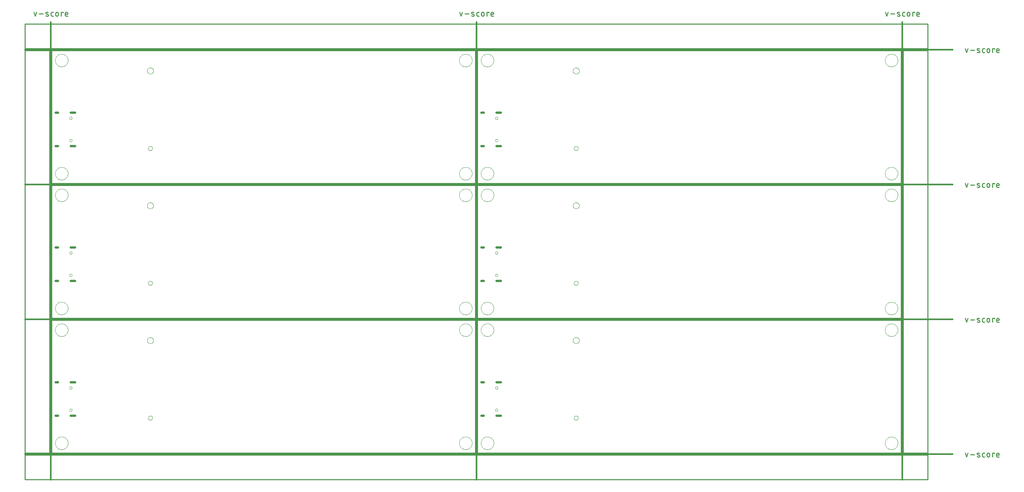
<source format=gko>
G04 EAGLE Gerber RS-274X export*
G75*
%MOMM*%
%FSLAX34Y34*%
%LPD*%
%IN*%
%IPPOS*%
%AMOC8*
5,1,8,0,0,1.08239X$1,22.5*%
G01*
%ADD10C,0.254000*%
%ADD11C,0.381000*%
%ADD12C,0.279400*%
%ADD13C,0.000000*%
%ADD14C,0.600000*%


D10*
X0Y0D02*
X0Y342900D01*
X1092200Y342900D01*
X1092200Y0D01*
X0Y0D01*
X1097280Y0D02*
X1097280Y342900D01*
X2189480Y342900D01*
X2189480Y0D01*
X1097280Y0D01*
X0Y347980D02*
X0Y690880D01*
X1092200Y690880D01*
X1092200Y347980D01*
X0Y347980D01*
X1097280Y347980D02*
X1097280Y690880D01*
X2189480Y690880D01*
X2189480Y347980D01*
X1097280Y347980D01*
X0Y695960D02*
X0Y1038860D01*
X1092200Y1038860D01*
X1092200Y695960D01*
X0Y695960D01*
X1097280Y695960D02*
X1097280Y1038860D01*
X2189480Y1038860D01*
X2189480Y695960D01*
X1097280Y695960D01*
D11*
X-2540Y1112520D02*
X-2540Y-68580D01*
D12*
X-42921Y1127887D02*
X-46251Y1137878D01*
X-39590Y1137878D02*
X-42921Y1127887D01*
X-32806Y1133715D02*
X-22815Y1133715D01*
X-14261Y1133715D02*
X-10098Y1132050D01*
X-14261Y1133714D02*
X-14346Y1133750D01*
X-14429Y1133790D01*
X-14510Y1133833D01*
X-14590Y1133880D01*
X-14667Y1133930D01*
X-14743Y1133983D01*
X-14816Y1134039D01*
X-14886Y1134099D01*
X-14954Y1134161D01*
X-15019Y1134226D01*
X-15081Y1134294D01*
X-15141Y1134365D01*
X-15197Y1134438D01*
X-15250Y1134513D01*
X-15300Y1134591D01*
X-15346Y1134670D01*
X-15389Y1134752D01*
X-15429Y1134835D01*
X-15465Y1134920D01*
X-15497Y1135006D01*
X-15526Y1135094D01*
X-15550Y1135183D01*
X-15571Y1135273D01*
X-15588Y1135363D01*
X-15602Y1135454D01*
X-15611Y1135546D01*
X-15616Y1135638D01*
X-15618Y1135730D01*
X-15616Y1135822D01*
X-15609Y1135914D01*
X-15599Y1136006D01*
X-15585Y1136097D01*
X-15567Y1136188D01*
X-15545Y1136277D01*
X-15519Y1136366D01*
X-15489Y1136453D01*
X-15456Y1136539D01*
X-15419Y1136623D01*
X-15379Y1136706D01*
X-15335Y1136787D01*
X-15288Y1136866D01*
X-15237Y1136943D01*
X-15183Y1137018D01*
X-15126Y1137091D01*
X-15066Y1137161D01*
X-15003Y1137228D01*
X-14937Y1137292D01*
X-14869Y1137354D01*
X-14798Y1137413D01*
X-14724Y1137468D01*
X-14648Y1137521D01*
X-14570Y1137570D01*
X-14490Y1137616D01*
X-14409Y1137658D01*
X-14325Y1137697D01*
X-14240Y1137732D01*
X-14153Y1137763D01*
X-14065Y1137791D01*
X-13976Y1137815D01*
X-13886Y1137835D01*
X-13796Y1137852D01*
X-13704Y1137864D01*
X-13612Y1137873D01*
X-13520Y1137877D01*
X-13428Y1137878D01*
X-13201Y1137872D01*
X-12974Y1137861D01*
X-12747Y1137844D01*
X-12521Y1137821D01*
X-12295Y1137794D01*
X-12070Y1137760D01*
X-11846Y1137722D01*
X-11623Y1137678D01*
X-11401Y1137629D01*
X-11180Y1137574D01*
X-10961Y1137514D01*
X-10743Y1137449D01*
X-10527Y1137378D01*
X-10313Y1137303D01*
X-10100Y1137222D01*
X-9890Y1137136D01*
X-9681Y1137045D01*
X-10098Y1132050D02*
X-10013Y1132014D01*
X-9930Y1131974D01*
X-9849Y1131931D01*
X-9769Y1131884D01*
X-9692Y1131834D01*
X-9616Y1131781D01*
X-9543Y1131725D01*
X-9473Y1131665D01*
X-9405Y1131603D01*
X-9340Y1131538D01*
X-9278Y1131470D01*
X-9218Y1131399D01*
X-9162Y1131326D01*
X-9109Y1131251D01*
X-9059Y1131173D01*
X-9013Y1131094D01*
X-8970Y1131012D01*
X-8930Y1130929D01*
X-8894Y1130844D01*
X-8862Y1130758D01*
X-8833Y1130670D01*
X-8809Y1130581D01*
X-8788Y1130491D01*
X-8771Y1130401D01*
X-8757Y1130310D01*
X-8748Y1130218D01*
X-8743Y1130126D01*
X-8741Y1130034D01*
X-8743Y1129942D01*
X-8750Y1129850D01*
X-8760Y1129758D01*
X-8774Y1129667D01*
X-8792Y1129576D01*
X-8814Y1129487D01*
X-8840Y1129398D01*
X-8870Y1129311D01*
X-8903Y1129225D01*
X-8940Y1129141D01*
X-8980Y1129058D01*
X-9024Y1128977D01*
X-9071Y1128898D01*
X-9122Y1128821D01*
X-9176Y1128746D01*
X-9233Y1128673D01*
X-9293Y1128603D01*
X-9356Y1128536D01*
X-9422Y1128472D01*
X-9490Y1128410D01*
X-9561Y1128351D01*
X-9635Y1128296D01*
X-9711Y1128243D01*
X-9789Y1128194D01*
X-9869Y1128148D01*
X-9950Y1128106D01*
X-10034Y1128067D01*
X-10119Y1128032D01*
X-10206Y1128001D01*
X-10294Y1127973D01*
X-10383Y1127949D01*
X-10473Y1127929D01*
X-10563Y1127912D01*
X-10655Y1127900D01*
X-10747Y1127891D01*
X-10839Y1127887D01*
X-10931Y1127886D01*
X-10931Y1127887D02*
X-11265Y1127896D01*
X-11598Y1127913D01*
X-11931Y1127937D01*
X-12264Y1127970D01*
X-12595Y1128010D01*
X-12926Y1128058D01*
X-13255Y1128114D01*
X-13583Y1128177D01*
X-13909Y1128249D01*
X-14233Y1128328D01*
X-14556Y1128414D01*
X-14876Y1128509D01*
X-15194Y1128611D01*
X-15510Y1128720D01*
X562Y1127887D02*
X3892Y1127887D01*
X562Y1127887D02*
X464Y1127889D01*
X366Y1127895D01*
X268Y1127904D01*
X171Y1127918D01*
X75Y1127935D01*
X-21Y1127956D01*
X-116Y1127981D01*
X-210Y1128009D01*
X-303Y1128041D01*
X-394Y1128077D01*
X-484Y1128116D01*
X-572Y1128159D01*
X-659Y1128206D01*
X-743Y1128255D01*
X-826Y1128308D01*
X-906Y1128364D01*
X-985Y1128423D01*
X-1060Y1128486D01*
X-1134Y1128551D01*
X-1204Y1128619D01*
X-1272Y1128689D01*
X-1338Y1128763D01*
X-1400Y1128839D01*
X-1459Y1128917D01*
X-1515Y1128997D01*
X-1568Y1129080D01*
X-1618Y1129164D01*
X-1664Y1129251D01*
X-1707Y1129339D01*
X-1746Y1129429D01*
X-1782Y1129520D01*
X-1814Y1129613D01*
X-1842Y1129707D01*
X-1867Y1129802D01*
X-1888Y1129898D01*
X-1905Y1129994D01*
X-1919Y1130091D01*
X-1928Y1130189D01*
X-1934Y1130287D01*
X-1936Y1130385D01*
X-1936Y1135380D01*
X-1934Y1135478D01*
X-1928Y1135576D01*
X-1919Y1135674D01*
X-1905Y1135771D01*
X-1888Y1135867D01*
X-1867Y1135963D01*
X-1842Y1136058D01*
X-1814Y1136152D01*
X-1782Y1136245D01*
X-1746Y1136336D01*
X-1707Y1136426D01*
X-1664Y1136514D01*
X-1617Y1136601D01*
X-1568Y1136685D01*
X-1515Y1136768D01*
X-1459Y1136848D01*
X-1400Y1136926D01*
X-1337Y1137002D01*
X-1272Y1137076D01*
X-1204Y1137146D01*
X-1134Y1137214D01*
X-1060Y1137279D01*
X-984Y1137342D01*
X-906Y1137401D01*
X-826Y1137457D01*
X-743Y1137510D01*
X-659Y1137559D01*
X-572Y1137606D01*
X-484Y1137649D01*
X-394Y1137688D01*
X-303Y1137724D01*
X-210Y1137756D01*
X-116Y1137784D01*
X-21Y1137809D01*
X75Y1137830D01*
X171Y1137847D01*
X268Y1137861D01*
X366Y1137870D01*
X464Y1137876D01*
X562Y1137878D01*
X3892Y1137878D01*
X10022Y1134547D02*
X10022Y1131217D01*
X10022Y1134547D02*
X10024Y1134661D01*
X10030Y1134774D01*
X10039Y1134888D01*
X10053Y1135000D01*
X10070Y1135113D01*
X10092Y1135225D01*
X10117Y1135335D01*
X10145Y1135445D01*
X10178Y1135554D01*
X10214Y1135662D01*
X10254Y1135769D01*
X10298Y1135874D01*
X10345Y1135977D01*
X10395Y1136079D01*
X10449Y1136179D01*
X10507Y1136277D01*
X10568Y1136373D01*
X10631Y1136467D01*
X10699Y1136559D01*
X10769Y1136649D01*
X10842Y1136735D01*
X10918Y1136820D01*
X10997Y1136902D01*
X11079Y1136981D01*
X11164Y1137057D01*
X11250Y1137130D01*
X11340Y1137200D01*
X11432Y1137268D01*
X11526Y1137331D01*
X11622Y1137392D01*
X11720Y1137450D01*
X11820Y1137504D01*
X11922Y1137554D01*
X12025Y1137601D01*
X12130Y1137645D01*
X12237Y1137685D01*
X12345Y1137721D01*
X12454Y1137754D01*
X12564Y1137782D01*
X12674Y1137807D01*
X12786Y1137829D01*
X12899Y1137846D01*
X13011Y1137860D01*
X13125Y1137869D01*
X13238Y1137875D01*
X13352Y1137877D01*
X13466Y1137875D01*
X13579Y1137869D01*
X13693Y1137860D01*
X13805Y1137846D01*
X13918Y1137829D01*
X14030Y1137807D01*
X14140Y1137782D01*
X14250Y1137754D01*
X14359Y1137721D01*
X14467Y1137685D01*
X14574Y1137645D01*
X14679Y1137601D01*
X14782Y1137554D01*
X14884Y1137504D01*
X14984Y1137450D01*
X15082Y1137392D01*
X15178Y1137331D01*
X15272Y1137268D01*
X15364Y1137200D01*
X15454Y1137130D01*
X15540Y1137057D01*
X15625Y1136981D01*
X15707Y1136902D01*
X15786Y1136820D01*
X15862Y1136735D01*
X15935Y1136649D01*
X16005Y1136559D01*
X16073Y1136467D01*
X16136Y1136373D01*
X16197Y1136277D01*
X16255Y1136179D01*
X16309Y1136079D01*
X16359Y1135977D01*
X16406Y1135874D01*
X16450Y1135769D01*
X16490Y1135662D01*
X16526Y1135554D01*
X16559Y1135445D01*
X16587Y1135335D01*
X16612Y1135225D01*
X16634Y1135113D01*
X16651Y1135000D01*
X16665Y1134888D01*
X16674Y1134774D01*
X16680Y1134661D01*
X16682Y1134547D01*
X16682Y1131217D01*
X16680Y1131103D01*
X16674Y1130990D01*
X16665Y1130876D01*
X16651Y1130764D01*
X16634Y1130651D01*
X16612Y1130539D01*
X16587Y1130429D01*
X16559Y1130319D01*
X16526Y1130210D01*
X16490Y1130102D01*
X16450Y1129995D01*
X16406Y1129890D01*
X16359Y1129787D01*
X16309Y1129685D01*
X16255Y1129585D01*
X16197Y1129487D01*
X16136Y1129391D01*
X16073Y1129297D01*
X16005Y1129205D01*
X15935Y1129115D01*
X15862Y1129029D01*
X15786Y1128944D01*
X15707Y1128862D01*
X15625Y1128783D01*
X15540Y1128707D01*
X15454Y1128634D01*
X15364Y1128564D01*
X15272Y1128496D01*
X15178Y1128433D01*
X15082Y1128372D01*
X14984Y1128314D01*
X14884Y1128260D01*
X14782Y1128210D01*
X14679Y1128163D01*
X14574Y1128119D01*
X14467Y1128079D01*
X14359Y1128043D01*
X14250Y1128010D01*
X14140Y1127982D01*
X14030Y1127957D01*
X13918Y1127935D01*
X13805Y1127918D01*
X13693Y1127904D01*
X13579Y1127895D01*
X13466Y1127889D01*
X13352Y1127887D01*
X13238Y1127889D01*
X13125Y1127895D01*
X13011Y1127904D01*
X12899Y1127918D01*
X12786Y1127935D01*
X12674Y1127957D01*
X12564Y1127982D01*
X12454Y1128010D01*
X12345Y1128043D01*
X12237Y1128079D01*
X12130Y1128119D01*
X12025Y1128163D01*
X11922Y1128210D01*
X11820Y1128260D01*
X11720Y1128314D01*
X11622Y1128372D01*
X11526Y1128433D01*
X11432Y1128496D01*
X11340Y1128564D01*
X11250Y1128634D01*
X11164Y1128707D01*
X11079Y1128783D01*
X10997Y1128862D01*
X10918Y1128944D01*
X10842Y1129029D01*
X10769Y1129115D01*
X10699Y1129205D01*
X10631Y1129297D01*
X10568Y1129391D01*
X10507Y1129487D01*
X10449Y1129585D01*
X10395Y1129685D01*
X10345Y1129787D01*
X10298Y1129890D01*
X10254Y1129995D01*
X10214Y1130102D01*
X10178Y1130210D01*
X10145Y1130319D01*
X10117Y1130429D01*
X10092Y1130539D01*
X10070Y1130651D01*
X10053Y1130764D01*
X10039Y1130876D01*
X10030Y1130990D01*
X10024Y1131103D01*
X10022Y1131217D01*
X24218Y1127887D02*
X24218Y1137878D01*
X29213Y1137878D01*
X29213Y1136213D01*
X37008Y1127887D02*
X41171Y1127887D01*
X37008Y1127887D02*
X36910Y1127889D01*
X36812Y1127895D01*
X36714Y1127904D01*
X36617Y1127918D01*
X36521Y1127935D01*
X36425Y1127956D01*
X36330Y1127981D01*
X36236Y1128009D01*
X36143Y1128041D01*
X36052Y1128077D01*
X35962Y1128116D01*
X35874Y1128159D01*
X35787Y1128206D01*
X35703Y1128255D01*
X35620Y1128308D01*
X35540Y1128364D01*
X35462Y1128423D01*
X35386Y1128486D01*
X35312Y1128551D01*
X35242Y1128619D01*
X35174Y1128689D01*
X35109Y1128763D01*
X35046Y1128839D01*
X34987Y1128917D01*
X34931Y1128997D01*
X34878Y1129080D01*
X34829Y1129164D01*
X34782Y1129251D01*
X34739Y1129339D01*
X34700Y1129429D01*
X34664Y1129520D01*
X34632Y1129613D01*
X34604Y1129707D01*
X34579Y1129802D01*
X34558Y1129898D01*
X34541Y1129994D01*
X34527Y1130091D01*
X34518Y1130189D01*
X34512Y1130287D01*
X34510Y1130385D01*
X34510Y1134547D01*
X34511Y1134547D02*
X34513Y1134661D01*
X34519Y1134774D01*
X34528Y1134888D01*
X34542Y1135000D01*
X34559Y1135113D01*
X34581Y1135225D01*
X34606Y1135335D01*
X34634Y1135445D01*
X34667Y1135554D01*
X34703Y1135662D01*
X34743Y1135769D01*
X34787Y1135874D01*
X34834Y1135977D01*
X34884Y1136079D01*
X34938Y1136179D01*
X34996Y1136277D01*
X35057Y1136373D01*
X35120Y1136467D01*
X35188Y1136559D01*
X35258Y1136649D01*
X35331Y1136735D01*
X35407Y1136820D01*
X35486Y1136902D01*
X35568Y1136981D01*
X35653Y1137057D01*
X35739Y1137130D01*
X35829Y1137200D01*
X35921Y1137268D01*
X36015Y1137331D01*
X36111Y1137392D01*
X36209Y1137450D01*
X36309Y1137504D01*
X36411Y1137554D01*
X36514Y1137601D01*
X36619Y1137645D01*
X36726Y1137685D01*
X36834Y1137721D01*
X36943Y1137754D01*
X37053Y1137782D01*
X37163Y1137807D01*
X37275Y1137829D01*
X37388Y1137846D01*
X37500Y1137860D01*
X37614Y1137869D01*
X37727Y1137875D01*
X37841Y1137877D01*
X37955Y1137875D01*
X38068Y1137869D01*
X38182Y1137860D01*
X38294Y1137846D01*
X38407Y1137829D01*
X38519Y1137807D01*
X38629Y1137782D01*
X38739Y1137754D01*
X38848Y1137721D01*
X38956Y1137685D01*
X39063Y1137645D01*
X39168Y1137601D01*
X39271Y1137554D01*
X39373Y1137504D01*
X39473Y1137450D01*
X39571Y1137392D01*
X39667Y1137331D01*
X39761Y1137268D01*
X39853Y1137200D01*
X39943Y1137130D01*
X40029Y1137057D01*
X40114Y1136981D01*
X40196Y1136902D01*
X40275Y1136820D01*
X40351Y1136735D01*
X40424Y1136649D01*
X40494Y1136559D01*
X40562Y1136467D01*
X40625Y1136373D01*
X40686Y1136277D01*
X40744Y1136179D01*
X40798Y1136079D01*
X40848Y1135977D01*
X40895Y1135874D01*
X40939Y1135769D01*
X40979Y1135662D01*
X41015Y1135554D01*
X41048Y1135445D01*
X41076Y1135335D01*
X41101Y1135225D01*
X41123Y1135113D01*
X41140Y1135000D01*
X41154Y1134888D01*
X41163Y1134774D01*
X41169Y1134661D01*
X41171Y1134547D01*
X41171Y1132882D01*
X34510Y1132882D01*
D11*
X1094740Y1112520D02*
X1094740Y-68580D01*
D12*
X1054359Y1127887D02*
X1051029Y1137878D01*
X1057690Y1137878D02*
X1054359Y1127887D01*
X1064474Y1133715D02*
X1074465Y1133715D01*
X1083019Y1133715D02*
X1087182Y1132050D01*
X1083019Y1133714D02*
X1082934Y1133750D01*
X1082851Y1133790D01*
X1082770Y1133833D01*
X1082690Y1133880D01*
X1082613Y1133930D01*
X1082537Y1133983D01*
X1082464Y1134039D01*
X1082394Y1134099D01*
X1082326Y1134161D01*
X1082261Y1134226D01*
X1082199Y1134294D01*
X1082139Y1134365D01*
X1082083Y1134438D01*
X1082030Y1134513D01*
X1081980Y1134591D01*
X1081934Y1134670D01*
X1081891Y1134752D01*
X1081851Y1134835D01*
X1081815Y1134920D01*
X1081783Y1135006D01*
X1081754Y1135094D01*
X1081730Y1135183D01*
X1081709Y1135273D01*
X1081692Y1135363D01*
X1081678Y1135454D01*
X1081669Y1135546D01*
X1081664Y1135638D01*
X1081662Y1135730D01*
X1081664Y1135822D01*
X1081671Y1135914D01*
X1081681Y1136006D01*
X1081695Y1136097D01*
X1081713Y1136188D01*
X1081735Y1136277D01*
X1081761Y1136366D01*
X1081791Y1136453D01*
X1081824Y1136539D01*
X1081861Y1136623D01*
X1081901Y1136706D01*
X1081945Y1136787D01*
X1081992Y1136866D01*
X1082043Y1136943D01*
X1082097Y1137018D01*
X1082154Y1137091D01*
X1082214Y1137161D01*
X1082277Y1137228D01*
X1082343Y1137292D01*
X1082411Y1137354D01*
X1082482Y1137413D01*
X1082556Y1137468D01*
X1082632Y1137521D01*
X1082710Y1137570D01*
X1082790Y1137616D01*
X1082871Y1137658D01*
X1082955Y1137697D01*
X1083040Y1137732D01*
X1083127Y1137763D01*
X1083215Y1137791D01*
X1083304Y1137815D01*
X1083394Y1137835D01*
X1083484Y1137852D01*
X1083576Y1137864D01*
X1083668Y1137873D01*
X1083760Y1137877D01*
X1083852Y1137878D01*
X1084079Y1137872D01*
X1084306Y1137861D01*
X1084533Y1137844D01*
X1084759Y1137821D01*
X1084985Y1137794D01*
X1085210Y1137760D01*
X1085434Y1137722D01*
X1085657Y1137678D01*
X1085879Y1137629D01*
X1086100Y1137574D01*
X1086319Y1137514D01*
X1086537Y1137449D01*
X1086753Y1137378D01*
X1086967Y1137303D01*
X1087180Y1137222D01*
X1087390Y1137136D01*
X1087599Y1137045D01*
X1087182Y1132050D02*
X1087267Y1132014D01*
X1087350Y1131974D01*
X1087431Y1131931D01*
X1087511Y1131884D01*
X1087588Y1131834D01*
X1087664Y1131781D01*
X1087737Y1131725D01*
X1087807Y1131665D01*
X1087875Y1131603D01*
X1087940Y1131538D01*
X1088002Y1131470D01*
X1088062Y1131399D01*
X1088118Y1131326D01*
X1088171Y1131251D01*
X1088221Y1131173D01*
X1088267Y1131094D01*
X1088310Y1131012D01*
X1088350Y1130929D01*
X1088386Y1130844D01*
X1088418Y1130758D01*
X1088447Y1130670D01*
X1088471Y1130581D01*
X1088492Y1130491D01*
X1088509Y1130401D01*
X1088523Y1130310D01*
X1088532Y1130218D01*
X1088537Y1130126D01*
X1088539Y1130034D01*
X1088537Y1129942D01*
X1088530Y1129850D01*
X1088520Y1129758D01*
X1088506Y1129667D01*
X1088488Y1129576D01*
X1088466Y1129487D01*
X1088440Y1129398D01*
X1088410Y1129311D01*
X1088377Y1129225D01*
X1088340Y1129141D01*
X1088300Y1129058D01*
X1088256Y1128977D01*
X1088209Y1128898D01*
X1088158Y1128821D01*
X1088104Y1128746D01*
X1088047Y1128673D01*
X1087987Y1128603D01*
X1087924Y1128536D01*
X1087858Y1128472D01*
X1087790Y1128410D01*
X1087719Y1128351D01*
X1087645Y1128296D01*
X1087569Y1128243D01*
X1087491Y1128194D01*
X1087411Y1128148D01*
X1087330Y1128106D01*
X1087246Y1128067D01*
X1087161Y1128032D01*
X1087074Y1128001D01*
X1086986Y1127973D01*
X1086897Y1127949D01*
X1086807Y1127929D01*
X1086717Y1127912D01*
X1086625Y1127900D01*
X1086533Y1127891D01*
X1086441Y1127887D01*
X1086349Y1127886D01*
X1086349Y1127887D02*
X1086015Y1127896D01*
X1085682Y1127913D01*
X1085349Y1127937D01*
X1085016Y1127970D01*
X1084685Y1128010D01*
X1084354Y1128058D01*
X1084025Y1128114D01*
X1083697Y1128177D01*
X1083371Y1128249D01*
X1083047Y1128328D01*
X1082724Y1128414D01*
X1082404Y1128509D01*
X1082086Y1128611D01*
X1081770Y1128720D01*
X1097842Y1127887D02*
X1101172Y1127887D01*
X1097842Y1127887D02*
X1097744Y1127889D01*
X1097646Y1127895D01*
X1097548Y1127904D01*
X1097451Y1127918D01*
X1097355Y1127935D01*
X1097259Y1127956D01*
X1097164Y1127981D01*
X1097070Y1128009D01*
X1096977Y1128041D01*
X1096886Y1128077D01*
X1096796Y1128116D01*
X1096708Y1128159D01*
X1096621Y1128206D01*
X1096537Y1128255D01*
X1096454Y1128308D01*
X1096374Y1128364D01*
X1096296Y1128423D01*
X1096220Y1128486D01*
X1096146Y1128551D01*
X1096076Y1128619D01*
X1096008Y1128689D01*
X1095943Y1128763D01*
X1095880Y1128839D01*
X1095821Y1128917D01*
X1095765Y1128997D01*
X1095712Y1129080D01*
X1095663Y1129164D01*
X1095616Y1129251D01*
X1095573Y1129339D01*
X1095534Y1129429D01*
X1095498Y1129520D01*
X1095466Y1129613D01*
X1095438Y1129707D01*
X1095413Y1129802D01*
X1095392Y1129898D01*
X1095375Y1129994D01*
X1095361Y1130091D01*
X1095352Y1130189D01*
X1095346Y1130287D01*
X1095344Y1130385D01*
X1095344Y1135380D01*
X1095346Y1135478D01*
X1095352Y1135576D01*
X1095361Y1135674D01*
X1095375Y1135771D01*
X1095392Y1135867D01*
X1095413Y1135963D01*
X1095438Y1136058D01*
X1095466Y1136152D01*
X1095498Y1136245D01*
X1095534Y1136336D01*
X1095573Y1136426D01*
X1095616Y1136514D01*
X1095663Y1136601D01*
X1095712Y1136685D01*
X1095765Y1136768D01*
X1095821Y1136848D01*
X1095880Y1136927D01*
X1095943Y1137002D01*
X1096008Y1137076D01*
X1096076Y1137146D01*
X1096146Y1137214D01*
X1096220Y1137280D01*
X1096296Y1137342D01*
X1096374Y1137401D01*
X1096454Y1137457D01*
X1096537Y1137510D01*
X1096621Y1137560D01*
X1096708Y1137606D01*
X1096796Y1137649D01*
X1096886Y1137688D01*
X1096977Y1137724D01*
X1097070Y1137756D01*
X1097164Y1137784D01*
X1097259Y1137809D01*
X1097355Y1137830D01*
X1097451Y1137847D01*
X1097548Y1137861D01*
X1097646Y1137870D01*
X1097744Y1137876D01*
X1097842Y1137878D01*
X1101172Y1137878D01*
X1107302Y1134547D02*
X1107302Y1131217D01*
X1107302Y1134547D02*
X1107304Y1134661D01*
X1107310Y1134774D01*
X1107319Y1134888D01*
X1107333Y1135000D01*
X1107350Y1135113D01*
X1107372Y1135225D01*
X1107397Y1135335D01*
X1107425Y1135445D01*
X1107458Y1135554D01*
X1107494Y1135662D01*
X1107534Y1135769D01*
X1107578Y1135874D01*
X1107625Y1135977D01*
X1107675Y1136079D01*
X1107729Y1136179D01*
X1107787Y1136277D01*
X1107848Y1136373D01*
X1107911Y1136467D01*
X1107979Y1136559D01*
X1108049Y1136649D01*
X1108122Y1136735D01*
X1108198Y1136820D01*
X1108277Y1136902D01*
X1108359Y1136981D01*
X1108444Y1137057D01*
X1108530Y1137130D01*
X1108620Y1137200D01*
X1108712Y1137268D01*
X1108806Y1137331D01*
X1108902Y1137392D01*
X1109000Y1137450D01*
X1109100Y1137504D01*
X1109202Y1137554D01*
X1109305Y1137601D01*
X1109410Y1137645D01*
X1109517Y1137685D01*
X1109625Y1137721D01*
X1109734Y1137754D01*
X1109844Y1137782D01*
X1109954Y1137807D01*
X1110066Y1137829D01*
X1110179Y1137846D01*
X1110291Y1137860D01*
X1110405Y1137869D01*
X1110518Y1137875D01*
X1110632Y1137877D01*
X1110746Y1137875D01*
X1110859Y1137869D01*
X1110973Y1137860D01*
X1111085Y1137846D01*
X1111198Y1137829D01*
X1111310Y1137807D01*
X1111420Y1137782D01*
X1111530Y1137754D01*
X1111639Y1137721D01*
X1111747Y1137685D01*
X1111854Y1137645D01*
X1111959Y1137601D01*
X1112062Y1137554D01*
X1112164Y1137504D01*
X1112264Y1137450D01*
X1112362Y1137392D01*
X1112458Y1137331D01*
X1112552Y1137268D01*
X1112644Y1137200D01*
X1112734Y1137130D01*
X1112820Y1137057D01*
X1112905Y1136981D01*
X1112987Y1136902D01*
X1113066Y1136820D01*
X1113142Y1136735D01*
X1113215Y1136649D01*
X1113285Y1136559D01*
X1113353Y1136467D01*
X1113416Y1136373D01*
X1113477Y1136277D01*
X1113535Y1136179D01*
X1113589Y1136079D01*
X1113639Y1135977D01*
X1113686Y1135874D01*
X1113730Y1135769D01*
X1113770Y1135662D01*
X1113806Y1135554D01*
X1113839Y1135445D01*
X1113867Y1135335D01*
X1113892Y1135225D01*
X1113914Y1135113D01*
X1113931Y1135000D01*
X1113945Y1134888D01*
X1113954Y1134774D01*
X1113960Y1134661D01*
X1113962Y1134547D01*
X1113962Y1131217D01*
X1113960Y1131103D01*
X1113954Y1130990D01*
X1113945Y1130876D01*
X1113931Y1130764D01*
X1113914Y1130651D01*
X1113892Y1130539D01*
X1113867Y1130429D01*
X1113839Y1130319D01*
X1113806Y1130210D01*
X1113770Y1130102D01*
X1113730Y1129995D01*
X1113686Y1129890D01*
X1113639Y1129787D01*
X1113589Y1129685D01*
X1113535Y1129585D01*
X1113477Y1129487D01*
X1113416Y1129391D01*
X1113353Y1129297D01*
X1113285Y1129205D01*
X1113215Y1129115D01*
X1113142Y1129029D01*
X1113066Y1128944D01*
X1112987Y1128862D01*
X1112905Y1128783D01*
X1112820Y1128707D01*
X1112734Y1128634D01*
X1112644Y1128564D01*
X1112552Y1128496D01*
X1112458Y1128433D01*
X1112362Y1128372D01*
X1112264Y1128314D01*
X1112164Y1128260D01*
X1112062Y1128210D01*
X1111959Y1128163D01*
X1111854Y1128119D01*
X1111747Y1128079D01*
X1111639Y1128043D01*
X1111530Y1128010D01*
X1111420Y1127982D01*
X1111310Y1127957D01*
X1111198Y1127935D01*
X1111085Y1127918D01*
X1110973Y1127904D01*
X1110859Y1127895D01*
X1110746Y1127889D01*
X1110632Y1127887D01*
X1110518Y1127889D01*
X1110405Y1127895D01*
X1110291Y1127904D01*
X1110179Y1127918D01*
X1110066Y1127935D01*
X1109954Y1127957D01*
X1109844Y1127982D01*
X1109734Y1128010D01*
X1109625Y1128043D01*
X1109517Y1128079D01*
X1109410Y1128119D01*
X1109305Y1128163D01*
X1109202Y1128210D01*
X1109100Y1128260D01*
X1109000Y1128314D01*
X1108902Y1128372D01*
X1108806Y1128433D01*
X1108712Y1128496D01*
X1108620Y1128564D01*
X1108530Y1128634D01*
X1108444Y1128707D01*
X1108359Y1128783D01*
X1108277Y1128862D01*
X1108198Y1128944D01*
X1108122Y1129029D01*
X1108049Y1129115D01*
X1107979Y1129205D01*
X1107911Y1129297D01*
X1107848Y1129391D01*
X1107787Y1129487D01*
X1107729Y1129585D01*
X1107675Y1129685D01*
X1107625Y1129787D01*
X1107578Y1129890D01*
X1107534Y1129995D01*
X1107494Y1130102D01*
X1107458Y1130210D01*
X1107425Y1130319D01*
X1107397Y1130429D01*
X1107372Y1130539D01*
X1107350Y1130651D01*
X1107333Y1130764D01*
X1107319Y1130876D01*
X1107310Y1130990D01*
X1107304Y1131103D01*
X1107302Y1131217D01*
X1121498Y1127887D02*
X1121498Y1137878D01*
X1126493Y1137878D01*
X1126493Y1136213D01*
X1134288Y1127887D02*
X1138451Y1127887D01*
X1134288Y1127887D02*
X1134190Y1127889D01*
X1134092Y1127895D01*
X1133994Y1127904D01*
X1133897Y1127918D01*
X1133801Y1127935D01*
X1133705Y1127956D01*
X1133610Y1127981D01*
X1133516Y1128009D01*
X1133423Y1128041D01*
X1133332Y1128077D01*
X1133242Y1128116D01*
X1133154Y1128159D01*
X1133067Y1128206D01*
X1132983Y1128255D01*
X1132900Y1128308D01*
X1132820Y1128364D01*
X1132742Y1128423D01*
X1132666Y1128486D01*
X1132592Y1128551D01*
X1132522Y1128619D01*
X1132454Y1128689D01*
X1132389Y1128763D01*
X1132326Y1128839D01*
X1132267Y1128917D01*
X1132211Y1128997D01*
X1132158Y1129080D01*
X1132109Y1129164D01*
X1132062Y1129251D01*
X1132019Y1129339D01*
X1131980Y1129429D01*
X1131944Y1129520D01*
X1131912Y1129613D01*
X1131884Y1129707D01*
X1131859Y1129802D01*
X1131838Y1129898D01*
X1131821Y1129994D01*
X1131807Y1130091D01*
X1131798Y1130189D01*
X1131792Y1130287D01*
X1131790Y1130385D01*
X1131790Y1134547D01*
X1131791Y1134547D02*
X1131793Y1134661D01*
X1131799Y1134774D01*
X1131808Y1134888D01*
X1131822Y1135000D01*
X1131839Y1135113D01*
X1131861Y1135225D01*
X1131886Y1135335D01*
X1131914Y1135445D01*
X1131947Y1135554D01*
X1131983Y1135662D01*
X1132023Y1135769D01*
X1132067Y1135874D01*
X1132114Y1135977D01*
X1132164Y1136079D01*
X1132218Y1136179D01*
X1132276Y1136277D01*
X1132337Y1136373D01*
X1132400Y1136467D01*
X1132468Y1136559D01*
X1132538Y1136649D01*
X1132611Y1136735D01*
X1132687Y1136820D01*
X1132766Y1136902D01*
X1132848Y1136981D01*
X1132933Y1137057D01*
X1133019Y1137130D01*
X1133109Y1137200D01*
X1133201Y1137268D01*
X1133295Y1137331D01*
X1133391Y1137392D01*
X1133489Y1137450D01*
X1133589Y1137504D01*
X1133691Y1137554D01*
X1133794Y1137601D01*
X1133899Y1137645D01*
X1134006Y1137685D01*
X1134114Y1137721D01*
X1134223Y1137754D01*
X1134333Y1137782D01*
X1134443Y1137807D01*
X1134555Y1137829D01*
X1134668Y1137846D01*
X1134780Y1137860D01*
X1134894Y1137869D01*
X1135007Y1137875D01*
X1135121Y1137877D01*
X1135235Y1137875D01*
X1135348Y1137869D01*
X1135462Y1137860D01*
X1135574Y1137846D01*
X1135687Y1137829D01*
X1135799Y1137807D01*
X1135909Y1137782D01*
X1136019Y1137754D01*
X1136128Y1137721D01*
X1136236Y1137685D01*
X1136343Y1137645D01*
X1136448Y1137601D01*
X1136551Y1137554D01*
X1136653Y1137504D01*
X1136753Y1137450D01*
X1136851Y1137392D01*
X1136947Y1137331D01*
X1137041Y1137268D01*
X1137133Y1137200D01*
X1137223Y1137130D01*
X1137309Y1137057D01*
X1137394Y1136981D01*
X1137476Y1136902D01*
X1137555Y1136820D01*
X1137631Y1136735D01*
X1137704Y1136649D01*
X1137774Y1136559D01*
X1137842Y1136467D01*
X1137905Y1136373D01*
X1137966Y1136277D01*
X1138024Y1136179D01*
X1138078Y1136079D01*
X1138128Y1135977D01*
X1138175Y1135874D01*
X1138219Y1135769D01*
X1138259Y1135662D01*
X1138295Y1135554D01*
X1138328Y1135445D01*
X1138356Y1135335D01*
X1138381Y1135225D01*
X1138403Y1135113D01*
X1138420Y1135000D01*
X1138434Y1134888D01*
X1138443Y1134774D01*
X1138449Y1134661D01*
X1138451Y1134547D01*
X1138451Y1132882D01*
X1131790Y1132882D01*
D11*
X2192020Y1112520D02*
X2192020Y-68580D01*
D12*
X2151639Y1127887D02*
X2148309Y1137878D01*
X2154970Y1137878D02*
X2151639Y1127887D01*
X2161754Y1133715D02*
X2171745Y1133715D01*
X2180299Y1133715D02*
X2184462Y1132050D01*
X2180299Y1133714D02*
X2180214Y1133750D01*
X2180131Y1133790D01*
X2180050Y1133833D01*
X2179970Y1133880D01*
X2179893Y1133930D01*
X2179817Y1133983D01*
X2179744Y1134039D01*
X2179674Y1134099D01*
X2179606Y1134161D01*
X2179541Y1134226D01*
X2179479Y1134294D01*
X2179419Y1134365D01*
X2179363Y1134438D01*
X2179310Y1134513D01*
X2179260Y1134591D01*
X2179214Y1134670D01*
X2179171Y1134752D01*
X2179131Y1134835D01*
X2179095Y1134920D01*
X2179063Y1135006D01*
X2179034Y1135094D01*
X2179010Y1135183D01*
X2178989Y1135273D01*
X2178972Y1135363D01*
X2178958Y1135454D01*
X2178949Y1135546D01*
X2178944Y1135638D01*
X2178942Y1135730D01*
X2178944Y1135822D01*
X2178951Y1135914D01*
X2178961Y1136006D01*
X2178975Y1136097D01*
X2178993Y1136188D01*
X2179015Y1136277D01*
X2179041Y1136366D01*
X2179071Y1136453D01*
X2179104Y1136539D01*
X2179141Y1136623D01*
X2179181Y1136706D01*
X2179225Y1136787D01*
X2179272Y1136866D01*
X2179323Y1136943D01*
X2179377Y1137018D01*
X2179434Y1137091D01*
X2179494Y1137161D01*
X2179557Y1137228D01*
X2179623Y1137292D01*
X2179691Y1137354D01*
X2179762Y1137413D01*
X2179836Y1137468D01*
X2179912Y1137521D01*
X2179990Y1137570D01*
X2180070Y1137616D01*
X2180151Y1137658D01*
X2180235Y1137697D01*
X2180320Y1137732D01*
X2180407Y1137763D01*
X2180495Y1137791D01*
X2180584Y1137815D01*
X2180674Y1137835D01*
X2180764Y1137852D01*
X2180856Y1137864D01*
X2180948Y1137873D01*
X2181040Y1137877D01*
X2181132Y1137878D01*
X2181359Y1137872D01*
X2181586Y1137861D01*
X2181813Y1137844D01*
X2182039Y1137821D01*
X2182265Y1137794D01*
X2182490Y1137760D01*
X2182714Y1137722D01*
X2182937Y1137678D01*
X2183159Y1137629D01*
X2183380Y1137574D01*
X2183599Y1137514D01*
X2183817Y1137449D01*
X2184033Y1137378D01*
X2184247Y1137303D01*
X2184460Y1137222D01*
X2184670Y1137136D01*
X2184879Y1137045D01*
X2184462Y1132050D02*
X2184547Y1132014D01*
X2184630Y1131974D01*
X2184711Y1131931D01*
X2184791Y1131884D01*
X2184868Y1131834D01*
X2184944Y1131781D01*
X2185017Y1131725D01*
X2185087Y1131665D01*
X2185155Y1131603D01*
X2185220Y1131538D01*
X2185282Y1131470D01*
X2185342Y1131399D01*
X2185398Y1131326D01*
X2185451Y1131251D01*
X2185501Y1131173D01*
X2185547Y1131094D01*
X2185590Y1131012D01*
X2185630Y1130929D01*
X2185666Y1130844D01*
X2185698Y1130758D01*
X2185727Y1130670D01*
X2185751Y1130581D01*
X2185772Y1130491D01*
X2185789Y1130401D01*
X2185803Y1130310D01*
X2185812Y1130218D01*
X2185817Y1130126D01*
X2185819Y1130034D01*
X2185817Y1129942D01*
X2185810Y1129850D01*
X2185800Y1129758D01*
X2185786Y1129667D01*
X2185768Y1129576D01*
X2185746Y1129487D01*
X2185720Y1129398D01*
X2185690Y1129311D01*
X2185657Y1129225D01*
X2185620Y1129141D01*
X2185580Y1129058D01*
X2185536Y1128977D01*
X2185489Y1128898D01*
X2185438Y1128821D01*
X2185384Y1128746D01*
X2185327Y1128673D01*
X2185267Y1128603D01*
X2185204Y1128536D01*
X2185138Y1128472D01*
X2185070Y1128410D01*
X2184999Y1128351D01*
X2184925Y1128296D01*
X2184849Y1128243D01*
X2184771Y1128194D01*
X2184691Y1128148D01*
X2184610Y1128106D01*
X2184526Y1128067D01*
X2184441Y1128032D01*
X2184354Y1128001D01*
X2184266Y1127973D01*
X2184177Y1127949D01*
X2184087Y1127929D01*
X2183997Y1127912D01*
X2183905Y1127900D01*
X2183813Y1127891D01*
X2183721Y1127887D01*
X2183629Y1127886D01*
X2183629Y1127887D02*
X2183295Y1127896D01*
X2182962Y1127913D01*
X2182629Y1127937D01*
X2182296Y1127970D01*
X2181965Y1128010D01*
X2181634Y1128058D01*
X2181305Y1128114D01*
X2180977Y1128177D01*
X2180651Y1128249D01*
X2180327Y1128328D01*
X2180004Y1128414D01*
X2179684Y1128509D01*
X2179366Y1128611D01*
X2179050Y1128720D01*
X2195122Y1127887D02*
X2198452Y1127887D01*
X2195122Y1127887D02*
X2195024Y1127889D01*
X2194926Y1127895D01*
X2194828Y1127904D01*
X2194731Y1127918D01*
X2194635Y1127935D01*
X2194539Y1127956D01*
X2194444Y1127981D01*
X2194350Y1128009D01*
X2194257Y1128041D01*
X2194166Y1128077D01*
X2194076Y1128116D01*
X2193988Y1128159D01*
X2193901Y1128206D01*
X2193817Y1128255D01*
X2193734Y1128308D01*
X2193654Y1128364D01*
X2193576Y1128423D01*
X2193500Y1128486D01*
X2193426Y1128551D01*
X2193356Y1128619D01*
X2193288Y1128689D01*
X2193223Y1128763D01*
X2193160Y1128839D01*
X2193101Y1128917D01*
X2193045Y1128997D01*
X2192992Y1129080D01*
X2192943Y1129164D01*
X2192896Y1129251D01*
X2192853Y1129339D01*
X2192814Y1129429D01*
X2192778Y1129520D01*
X2192746Y1129613D01*
X2192718Y1129707D01*
X2192693Y1129802D01*
X2192672Y1129898D01*
X2192655Y1129994D01*
X2192641Y1130091D01*
X2192632Y1130189D01*
X2192626Y1130287D01*
X2192624Y1130385D01*
X2192624Y1135380D01*
X2192626Y1135478D01*
X2192632Y1135576D01*
X2192641Y1135674D01*
X2192655Y1135771D01*
X2192672Y1135867D01*
X2192693Y1135963D01*
X2192718Y1136058D01*
X2192746Y1136152D01*
X2192778Y1136245D01*
X2192814Y1136336D01*
X2192853Y1136426D01*
X2192896Y1136514D01*
X2192943Y1136601D01*
X2192992Y1136685D01*
X2193045Y1136768D01*
X2193101Y1136848D01*
X2193160Y1136927D01*
X2193223Y1137002D01*
X2193288Y1137076D01*
X2193356Y1137146D01*
X2193426Y1137214D01*
X2193500Y1137280D01*
X2193576Y1137342D01*
X2193654Y1137401D01*
X2193734Y1137457D01*
X2193817Y1137510D01*
X2193901Y1137560D01*
X2193988Y1137606D01*
X2194076Y1137649D01*
X2194166Y1137688D01*
X2194257Y1137724D01*
X2194350Y1137756D01*
X2194444Y1137784D01*
X2194539Y1137809D01*
X2194635Y1137830D01*
X2194731Y1137847D01*
X2194828Y1137861D01*
X2194926Y1137870D01*
X2195024Y1137876D01*
X2195122Y1137878D01*
X2198452Y1137878D01*
X2204582Y1134547D02*
X2204582Y1131217D01*
X2204582Y1134547D02*
X2204584Y1134661D01*
X2204590Y1134774D01*
X2204599Y1134888D01*
X2204613Y1135000D01*
X2204630Y1135113D01*
X2204652Y1135225D01*
X2204677Y1135335D01*
X2204705Y1135445D01*
X2204738Y1135554D01*
X2204774Y1135662D01*
X2204814Y1135769D01*
X2204858Y1135874D01*
X2204905Y1135977D01*
X2204955Y1136079D01*
X2205009Y1136179D01*
X2205067Y1136277D01*
X2205128Y1136373D01*
X2205191Y1136467D01*
X2205259Y1136559D01*
X2205329Y1136649D01*
X2205402Y1136735D01*
X2205478Y1136820D01*
X2205557Y1136902D01*
X2205639Y1136981D01*
X2205724Y1137057D01*
X2205810Y1137130D01*
X2205900Y1137200D01*
X2205992Y1137268D01*
X2206086Y1137331D01*
X2206182Y1137392D01*
X2206280Y1137450D01*
X2206380Y1137504D01*
X2206482Y1137554D01*
X2206585Y1137601D01*
X2206690Y1137645D01*
X2206797Y1137685D01*
X2206905Y1137721D01*
X2207014Y1137754D01*
X2207124Y1137782D01*
X2207234Y1137807D01*
X2207346Y1137829D01*
X2207459Y1137846D01*
X2207571Y1137860D01*
X2207685Y1137869D01*
X2207798Y1137875D01*
X2207912Y1137877D01*
X2208026Y1137875D01*
X2208139Y1137869D01*
X2208253Y1137860D01*
X2208365Y1137846D01*
X2208478Y1137829D01*
X2208590Y1137807D01*
X2208700Y1137782D01*
X2208810Y1137754D01*
X2208919Y1137721D01*
X2209027Y1137685D01*
X2209134Y1137645D01*
X2209239Y1137601D01*
X2209342Y1137554D01*
X2209444Y1137504D01*
X2209544Y1137450D01*
X2209642Y1137392D01*
X2209738Y1137331D01*
X2209832Y1137268D01*
X2209924Y1137200D01*
X2210014Y1137130D01*
X2210100Y1137057D01*
X2210185Y1136981D01*
X2210267Y1136902D01*
X2210346Y1136820D01*
X2210422Y1136735D01*
X2210495Y1136649D01*
X2210565Y1136559D01*
X2210633Y1136467D01*
X2210696Y1136373D01*
X2210757Y1136277D01*
X2210815Y1136179D01*
X2210869Y1136079D01*
X2210919Y1135977D01*
X2210966Y1135874D01*
X2211010Y1135769D01*
X2211050Y1135662D01*
X2211086Y1135554D01*
X2211119Y1135445D01*
X2211147Y1135335D01*
X2211172Y1135225D01*
X2211194Y1135113D01*
X2211211Y1135000D01*
X2211225Y1134888D01*
X2211234Y1134774D01*
X2211240Y1134661D01*
X2211242Y1134547D01*
X2211242Y1131217D01*
X2211240Y1131103D01*
X2211234Y1130990D01*
X2211225Y1130876D01*
X2211211Y1130764D01*
X2211194Y1130651D01*
X2211172Y1130539D01*
X2211147Y1130429D01*
X2211119Y1130319D01*
X2211086Y1130210D01*
X2211050Y1130102D01*
X2211010Y1129995D01*
X2210966Y1129890D01*
X2210919Y1129787D01*
X2210869Y1129685D01*
X2210815Y1129585D01*
X2210757Y1129487D01*
X2210696Y1129391D01*
X2210633Y1129297D01*
X2210565Y1129205D01*
X2210495Y1129115D01*
X2210422Y1129029D01*
X2210346Y1128944D01*
X2210267Y1128862D01*
X2210185Y1128783D01*
X2210100Y1128707D01*
X2210014Y1128634D01*
X2209924Y1128564D01*
X2209832Y1128496D01*
X2209738Y1128433D01*
X2209642Y1128372D01*
X2209544Y1128314D01*
X2209444Y1128260D01*
X2209342Y1128210D01*
X2209239Y1128163D01*
X2209134Y1128119D01*
X2209027Y1128079D01*
X2208919Y1128043D01*
X2208810Y1128010D01*
X2208700Y1127982D01*
X2208590Y1127957D01*
X2208478Y1127935D01*
X2208365Y1127918D01*
X2208253Y1127904D01*
X2208139Y1127895D01*
X2208026Y1127889D01*
X2207912Y1127887D01*
X2207798Y1127889D01*
X2207685Y1127895D01*
X2207571Y1127904D01*
X2207459Y1127918D01*
X2207346Y1127935D01*
X2207234Y1127957D01*
X2207124Y1127982D01*
X2207014Y1128010D01*
X2206905Y1128043D01*
X2206797Y1128079D01*
X2206690Y1128119D01*
X2206585Y1128163D01*
X2206482Y1128210D01*
X2206380Y1128260D01*
X2206280Y1128314D01*
X2206182Y1128372D01*
X2206086Y1128433D01*
X2205992Y1128496D01*
X2205900Y1128564D01*
X2205810Y1128634D01*
X2205724Y1128707D01*
X2205639Y1128783D01*
X2205557Y1128862D01*
X2205478Y1128944D01*
X2205402Y1129029D01*
X2205329Y1129115D01*
X2205259Y1129205D01*
X2205191Y1129297D01*
X2205128Y1129391D01*
X2205067Y1129487D01*
X2205009Y1129585D01*
X2204955Y1129685D01*
X2204905Y1129787D01*
X2204858Y1129890D01*
X2204814Y1129995D01*
X2204774Y1130102D01*
X2204738Y1130210D01*
X2204705Y1130319D01*
X2204677Y1130429D01*
X2204652Y1130539D01*
X2204630Y1130651D01*
X2204613Y1130764D01*
X2204599Y1130876D01*
X2204590Y1130990D01*
X2204584Y1131103D01*
X2204582Y1131217D01*
X2218778Y1127887D02*
X2218778Y1137878D01*
X2223773Y1137878D01*
X2223773Y1136213D01*
X2231568Y1127887D02*
X2235731Y1127887D01*
X2231568Y1127887D02*
X2231470Y1127889D01*
X2231372Y1127895D01*
X2231274Y1127904D01*
X2231177Y1127918D01*
X2231081Y1127935D01*
X2230985Y1127956D01*
X2230890Y1127981D01*
X2230796Y1128009D01*
X2230703Y1128041D01*
X2230612Y1128077D01*
X2230522Y1128116D01*
X2230434Y1128159D01*
X2230347Y1128206D01*
X2230263Y1128255D01*
X2230180Y1128308D01*
X2230100Y1128364D01*
X2230022Y1128423D01*
X2229946Y1128486D01*
X2229872Y1128551D01*
X2229802Y1128619D01*
X2229734Y1128689D01*
X2229669Y1128763D01*
X2229606Y1128839D01*
X2229547Y1128917D01*
X2229491Y1128997D01*
X2229438Y1129080D01*
X2229389Y1129164D01*
X2229342Y1129251D01*
X2229299Y1129339D01*
X2229260Y1129429D01*
X2229224Y1129520D01*
X2229192Y1129613D01*
X2229164Y1129707D01*
X2229139Y1129802D01*
X2229118Y1129898D01*
X2229101Y1129994D01*
X2229087Y1130091D01*
X2229078Y1130189D01*
X2229072Y1130287D01*
X2229070Y1130385D01*
X2229070Y1134547D01*
X2229071Y1134547D02*
X2229073Y1134661D01*
X2229079Y1134774D01*
X2229088Y1134888D01*
X2229102Y1135000D01*
X2229119Y1135113D01*
X2229141Y1135225D01*
X2229166Y1135335D01*
X2229194Y1135445D01*
X2229227Y1135554D01*
X2229263Y1135662D01*
X2229303Y1135769D01*
X2229347Y1135874D01*
X2229394Y1135977D01*
X2229444Y1136079D01*
X2229498Y1136179D01*
X2229556Y1136277D01*
X2229617Y1136373D01*
X2229680Y1136467D01*
X2229748Y1136559D01*
X2229818Y1136649D01*
X2229891Y1136735D01*
X2229967Y1136820D01*
X2230046Y1136902D01*
X2230128Y1136981D01*
X2230213Y1137057D01*
X2230299Y1137130D01*
X2230389Y1137200D01*
X2230481Y1137268D01*
X2230575Y1137331D01*
X2230671Y1137392D01*
X2230769Y1137450D01*
X2230869Y1137504D01*
X2230971Y1137554D01*
X2231074Y1137601D01*
X2231179Y1137645D01*
X2231286Y1137685D01*
X2231394Y1137721D01*
X2231503Y1137754D01*
X2231613Y1137782D01*
X2231723Y1137807D01*
X2231835Y1137829D01*
X2231948Y1137846D01*
X2232060Y1137860D01*
X2232174Y1137869D01*
X2232287Y1137875D01*
X2232401Y1137877D01*
X2232515Y1137875D01*
X2232628Y1137869D01*
X2232742Y1137860D01*
X2232854Y1137846D01*
X2232967Y1137829D01*
X2233079Y1137807D01*
X2233189Y1137782D01*
X2233299Y1137754D01*
X2233408Y1137721D01*
X2233516Y1137685D01*
X2233623Y1137645D01*
X2233728Y1137601D01*
X2233831Y1137554D01*
X2233933Y1137504D01*
X2234033Y1137450D01*
X2234131Y1137392D01*
X2234227Y1137331D01*
X2234321Y1137268D01*
X2234413Y1137200D01*
X2234503Y1137130D01*
X2234589Y1137057D01*
X2234674Y1136981D01*
X2234756Y1136902D01*
X2234835Y1136820D01*
X2234911Y1136735D01*
X2234984Y1136649D01*
X2235054Y1136559D01*
X2235122Y1136467D01*
X2235185Y1136373D01*
X2235246Y1136277D01*
X2235304Y1136179D01*
X2235358Y1136079D01*
X2235408Y1135977D01*
X2235455Y1135874D01*
X2235499Y1135769D01*
X2235539Y1135662D01*
X2235575Y1135554D01*
X2235608Y1135445D01*
X2235636Y1135335D01*
X2235661Y1135225D01*
X2235683Y1135113D01*
X2235700Y1135000D01*
X2235714Y1134888D01*
X2235723Y1134774D01*
X2235729Y1134661D01*
X2235731Y1134547D01*
X2235731Y1132882D01*
X2229070Y1132882D01*
D11*
X2321560Y-2540D02*
X-68580Y-2540D01*
D12*
X2354049Y-42D02*
X2357379Y-10033D01*
X2360710Y-42D01*
X2367494Y-4205D02*
X2377485Y-4205D01*
X2386039Y-4205D02*
X2390202Y-5870D01*
X2386039Y-4206D02*
X2385954Y-4170D01*
X2385871Y-4130D01*
X2385790Y-4087D01*
X2385710Y-4040D01*
X2385633Y-3990D01*
X2385557Y-3937D01*
X2385484Y-3881D01*
X2385414Y-3821D01*
X2385346Y-3759D01*
X2385281Y-3694D01*
X2385219Y-3626D01*
X2385159Y-3555D01*
X2385103Y-3482D01*
X2385050Y-3407D01*
X2385000Y-3329D01*
X2384954Y-3250D01*
X2384911Y-3168D01*
X2384871Y-3085D01*
X2384835Y-3000D01*
X2384803Y-2914D01*
X2384774Y-2826D01*
X2384750Y-2737D01*
X2384729Y-2647D01*
X2384712Y-2557D01*
X2384698Y-2466D01*
X2384689Y-2374D01*
X2384684Y-2282D01*
X2384682Y-2190D01*
X2384684Y-2098D01*
X2384691Y-2006D01*
X2384701Y-1914D01*
X2384715Y-1823D01*
X2384733Y-1732D01*
X2384755Y-1643D01*
X2384781Y-1554D01*
X2384811Y-1467D01*
X2384844Y-1381D01*
X2384881Y-1297D01*
X2384921Y-1214D01*
X2384965Y-1133D01*
X2385012Y-1054D01*
X2385063Y-977D01*
X2385117Y-902D01*
X2385174Y-829D01*
X2385234Y-759D01*
X2385297Y-692D01*
X2385363Y-628D01*
X2385431Y-566D01*
X2385502Y-507D01*
X2385576Y-452D01*
X2385652Y-399D01*
X2385730Y-350D01*
X2385810Y-304D01*
X2385891Y-262D01*
X2385975Y-223D01*
X2386060Y-188D01*
X2386147Y-157D01*
X2386235Y-129D01*
X2386324Y-105D01*
X2386414Y-85D01*
X2386504Y-68D01*
X2386596Y-56D01*
X2386688Y-47D01*
X2386780Y-43D01*
X2386872Y-42D01*
X2387099Y-48D01*
X2387326Y-59D01*
X2387553Y-76D01*
X2387779Y-99D01*
X2388005Y-126D01*
X2388230Y-160D01*
X2388454Y-198D01*
X2388677Y-242D01*
X2388899Y-291D01*
X2389120Y-346D01*
X2389339Y-406D01*
X2389557Y-471D01*
X2389773Y-542D01*
X2389987Y-617D01*
X2390200Y-698D01*
X2390410Y-784D01*
X2390619Y-875D01*
X2390202Y-5870D02*
X2390287Y-5906D01*
X2390370Y-5946D01*
X2390451Y-5989D01*
X2390531Y-6036D01*
X2390608Y-6086D01*
X2390684Y-6139D01*
X2390757Y-6195D01*
X2390827Y-6255D01*
X2390895Y-6317D01*
X2390960Y-6382D01*
X2391022Y-6450D01*
X2391082Y-6521D01*
X2391138Y-6594D01*
X2391191Y-6669D01*
X2391241Y-6747D01*
X2391287Y-6826D01*
X2391330Y-6908D01*
X2391370Y-6991D01*
X2391406Y-7076D01*
X2391438Y-7162D01*
X2391467Y-7250D01*
X2391491Y-7339D01*
X2391512Y-7429D01*
X2391529Y-7519D01*
X2391543Y-7610D01*
X2391552Y-7702D01*
X2391557Y-7794D01*
X2391559Y-7886D01*
X2391557Y-7978D01*
X2391550Y-8070D01*
X2391540Y-8162D01*
X2391526Y-8253D01*
X2391508Y-8344D01*
X2391486Y-8433D01*
X2391460Y-8522D01*
X2391430Y-8609D01*
X2391397Y-8695D01*
X2391360Y-8779D01*
X2391320Y-8862D01*
X2391276Y-8943D01*
X2391229Y-9022D01*
X2391178Y-9099D01*
X2391124Y-9174D01*
X2391067Y-9247D01*
X2391007Y-9317D01*
X2390944Y-9384D01*
X2390878Y-9448D01*
X2390810Y-9510D01*
X2390739Y-9569D01*
X2390665Y-9624D01*
X2390589Y-9677D01*
X2390511Y-9726D01*
X2390431Y-9772D01*
X2390350Y-9814D01*
X2390266Y-9853D01*
X2390181Y-9888D01*
X2390094Y-9919D01*
X2390006Y-9947D01*
X2389917Y-9971D01*
X2389827Y-9991D01*
X2389737Y-10008D01*
X2389645Y-10020D01*
X2389553Y-10029D01*
X2389461Y-10033D01*
X2389369Y-10034D01*
X2389369Y-10033D02*
X2389035Y-10024D01*
X2388702Y-10007D01*
X2388369Y-9983D01*
X2388036Y-9950D01*
X2387705Y-9910D01*
X2387374Y-9862D01*
X2387045Y-9806D01*
X2386717Y-9743D01*
X2386391Y-9671D01*
X2386067Y-9592D01*
X2385744Y-9506D01*
X2385424Y-9411D01*
X2385106Y-9309D01*
X2384790Y-9200D01*
X2400862Y-10033D02*
X2404192Y-10033D01*
X2400862Y-10033D02*
X2400764Y-10031D01*
X2400666Y-10025D01*
X2400568Y-10016D01*
X2400471Y-10002D01*
X2400375Y-9985D01*
X2400279Y-9964D01*
X2400184Y-9939D01*
X2400090Y-9911D01*
X2399997Y-9879D01*
X2399906Y-9843D01*
X2399816Y-9804D01*
X2399728Y-9761D01*
X2399641Y-9714D01*
X2399557Y-9665D01*
X2399474Y-9612D01*
X2399394Y-9556D01*
X2399316Y-9497D01*
X2399240Y-9435D01*
X2399166Y-9369D01*
X2399096Y-9301D01*
X2399028Y-9231D01*
X2398963Y-9157D01*
X2398900Y-9082D01*
X2398841Y-9003D01*
X2398785Y-8923D01*
X2398732Y-8840D01*
X2398683Y-8756D01*
X2398636Y-8669D01*
X2398593Y-8581D01*
X2398554Y-8491D01*
X2398518Y-8400D01*
X2398486Y-8307D01*
X2398458Y-8213D01*
X2398433Y-8118D01*
X2398412Y-8022D01*
X2398395Y-7926D01*
X2398381Y-7829D01*
X2398372Y-7731D01*
X2398366Y-7633D01*
X2398364Y-7535D01*
X2398364Y-2540D01*
X2398366Y-2442D01*
X2398372Y-2344D01*
X2398381Y-2246D01*
X2398395Y-2149D01*
X2398412Y-2053D01*
X2398433Y-1957D01*
X2398458Y-1862D01*
X2398486Y-1768D01*
X2398518Y-1675D01*
X2398554Y-1584D01*
X2398593Y-1494D01*
X2398636Y-1406D01*
X2398683Y-1319D01*
X2398732Y-1235D01*
X2398785Y-1152D01*
X2398841Y-1072D01*
X2398900Y-994D01*
X2398963Y-918D01*
X2399028Y-844D01*
X2399096Y-774D01*
X2399166Y-706D01*
X2399240Y-641D01*
X2399316Y-578D01*
X2399394Y-519D01*
X2399474Y-463D01*
X2399557Y-410D01*
X2399641Y-361D01*
X2399728Y-314D01*
X2399816Y-271D01*
X2399906Y-232D01*
X2399997Y-196D01*
X2400090Y-164D01*
X2400184Y-136D01*
X2400279Y-111D01*
X2400375Y-90D01*
X2400471Y-73D01*
X2400568Y-59D01*
X2400666Y-50D01*
X2400764Y-44D01*
X2400862Y-42D01*
X2404192Y-42D01*
X2410322Y-3373D02*
X2410322Y-6703D01*
X2410322Y-3373D02*
X2410324Y-3259D01*
X2410330Y-3146D01*
X2410339Y-3032D01*
X2410353Y-2920D01*
X2410370Y-2807D01*
X2410392Y-2695D01*
X2410417Y-2585D01*
X2410445Y-2475D01*
X2410478Y-2366D01*
X2410514Y-2258D01*
X2410554Y-2151D01*
X2410598Y-2046D01*
X2410645Y-1943D01*
X2410695Y-1841D01*
X2410749Y-1741D01*
X2410807Y-1643D01*
X2410868Y-1547D01*
X2410931Y-1453D01*
X2410999Y-1361D01*
X2411069Y-1271D01*
X2411142Y-1185D01*
X2411218Y-1100D01*
X2411297Y-1018D01*
X2411379Y-939D01*
X2411464Y-863D01*
X2411550Y-790D01*
X2411640Y-720D01*
X2411732Y-652D01*
X2411826Y-589D01*
X2411922Y-528D01*
X2412020Y-470D01*
X2412120Y-416D01*
X2412222Y-366D01*
X2412325Y-319D01*
X2412430Y-275D01*
X2412537Y-235D01*
X2412645Y-199D01*
X2412754Y-166D01*
X2412864Y-138D01*
X2412974Y-113D01*
X2413086Y-91D01*
X2413199Y-74D01*
X2413311Y-60D01*
X2413425Y-51D01*
X2413538Y-45D01*
X2413652Y-43D01*
X2413766Y-45D01*
X2413879Y-51D01*
X2413993Y-60D01*
X2414105Y-74D01*
X2414218Y-91D01*
X2414330Y-113D01*
X2414440Y-138D01*
X2414550Y-166D01*
X2414659Y-199D01*
X2414767Y-235D01*
X2414874Y-275D01*
X2414979Y-319D01*
X2415082Y-366D01*
X2415184Y-416D01*
X2415284Y-470D01*
X2415382Y-528D01*
X2415478Y-589D01*
X2415572Y-652D01*
X2415664Y-720D01*
X2415754Y-790D01*
X2415840Y-863D01*
X2415925Y-939D01*
X2416007Y-1018D01*
X2416086Y-1100D01*
X2416162Y-1185D01*
X2416235Y-1271D01*
X2416305Y-1361D01*
X2416373Y-1453D01*
X2416436Y-1547D01*
X2416497Y-1643D01*
X2416555Y-1741D01*
X2416609Y-1841D01*
X2416659Y-1943D01*
X2416706Y-2046D01*
X2416750Y-2151D01*
X2416790Y-2258D01*
X2416826Y-2366D01*
X2416859Y-2475D01*
X2416887Y-2585D01*
X2416912Y-2695D01*
X2416934Y-2807D01*
X2416951Y-2920D01*
X2416965Y-3032D01*
X2416974Y-3146D01*
X2416980Y-3259D01*
X2416982Y-3373D01*
X2416982Y-6703D01*
X2416980Y-6817D01*
X2416974Y-6930D01*
X2416965Y-7044D01*
X2416951Y-7156D01*
X2416934Y-7269D01*
X2416912Y-7381D01*
X2416887Y-7491D01*
X2416859Y-7601D01*
X2416826Y-7710D01*
X2416790Y-7818D01*
X2416750Y-7925D01*
X2416706Y-8030D01*
X2416659Y-8133D01*
X2416609Y-8235D01*
X2416555Y-8335D01*
X2416497Y-8433D01*
X2416436Y-8529D01*
X2416373Y-8623D01*
X2416305Y-8715D01*
X2416235Y-8805D01*
X2416162Y-8891D01*
X2416086Y-8976D01*
X2416007Y-9058D01*
X2415925Y-9137D01*
X2415840Y-9213D01*
X2415754Y-9286D01*
X2415664Y-9356D01*
X2415572Y-9424D01*
X2415478Y-9487D01*
X2415382Y-9548D01*
X2415284Y-9606D01*
X2415184Y-9660D01*
X2415082Y-9710D01*
X2414979Y-9757D01*
X2414874Y-9801D01*
X2414767Y-9841D01*
X2414659Y-9877D01*
X2414550Y-9910D01*
X2414440Y-9938D01*
X2414330Y-9963D01*
X2414218Y-9985D01*
X2414105Y-10002D01*
X2413993Y-10016D01*
X2413879Y-10025D01*
X2413766Y-10031D01*
X2413652Y-10033D01*
X2413538Y-10031D01*
X2413425Y-10025D01*
X2413311Y-10016D01*
X2413199Y-10002D01*
X2413086Y-9985D01*
X2412974Y-9963D01*
X2412864Y-9938D01*
X2412754Y-9910D01*
X2412645Y-9877D01*
X2412537Y-9841D01*
X2412430Y-9801D01*
X2412325Y-9757D01*
X2412222Y-9710D01*
X2412120Y-9660D01*
X2412020Y-9606D01*
X2411922Y-9548D01*
X2411826Y-9487D01*
X2411732Y-9424D01*
X2411640Y-9356D01*
X2411550Y-9286D01*
X2411464Y-9213D01*
X2411379Y-9137D01*
X2411297Y-9058D01*
X2411218Y-8976D01*
X2411142Y-8891D01*
X2411069Y-8805D01*
X2410999Y-8715D01*
X2410931Y-8623D01*
X2410868Y-8529D01*
X2410807Y-8433D01*
X2410749Y-8335D01*
X2410695Y-8235D01*
X2410645Y-8133D01*
X2410598Y-8030D01*
X2410554Y-7925D01*
X2410514Y-7818D01*
X2410478Y-7710D01*
X2410445Y-7601D01*
X2410417Y-7491D01*
X2410392Y-7381D01*
X2410370Y-7269D01*
X2410353Y-7156D01*
X2410339Y-7044D01*
X2410330Y-6930D01*
X2410324Y-6817D01*
X2410322Y-6703D01*
X2424518Y-10033D02*
X2424518Y-42D01*
X2429513Y-42D01*
X2429513Y-1707D01*
X2437308Y-10033D02*
X2441471Y-10033D01*
X2437308Y-10033D02*
X2437210Y-10031D01*
X2437112Y-10025D01*
X2437014Y-10016D01*
X2436917Y-10002D01*
X2436821Y-9985D01*
X2436725Y-9964D01*
X2436630Y-9939D01*
X2436536Y-9911D01*
X2436443Y-9879D01*
X2436352Y-9843D01*
X2436262Y-9804D01*
X2436174Y-9761D01*
X2436087Y-9714D01*
X2436003Y-9665D01*
X2435920Y-9612D01*
X2435840Y-9556D01*
X2435762Y-9497D01*
X2435686Y-9435D01*
X2435612Y-9369D01*
X2435542Y-9301D01*
X2435474Y-9231D01*
X2435409Y-9157D01*
X2435346Y-9082D01*
X2435287Y-9003D01*
X2435231Y-8923D01*
X2435178Y-8840D01*
X2435129Y-8756D01*
X2435082Y-8669D01*
X2435039Y-8581D01*
X2435000Y-8491D01*
X2434964Y-8400D01*
X2434932Y-8307D01*
X2434904Y-8213D01*
X2434879Y-8118D01*
X2434858Y-8022D01*
X2434841Y-7926D01*
X2434827Y-7829D01*
X2434818Y-7731D01*
X2434812Y-7633D01*
X2434810Y-7535D01*
X2434810Y-3373D01*
X2434811Y-3373D02*
X2434813Y-3259D01*
X2434819Y-3146D01*
X2434828Y-3032D01*
X2434842Y-2920D01*
X2434859Y-2807D01*
X2434881Y-2695D01*
X2434906Y-2585D01*
X2434934Y-2475D01*
X2434967Y-2366D01*
X2435003Y-2258D01*
X2435043Y-2151D01*
X2435087Y-2046D01*
X2435134Y-1943D01*
X2435184Y-1841D01*
X2435238Y-1741D01*
X2435296Y-1643D01*
X2435357Y-1547D01*
X2435420Y-1453D01*
X2435488Y-1361D01*
X2435558Y-1271D01*
X2435631Y-1185D01*
X2435707Y-1100D01*
X2435786Y-1018D01*
X2435868Y-939D01*
X2435953Y-863D01*
X2436039Y-790D01*
X2436129Y-720D01*
X2436221Y-652D01*
X2436315Y-589D01*
X2436411Y-528D01*
X2436509Y-470D01*
X2436609Y-416D01*
X2436711Y-366D01*
X2436814Y-319D01*
X2436919Y-275D01*
X2437026Y-235D01*
X2437134Y-199D01*
X2437243Y-166D01*
X2437353Y-138D01*
X2437463Y-113D01*
X2437575Y-91D01*
X2437688Y-74D01*
X2437800Y-60D01*
X2437914Y-51D01*
X2438027Y-45D01*
X2438141Y-43D01*
X2438255Y-45D01*
X2438368Y-51D01*
X2438482Y-60D01*
X2438594Y-74D01*
X2438707Y-91D01*
X2438819Y-113D01*
X2438929Y-138D01*
X2439039Y-166D01*
X2439148Y-199D01*
X2439256Y-235D01*
X2439363Y-275D01*
X2439468Y-319D01*
X2439571Y-366D01*
X2439673Y-416D01*
X2439773Y-470D01*
X2439871Y-528D01*
X2439967Y-589D01*
X2440061Y-652D01*
X2440153Y-720D01*
X2440243Y-790D01*
X2440329Y-863D01*
X2440414Y-939D01*
X2440496Y-1018D01*
X2440575Y-1100D01*
X2440651Y-1185D01*
X2440724Y-1271D01*
X2440794Y-1361D01*
X2440862Y-1453D01*
X2440925Y-1547D01*
X2440986Y-1643D01*
X2441044Y-1741D01*
X2441098Y-1841D01*
X2441148Y-1943D01*
X2441195Y-2046D01*
X2441239Y-2151D01*
X2441279Y-2258D01*
X2441315Y-2366D01*
X2441348Y-2475D01*
X2441376Y-2585D01*
X2441401Y-2695D01*
X2441423Y-2807D01*
X2441440Y-2920D01*
X2441454Y-3032D01*
X2441463Y-3146D01*
X2441469Y-3259D01*
X2441471Y-3373D01*
X2441471Y-5038D01*
X2434810Y-5038D01*
D11*
X2321560Y345440D02*
X-68580Y345440D01*
D12*
X2354049Y347938D02*
X2357379Y337947D01*
X2360710Y347938D01*
X2367494Y343775D02*
X2377485Y343775D01*
X2386039Y343775D02*
X2390202Y342110D01*
X2386039Y343774D02*
X2385954Y343810D01*
X2385871Y343850D01*
X2385790Y343893D01*
X2385710Y343940D01*
X2385633Y343990D01*
X2385557Y344043D01*
X2385484Y344099D01*
X2385414Y344159D01*
X2385346Y344221D01*
X2385281Y344286D01*
X2385219Y344354D01*
X2385159Y344425D01*
X2385103Y344498D01*
X2385050Y344573D01*
X2385000Y344651D01*
X2384954Y344730D01*
X2384911Y344812D01*
X2384871Y344895D01*
X2384835Y344980D01*
X2384803Y345066D01*
X2384774Y345154D01*
X2384750Y345243D01*
X2384729Y345333D01*
X2384712Y345423D01*
X2384698Y345514D01*
X2384689Y345606D01*
X2384684Y345698D01*
X2384682Y345790D01*
X2384684Y345882D01*
X2384691Y345974D01*
X2384701Y346066D01*
X2384715Y346157D01*
X2384733Y346248D01*
X2384755Y346337D01*
X2384781Y346426D01*
X2384811Y346513D01*
X2384844Y346599D01*
X2384881Y346683D01*
X2384921Y346766D01*
X2384965Y346847D01*
X2385012Y346926D01*
X2385063Y347003D01*
X2385117Y347078D01*
X2385174Y347151D01*
X2385234Y347221D01*
X2385297Y347288D01*
X2385363Y347352D01*
X2385431Y347414D01*
X2385502Y347473D01*
X2385576Y347528D01*
X2385652Y347581D01*
X2385730Y347630D01*
X2385810Y347676D01*
X2385891Y347718D01*
X2385975Y347757D01*
X2386060Y347792D01*
X2386147Y347823D01*
X2386235Y347851D01*
X2386324Y347875D01*
X2386414Y347895D01*
X2386504Y347912D01*
X2386596Y347924D01*
X2386688Y347933D01*
X2386780Y347937D01*
X2386872Y347938D01*
X2387099Y347932D01*
X2387326Y347921D01*
X2387553Y347904D01*
X2387779Y347881D01*
X2388005Y347854D01*
X2388230Y347820D01*
X2388454Y347782D01*
X2388677Y347738D01*
X2388899Y347689D01*
X2389120Y347634D01*
X2389339Y347574D01*
X2389557Y347509D01*
X2389773Y347438D01*
X2389987Y347363D01*
X2390200Y347282D01*
X2390410Y347196D01*
X2390619Y347105D01*
X2390202Y342110D02*
X2390287Y342074D01*
X2390370Y342034D01*
X2390451Y341991D01*
X2390531Y341944D01*
X2390608Y341894D01*
X2390684Y341841D01*
X2390757Y341785D01*
X2390827Y341725D01*
X2390895Y341663D01*
X2390960Y341598D01*
X2391022Y341530D01*
X2391082Y341459D01*
X2391138Y341386D01*
X2391191Y341311D01*
X2391241Y341233D01*
X2391287Y341154D01*
X2391330Y341072D01*
X2391370Y340989D01*
X2391406Y340904D01*
X2391438Y340818D01*
X2391467Y340730D01*
X2391491Y340641D01*
X2391512Y340551D01*
X2391529Y340461D01*
X2391543Y340370D01*
X2391552Y340278D01*
X2391557Y340186D01*
X2391559Y340094D01*
X2391557Y340002D01*
X2391550Y339910D01*
X2391540Y339818D01*
X2391526Y339727D01*
X2391508Y339636D01*
X2391486Y339547D01*
X2391460Y339458D01*
X2391430Y339371D01*
X2391397Y339285D01*
X2391360Y339201D01*
X2391320Y339118D01*
X2391276Y339037D01*
X2391229Y338958D01*
X2391178Y338881D01*
X2391124Y338806D01*
X2391067Y338733D01*
X2391007Y338663D01*
X2390944Y338596D01*
X2390878Y338532D01*
X2390810Y338470D01*
X2390739Y338411D01*
X2390665Y338356D01*
X2390589Y338303D01*
X2390511Y338254D01*
X2390431Y338208D01*
X2390350Y338166D01*
X2390266Y338127D01*
X2390181Y338092D01*
X2390094Y338061D01*
X2390006Y338033D01*
X2389917Y338009D01*
X2389827Y337989D01*
X2389737Y337972D01*
X2389645Y337960D01*
X2389553Y337951D01*
X2389461Y337947D01*
X2389369Y337946D01*
X2389369Y337947D02*
X2389035Y337956D01*
X2388702Y337973D01*
X2388369Y337997D01*
X2388036Y338030D01*
X2387705Y338070D01*
X2387374Y338118D01*
X2387045Y338174D01*
X2386717Y338237D01*
X2386391Y338309D01*
X2386067Y338388D01*
X2385744Y338474D01*
X2385424Y338569D01*
X2385106Y338671D01*
X2384790Y338780D01*
X2400862Y337947D02*
X2404192Y337947D01*
X2400862Y337947D02*
X2400764Y337949D01*
X2400666Y337955D01*
X2400568Y337964D01*
X2400471Y337978D01*
X2400375Y337995D01*
X2400279Y338016D01*
X2400184Y338041D01*
X2400090Y338069D01*
X2399997Y338101D01*
X2399906Y338137D01*
X2399816Y338176D01*
X2399728Y338219D01*
X2399641Y338266D01*
X2399557Y338315D01*
X2399474Y338368D01*
X2399394Y338424D01*
X2399316Y338483D01*
X2399240Y338546D01*
X2399166Y338611D01*
X2399096Y338679D01*
X2399028Y338749D01*
X2398963Y338823D01*
X2398900Y338899D01*
X2398841Y338977D01*
X2398785Y339057D01*
X2398732Y339140D01*
X2398683Y339224D01*
X2398636Y339311D01*
X2398593Y339399D01*
X2398554Y339489D01*
X2398518Y339580D01*
X2398486Y339673D01*
X2398458Y339767D01*
X2398433Y339862D01*
X2398412Y339958D01*
X2398395Y340054D01*
X2398381Y340151D01*
X2398372Y340249D01*
X2398366Y340347D01*
X2398364Y340445D01*
X2398364Y345440D01*
X2398366Y345538D01*
X2398372Y345636D01*
X2398381Y345734D01*
X2398395Y345831D01*
X2398412Y345927D01*
X2398433Y346023D01*
X2398458Y346118D01*
X2398486Y346212D01*
X2398518Y346305D01*
X2398554Y346396D01*
X2398593Y346486D01*
X2398636Y346574D01*
X2398683Y346661D01*
X2398732Y346745D01*
X2398785Y346828D01*
X2398841Y346908D01*
X2398900Y346987D01*
X2398963Y347062D01*
X2399028Y347136D01*
X2399096Y347206D01*
X2399166Y347274D01*
X2399240Y347340D01*
X2399316Y347402D01*
X2399394Y347461D01*
X2399474Y347517D01*
X2399557Y347570D01*
X2399641Y347620D01*
X2399728Y347666D01*
X2399816Y347709D01*
X2399906Y347748D01*
X2399997Y347784D01*
X2400090Y347816D01*
X2400184Y347844D01*
X2400279Y347869D01*
X2400375Y347890D01*
X2400471Y347907D01*
X2400568Y347921D01*
X2400666Y347930D01*
X2400764Y347936D01*
X2400862Y347938D01*
X2404192Y347938D01*
X2410322Y344607D02*
X2410322Y341277D01*
X2410322Y344607D02*
X2410324Y344721D01*
X2410330Y344834D01*
X2410339Y344948D01*
X2410353Y345060D01*
X2410370Y345173D01*
X2410392Y345285D01*
X2410417Y345395D01*
X2410445Y345505D01*
X2410478Y345614D01*
X2410514Y345722D01*
X2410554Y345829D01*
X2410598Y345934D01*
X2410645Y346037D01*
X2410695Y346139D01*
X2410749Y346239D01*
X2410807Y346337D01*
X2410868Y346433D01*
X2410931Y346527D01*
X2410999Y346619D01*
X2411069Y346709D01*
X2411142Y346795D01*
X2411218Y346880D01*
X2411297Y346962D01*
X2411379Y347041D01*
X2411464Y347117D01*
X2411550Y347190D01*
X2411640Y347260D01*
X2411732Y347328D01*
X2411826Y347391D01*
X2411922Y347452D01*
X2412020Y347510D01*
X2412120Y347564D01*
X2412222Y347614D01*
X2412325Y347661D01*
X2412430Y347705D01*
X2412537Y347745D01*
X2412645Y347781D01*
X2412754Y347814D01*
X2412864Y347842D01*
X2412974Y347867D01*
X2413086Y347889D01*
X2413199Y347906D01*
X2413311Y347920D01*
X2413425Y347929D01*
X2413538Y347935D01*
X2413652Y347937D01*
X2413766Y347935D01*
X2413879Y347929D01*
X2413993Y347920D01*
X2414105Y347906D01*
X2414218Y347889D01*
X2414330Y347867D01*
X2414440Y347842D01*
X2414550Y347814D01*
X2414659Y347781D01*
X2414767Y347745D01*
X2414874Y347705D01*
X2414979Y347661D01*
X2415082Y347614D01*
X2415184Y347564D01*
X2415284Y347510D01*
X2415382Y347452D01*
X2415478Y347391D01*
X2415572Y347328D01*
X2415664Y347260D01*
X2415754Y347190D01*
X2415840Y347117D01*
X2415925Y347041D01*
X2416007Y346962D01*
X2416086Y346880D01*
X2416162Y346795D01*
X2416235Y346709D01*
X2416305Y346619D01*
X2416373Y346527D01*
X2416436Y346433D01*
X2416497Y346337D01*
X2416555Y346239D01*
X2416609Y346139D01*
X2416659Y346037D01*
X2416706Y345934D01*
X2416750Y345829D01*
X2416790Y345722D01*
X2416826Y345614D01*
X2416859Y345505D01*
X2416887Y345395D01*
X2416912Y345285D01*
X2416934Y345173D01*
X2416951Y345060D01*
X2416965Y344948D01*
X2416974Y344834D01*
X2416980Y344721D01*
X2416982Y344607D01*
X2416982Y341277D01*
X2416980Y341163D01*
X2416974Y341050D01*
X2416965Y340936D01*
X2416951Y340824D01*
X2416934Y340711D01*
X2416912Y340599D01*
X2416887Y340489D01*
X2416859Y340379D01*
X2416826Y340270D01*
X2416790Y340162D01*
X2416750Y340055D01*
X2416706Y339950D01*
X2416659Y339847D01*
X2416609Y339745D01*
X2416555Y339645D01*
X2416497Y339547D01*
X2416436Y339451D01*
X2416373Y339357D01*
X2416305Y339265D01*
X2416235Y339175D01*
X2416162Y339089D01*
X2416086Y339004D01*
X2416007Y338922D01*
X2415925Y338843D01*
X2415840Y338767D01*
X2415754Y338694D01*
X2415664Y338624D01*
X2415572Y338556D01*
X2415478Y338493D01*
X2415382Y338432D01*
X2415284Y338374D01*
X2415184Y338320D01*
X2415082Y338270D01*
X2414979Y338223D01*
X2414874Y338179D01*
X2414767Y338139D01*
X2414659Y338103D01*
X2414550Y338070D01*
X2414440Y338042D01*
X2414330Y338017D01*
X2414218Y337995D01*
X2414105Y337978D01*
X2413993Y337964D01*
X2413879Y337955D01*
X2413766Y337949D01*
X2413652Y337947D01*
X2413538Y337949D01*
X2413425Y337955D01*
X2413311Y337964D01*
X2413199Y337978D01*
X2413086Y337995D01*
X2412974Y338017D01*
X2412864Y338042D01*
X2412754Y338070D01*
X2412645Y338103D01*
X2412537Y338139D01*
X2412430Y338179D01*
X2412325Y338223D01*
X2412222Y338270D01*
X2412120Y338320D01*
X2412020Y338374D01*
X2411922Y338432D01*
X2411826Y338493D01*
X2411732Y338556D01*
X2411640Y338624D01*
X2411550Y338694D01*
X2411464Y338767D01*
X2411379Y338843D01*
X2411297Y338922D01*
X2411218Y339004D01*
X2411142Y339089D01*
X2411069Y339175D01*
X2410999Y339265D01*
X2410931Y339357D01*
X2410868Y339451D01*
X2410807Y339547D01*
X2410749Y339645D01*
X2410695Y339745D01*
X2410645Y339847D01*
X2410598Y339950D01*
X2410554Y340055D01*
X2410514Y340162D01*
X2410478Y340270D01*
X2410445Y340379D01*
X2410417Y340489D01*
X2410392Y340599D01*
X2410370Y340711D01*
X2410353Y340824D01*
X2410339Y340936D01*
X2410330Y341050D01*
X2410324Y341163D01*
X2410322Y341277D01*
X2424518Y337947D02*
X2424518Y347938D01*
X2429513Y347938D01*
X2429513Y346273D01*
X2437308Y337947D02*
X2441471Y337947D01*
X2437308Y337947D02*
X2437210Y337949D01*
X2437112Y337955D01*
X2437014Y337964D01*
X2436917Y337978D01*
X2436821Y337995D01*
X2436725Y338016D01*
X2436630Y338041D01*
X2436536Y338069D01*
X2436443Y338101D01*
X2436352Y338137D01*
X2436262Y338176D01*
X2436174Y338219D01*
X2436087Y338266D01*
X2436003Y338315D01*
X2435920Y338368D01*
X2435840Y338424D01*
X2435762Y338483D01*
X2435686Y338546D01*
X2435612Y338611D01*
X2435542Y338679D01*
X2435474Y338749D01*
X2435409Y338823D01*
X2435346Y338899D01*
X2435287Y338977D01*
X2435231Y339057D01*
X2435178Y339140D01*
X2435129Y339224D01*
X2435082Y339311D01*
X2435039Y339399D01*
X2435000Y339489D01*
X2434964Y339580D01*
X2434932Y339673D01*
X2434904Y339767D01*
X2434879Y339862D01*
X2434858Y339958D01*
X2434841Y340054D01*
X2434827Y340151D01*
X2434818Y340249D01*
X2434812Y340347D01*
X2434810Y340445D01*
X2434810Y344607D01*
X2434811Y344607D02*
X2434813Y344721D01*
X2434819Y344834D01*
X2434828Y344948D01*
X2434842Y345060D01*
X2434859Y345173D01*
X2434881Y345285D01*
X2434906Y345395D01*
X2434934Y345505D01*
X2434967Y345614D01*
X2435003Y345722D01*
X2435043Y345829D01*
X2435087Y345934D01*
X2435134Y346037D01*
X2435184Y346139D01*
X2435238Y346239D01*
X2435296Y346337D01*
X2435357Y346433D01*
X2435420Y346527D01*
X2435488Y346619D01*
X2435558Y346709D01*
X2435631Y346795D01*
X2435707Y346880D01*
X2435786Y346962D01*
X2435868Y347041D01*
X2435953Y347117D01*
X2436039Y347190D01*
X2436129Y347260D01*
X2436221Y347328D01*
X2436315Y347391D01*
X2436411Y347452D01*
X2436509Y347510D01*
X2436609Y347564D01*
X2436711Y347614D01*
X2436814Y347661D01*
X2436919Y347705D01*
X2437026Y347745D01*
X2437134Y347781D01*
X2437243Y347814D01*
X2437353Y347842D01*
X2437463Y347867D01*
X2437575Y347889D01*
X2437688Y347906D01*
X2437800Y347920D01*
X2437914Y347929D01*
X2438027Y347935D01*
X2438141Y347937D01*
X2438255Y347935D01*
X2438368Y347929D01*
X2438482Y347920D01*
X2438594Y347906D01*
X2438707Y347889D01*
X2438819Y347867D01*
X2438929Y347842D01*
X2439039Y347814D01*
X2439148Y347781D01*
X2439256Y347745D01*
X2439363Y347705D01*
X2439468Y347661D01*
X2439571Y347614D01*
X2439673Y347564D01*
X2439773Y347510D01*
X2439871Y347452D01*
X2439967Y347391D01*
X2440061Y347328D01*
X2440153Y347260D01*
X2440243Y347190D01*
X2440329Y347117D01*
X2440414Y347041D01*
X2440496Y346962D01*
X2440575Y346880D01*
X2440651Y346795D01*
X2440724Y346709D01*
X2440794Y346619D01*
X2440862Y346527D01*
X2440925Y346433D01*
X2440986Y346337D01*
X2441044Y346239D01*
X2441098Y346139D01*
X2441148Y346037D01*
X2441195Y345934D01*
X2441239Y345829D01*
X2441279Y345722D01*
X2441315Y345614D01*
X2441348Y345505D01*
X2441376Y345395D01*
X2441401Y345285D01*
X2441423Y345173D01*
X2441440Y345060D01*
X2441454Y344948D01*
X2441463Y344834D01*
X2441469Y344721D01*
X2441471Y344607D01*
X2441471Y342942D01*
X2434810Y342942D01*
D11*
X2321560Y693420D02*
X-68580Y693420D01*
D12*
X2354049Y695918D02*
X2357379Y685927D01*
X2360710Y695918D01*
X2367494Y691755D02*
X2377485Y691755D01*
X2386039Y691755D02*
X2390202Y690090D01*
X2386039Y691754D02*
X2385954Y691790D01*
X2385871Y691830D01*
X2385790Y691873D01*
X2385710Y691920D01*
X2385633Y691970D01*
X2385557Y692023D01*
X2385484Y692079D01*
X2385414Y692139D01*
X2385346Y692201D01*
X2385281Y692266D01*
X2385219Y692334D01*
X2385159Y692405D01*
X2385103Y692478D01*
X2385050Y692553D01*
X2385000Y692631D01*
X2384954Y692710D01*
X2384911Y692792D01*
X2384871Y692875D01*
X2384835Y692960D01*
X2384803Y693046D01*
X2384774Y693134D01*
X2384750Y693223D01*
X2384729Y693313D01*
X2384712Y693403D01*
X2384698Y693494D01*
X2384689Y693586D01*
X2384684Y693678D01*
X2384682Y693770D01*
X2384684Y693862D01*
X2384691Y693954D01*
X2384701Y694046D01*
X2384715Y694137D01*
X2384733Y694228D01*
X2384755Y694317D01*
X2384781Y694406D01*
X2384811Y694493D01*
X2384844Y694579D01*
X2384881Y694663D01*
X2384921Y694746D01*
X2384965Y694827D01*
X2385012Y694906D01*
X2385063Y694983D01*
X2385117Y695058D01*
X2385174Y695131D01*
X2385234Y695201D01*
X2385297Y695268D01*
X2385363Y695332D01*
X2385431Y695394D01*
X2385502Y695453D01*
X2385576Y695508D01*
X2385652Y695561D01*
X2385730Y695610D01*
X2385810Y695656D01*
X2385891Y695698D01*
X2385975Y695737D01*
X2386060Y695772D01*
X2386147Y695803D01*
X2386235Y695831D01*
X2386324Y695855D01*
X2386414Y695875D01*
X2386504Y695892D01*
X2386596Y695904D01*
X2386688Y695913D01*
X2386780Y695917D01*
X2386872Y695918D01*
X2387099Y695912D01*
X2387326Y695901D01*
X2387553Y695884D01*
X2387779Y695861D01*
X2388005Y695834D01*
X2388230Y695800D01*
X2388454Y695762D01*
X2388677Y695718D01*
X2388899Y695669D01*
X2389120Y695614D01*
X2389339Y695554D01*
X2389557Y695489D01*
X2389773Y695418D01*
X2389987Y695343D01*
X2390200Y695262D01*
X2390410Y695176D01*
X2390619Y695085D01*
X2390202Y690090D02*
X2390287Y690054D01*
X2390370Y690014D01*
X2390451Y689971D01*
X2390531Y689924D01*
X2390608Y689874D01*
X2390684Y689821D01*
X2390757Y689765D01*
X2390827Y689705D01*
X2390895Y689643D01*
X2390960Y689578D01*
X2391022Y689510D01*
X2391082Y689439D01*
X2391138Y689366D01*
X2391191Y689291D01*
X2391241Y689213D01*
X2391287Y689134D01*
X2391330Y689052D01*
X2391370Y688969D01*
X2391406Y688884D01*
X2391438Y688798D01*
X2391467Y688710D01*
X2391491Y688621D01*
X2391512Y688531D01*
X2391529Y688441D01*
X2391543Y688350D01*
X2391552Y688258D01*
X2391557Y688166D01*
X2391559Y688074D01*
X2391557Y687982D01*
X2391550Y687890D01*
X2391540Y687798D01*
X2391526Y687707D01*
X2391508Y687616D01*
X2391486Y687527D01*
X2391460Y687438D01*
X2391430Y687351D01*
X2391397Y687265D01*
X2391360Y687181D01*
X2391320Y687098D01*
X2391276Y687017D01*
X2391229Y686938D01*
X2391178Y686861D01*
X2391124Y686786D01*
X2391067Y686713D01*
X2391007Y686643D01*
X2390944Y686576D01*
X2390878Y686512D01*
X2390810Y686450D01*
X2390739Y686391D01*
X2390665Y686336D01*
X2390589Y686283D01*
X2390511Y686234D01*
X2390431Y686188D01*
X2390350Y686146D01*
X2390266Y686107D01*
X2390181Y686072D01*
X2390094Y686041D01*
X2390006Y686013D01*
X2389917Y685989D01*
X2389827Y685969D01*
X2389737Y685952D01*
X2389645Y685940D01*
X2389553Y685931D01*
X2389461Y685927D01*
X2389369Y685926D01*
X2389369Y685927D02*
X2389035Y685936D01*
X2388702Y685953D01*
X2388369Y685977D01*
X2388036Y686010D01*
X2387705Y686050D01*
X2387374Y686098D01*
X2387045Y686154D01*
X2386717Y686217D01*
X2386391Y686289D01*
X2386067Y686368D01*
X2385744Y686454D01*
X2385424Y686549D01*
X2385106Y686651D01*
X2384790Y686760D01*
X2400862Y685927D02*
X2404192Y685927D01*
X2400862Y685927D02*
X2400764Y685929D01*
X2400666Y685935D01*
X2400568Y685944D01*
X2400471Y685958D01*
X2400375Y685975D01*
X2400279Y685996D01*
X2400184Y686021D01*
X2400090Y686049D01*
X2399997Y686081D01*
X2399906Y686117D01*
X2399816Y686156D01*
X2399728Y686199D01*
X2399641Y686246D01*
X2399557Y686295D01*
X2399474Y686348D01*
X2399394Y686404D01*
X2399316Y686463D01*
X2399240Y686526D01*
X2399166Y686591D01*
X2399096Y686659D01*
X2399028Y686729D01*
X2398963Y686803D01*
X2398900Y686879D01*
X2398841Y686957D01*
X2398785Y687037D01*
X2398732Y687120D01*
X2398683Y687204D01*
X2398636Y687291D01*
X2398593Y687379D01*
X2398554Y687469D01*
X2398518Y687560D01*
X2398486Y687653D01*
X2398458Y687747D01*
X2398433Y687842D01*
X2398412Y687938D01*
X2398395Y688034D01*
X2398381Y688131D01*
X2398372Y688229D01*
X2398366Y688327D01*
X2398364Y688425D01*
X2398364Y693420D01*
X2398366Y693518D01*
X2398372Y693616D01*
X2398381Y693714D01*
X2398395Y693811D01*
X2398412Y693907D01*
X2398433Y694003D01*
X2398458Y694098D01*
X2398486Y694192D01*
X2398518Y694285D01*
X2398554Y694376D01*
X2398593Y694466D01*
X2398636Y694554D01*
X2398683Y694641D01*
X2398732Y694725D01*
X2398785Y694808D01*
X2398841Y694888D01*
X2398900Y694967D01*
X2398963Y695042D01*
X2399028Y695116D01*
X2399096Y695186D01*
X2399166Y695254D01*
X2399240Y695320D01*
X2399316Y695382D01*
X2399394Y695441D01*
X2399474Y695497D01*
X2399557Y695550D01*
X2399641Y695600D01*
X2399728Y695646D01*
X2399816Y695689D01*
X2399906Y695728D01*
X2399997Y695764D01*
X2400090Y695796D01*
X2400184Y695824D01*
X2400279Y695849D01*
X2400375Y695870D01*
X2400471Y695887D01*
X2400568Y695901D01*
X2400666Y695910D01*
X2400764Y695916D01*
X2400862Y695918D01*
X2404192Y695918D01*
X2410322Y692587D02*
X2410322Y689257D01*
X2410322Y692587D02*
X2410324Y692701D01*
X2410330Y692814D01*
X2410339Y692928D01*
X2410353Y693040D01*
X2410370Y693153D01*
X2410392Y693265D01*
X2410417Y693375D01*
X2410445Y693485D01*
X2410478Y693594D01*
X2410514Y693702D01*
X2410554Y693809D01*
X2410598Y693914D01*
X2410645Y694017D01*
X2410695Y694119D01*
X2410749Y694219D01*
X2410807Y694317D01*
X2410868Y694413D01*
X2410931Y694507D01*
X2410999Y694599D01*
X2411069Y694689D01*
X2411142Y694775D01*
X2411218Y694860D01*
X2411297Y694942D01*
X2411379Y695021D01*
X2411464Y695097D01*
X2411550Y695170D01*
X2411640Y695240D01*
X2411732Y695308D01*
X2411826Y695371D01*
X2411922Y695432D01*
X2412020Y695490D01*
X2412120Y695544D01*
X2412222Y695594D01*
X2412325Y695641D01*
X2412430Y695685D01*
X2412537Y695725D01*
X2412645Y695761D01*
X2412754Y695794D01*
X2412864Y695822D01*
X2412974Y695847D01*
X2413086Y695869D01*
X2413199Y695886D01*
X2413311Y695900D01*
X2413425Y695909D01*
X2413538Y695915D01*
X2413652Y695917D01*
X2413766Y695915D01*
X2413879Y695909D01*
X2413993Y695900D01*
X2414105Y695886D01*
X2414218Y695869D01*
X2414330Y695847D01*
X2414440Y695822D01*
X2414550Y695794D01*
X2414659Y695761D01*
X2414767Y695725D01*
X2414874Y695685D01*
X2414979Y695641D01*
X2415082Y695594D01*
X2415184Y695544D01*
X2415284Y695490D01*
X2415382Y695432D01*
X2415478Y695371D01*
X2415572Y695308D01*
X2415664Y695240D01*
X2415754Y695170D01*
X2415840Y695097D01*
X2415925Y695021D01*
X2416007Y694942D01*
X2416086Y694860D01*
X2416162Y694775D01*
X2416235Y694689D01*
X2416305Y694599D01*
X2416373Y694507D01*
X2416436Y694413D01*
X2416497Y694317D01*
X2416555Y694219D01*
X2416609Y694119D01*
X2416659Y694017D01*
X2416706Y693914D01*
X2416750Y693809D01*
X2416790Y693702D01*
X2416826Y693594D01*
X2416859Y693485D01*
X2416887Y693375D01*
X2416912Y693265D01*
X2416934Y693153D01*
X2416951Y693040D01*
X2416965Y692928D01*
X2416974Y692814D01*
X2416980Y692701D01*
X2416982Y692587D01*
X2416982Y689257D01*
X2416980Y689143D01*
X2416974Y689030D01*
X2416965Y688916D01*
X2416951Y688804D01*
X2416934Y688691D01*
X2416912Y688579D01*
X2416887Y688469D01*
X2416859Y688359D01*
X2416826Y688250D01*
X2416790Y688142D01*
X2416750Y688035D01*
X2416706Y687930D01*
X2416659Y687827D01*
X2416609Y687725D01*
X2416555Y687625D01*
X2416497Y687527D01*
X2416436Y687431D01*
X2416373Y687337D01*
X2416305Y687245D01*
X2416235Y687155D01*
X2416162Y687069D01*
X2416086Y686984D01*
X2416007Y686902D01*
X2415925Y686823D01*
X2415840Y686747D01*
X2415754Y686674D01*
X2415664Y686604D01*
X2415572Y686536D01*
X2415478Y686473D01*
X2415382Y686412D01*
X2415284Y686354D01*
X2415184Y686300D01*
X2415082Y686250D01*
X2414979Y686203D01*
X2414874Y686159D01*
X2414767Y686119D01*
X2414659Y686083D01*
X2414550Y686050D01*
X2414440Y686022D01*
X2414330Y685997D01*
X2414218Y685975D01*
X2414105Y685958D01*
X2413993Y685944D01*
X2413879Y685935D01*
X2413766Y685929D01*
X2413652Y685927D01*
X2413538Y685929D01*
X2413425Y685935D01*
X2413311Y685944D01*
X2413199Y685958D01*
X2413086Y685975D01*
X2412974Y685997D01*
X2412864Y686022D01*
X2412754Y686050D01*
X2412645Y686083D01*
X2412537Y686119D01*
X2412430Y686159D01*
X2412325Y686203D01*
X2412222Y686250D01*
X2412120Y686300D01*
X2412020Y686354D01*
X2411922Y686412D01*
X2411826Y686473D01*
X2411732Y686536D01*
X2411640Y686604D01*
X2411550Y686674D01*
X2411464Y686747D01*
X2411379Y686823D01*
X2411297Y686902D01*
X2411218Y686984D01*
X2411142Y687069D01*
X2411069Y687155D01*
X2410999Y687245D01*
X2410931Y687337D01*
X2410868Y687431D01*
X2410807Y687527D01*
X2410749Y687625D01*
X2410695Y687725D01*
X2410645Y687827D01*
X2410598Y687930D01*
X2410554Y688035D01*
X2410514Y688142D01*
X2410478Y688250D01*
X2410445Y688359D01*
X2410417Y688469D01*
X2410392Y688579D01*
X2410370Y688691D01*
X2410353Y688804D01*
X2410339Y688916D01*
X2410330Y689030D01*
X2410324Y689143D01*
X2410322Y689257D01*
X2424518Y685927D02*
X2424518Y695918D01*
X2429513Y695918D01*
X2429513Y694253D01*
X2437308Y685927D02*
X2441471Y685927D01*
X2437308Y685927D02*
X2437210Y685929D01*
X2437112Y685935D01*
X2437014Y685944D01*
X2436917Y685958D01*
X2436821Y685975D01*
X2436725Y685996D01*
X2436630Y686021D01*
X2436536Y686049D01*
X2436443Y686081D01*
X2436352Y686117D01*
X2436262Y686156D01*
X2436174Y686199D01*
X2436087Y686246D01*
X2436003Y686295D01*
X2435920Y686348D01*
X2435840Y686404D01*
X2435762Y686463D01*
X2435686Y686526D01*
X2435612Y686591D01*
X2435542Y686659D01*
X2435474Y686729D01*
X2435409Y686803D01*
X2435346Y686879D01*
X2435287Y686957D01*
X2435231Y687037D01*
X2435178Y687120D01*
X2435129Y687204D01*
X2435082Y687291D01*
X2435039Y687379D01*
X2435000Y687469D01*
X2434964Y687560D01*
X2434932Y687653D01*
X2434904Y687747D01*
X2434879Y687842D01*
X2434858Y687938D01*
X2434841Y688034D01*
X2434827Y688131D01*
X2434818Y688229D01*
X2434812Y688327D01*
X2434810Y688425D01*
X2434810Y692587D01*
X2434811Y692587D02*
X2434813Y692701D01*
X2434819Y692814D01*
X2434828Y692928D01*
X2434842Y693040D01*
X2434859Y693153D01*
X2434881Y693265D01*
X2434906Y693375D01*
X2434934Y693485D01*
X2434967Y693594D01*
X2435003Y693702D01*
X2435043Y693809D01*
X2435087Y693914D01*
X2435134Y694017D01*
X2435184Y694119D01*
X2435238Y694219D01*
X2435296Y694317D01*
X2435357Y694413D01*
X2435420Y694507D01*
X2435488Y694599D01*
X2435558Y694689D01*
X2435631Y694775D01*
X2435707Y694860D01*
X2435786Y694942D01*
X2435868Y695021D01*
X2435953Y695097D01*
X2436039Y695170D01*
X2436129Y695240D01*
X2436221Y695308D01*
X2436315Y695371D01*
X2436411Y695432D01*
X2436509Y695490D01*
X2436609Y695544D01*
X2436711Y695594D01*
X2436814Y695641D01*
X2436919Y695685D01*
X2437026Y695725D01*
X2437134Y695761D01*
X2437243Y695794D01*
X2437353Y695822D01*
X2437463Y695847D01*
X2437575Y695869D01*
X2437688Y695886D01*
X2437800Y695900D01*
X2437914Y695909D01*
X2438027Y695915D01*
X2438141Y695917D01*
X2438255Y695915D01*
X2438368Y695909D01*
X2438482Y695900D01*
X2438594Y695886D01*
X2438707Y695869D01*
X2438819Y695847D01*
X2438929Y695822D01*
X2439039Y695794D01*
X2439148Y695761D01*
X2439256Y695725D01*
X2439363Y695685D01*
X2439468Y695641D01*
X2439571Y695594D01*
X2439673Y695544D01*
X2439773Y695490D01*
X2439871Y695432D01*
X2439967Y695371D01*
X2440061Y695308D01*
X2440153Y695240D01*
X2440243Y695170D01*
X2440329Y695097D01*
X2440414Y695021D01*
X2440496Y694942D01*
X2440575Y694860D01*
X2440651Y694775D01*
X2440724Y694689D01*
X2440794Y694599D01*
X2440862Y694507D01*
X2440925Y694413D01*
X2440986Y694317D01*
X2441044Y694219D01*
X2441098Y694119D01*
X2441148Y694017D01*
X2441195Y693914D01*
X2441239Y693809D01*
X2441279Y693702D01*
X2441315Y693594D01*
X2441348Y693485D01*
X2441376Y693375D01*
X2441401Y693265D01*
X2441423Y693153D01*
X2441440Y693040D01*
X2441454Y692928D01*
X2441463Y692814D01*
X2441469Y692701D01*
X2441471Y692587D01*
X2441471Y690922D01*
X2434810Y690922D01*
D11*
X2321560Y1041400D02*
X-68580Y1041400D01*
D12*
X2354049Y1043898D02*
X2357379Y1033907D01*
X2360710Y1043898D01*
X2367494Y1039735D02*
X2377485Y1039735D01*
X2386039Y1039735D02*
X2390202Y1038070D01*
X2386039Y1039734D02*
X2385954Y1039770D01*
X2385871Y1039810D01*
X2385790Y1039853D01*
X2385710Y1039900D01*
X2385633Y1039950D01*
X2385557Y1040003D01*
X2385484Y1040059D01*
X2385414Y1040119D01*
X2385346Y1040181D01*
X2385281Y1040246D01*
X2385219Y1040314D01*
X2385159Y1040385D01*
X2385103Y1040458D01*
X2385050Y1040533D01*
X2385000Y1040611D01*
X2384954Y1040690D01*
X2384911Y1040772D01*
X2384871Y1040855D01*
X2384835Y1040940D01*
X2384803Y1041026D01*
X2384774Y1041114D01*
X2384750Y1041203D01*
X2384729Y1041293D01*
X2384712Y1041383D01*
X2384698Y1041474D01*
X2384689Y1041566D01*
X2384684Y1041658D01*
X2384682Y1041750D01*
X2384684Y1041842D01*
X2384691Y1041934D01*
X2384701Y1042026D01*
X2384715Y1042117D01*
X2384733Y1042208D01*
X2384755Y1042297D01*
X2384781Y1042386D01*
X2384811Y1042473D01*
X2384844Y1042559D01*
X2384881Y1042643D01*
X2384921Y1042726D01*
X2384965Y1042807D01*
X2385012Y1042886D01*
X2385063Y1042963D01*
X2385117Y1043038D01*
X2385174Y1043111D01*
X2385234Y1043181D01*
X2385297Y1043248D01*
X2385363Y1043312D01*
X2385431Y1043374D01*
X2385502Y1043433D01*
X2385576Y1043488D01*
X2385652Y1043541D01*
X2385730Y1043590D01*
X2385810Y1043636D01*
X2385891Y1043678D01*
X2385975Y1043717D01*
X2386060Y1043752D01*
X2386147Y1043783D01*
X2386235Y1043811D01*
X2386324Y1043835D01*
X2386414Y1043855D01*
X2386504Y1043872D01*
X2386596Y1043884D01*
X2386688Y1043893D01*
X2386780Y1043897D01*
X2386872Y1043898D01*
X2387099Y1043892D01*
X2387326Y1043881D01*
X2387553Y1043864D01*
X2387779Y1043841D01*
X2388005Y1043814D01*
X2388230Y1043780D01*
X2388454Y1043742D01*
X2388677Y1043698D01*
X2388899Y1043649D01*
X2389120Y1043594D01*
X2389339Y1043534D01*
X2389557Y1043469D01*
X2389773Y1043398D01*
X2389987Y1043323D01*
X2390200Y1043242D01*
X2390410Y1043156D01*
X2390619Y1043065D01*
X2390202Y1038070D02*
X2390287Y1038034D01*
X2390370Y1037994D01*
X2390451Y1037951D01*
X2390531Y1037904D01*
X2390608Y1037854D01*
X2390684Y1037801D01*
X2390757Y1037745D01*
X2390827Y1037685D01*
X2390895Y1037623D01*
X2390960Y1037558D01*
X2391022Y1037490D01*
X2391082Y1037419D01*
X2391138Y1037346D01*
X2391191Y1037271D01*
X2391241Y1037193D01*
X2391287Y1037114D01*
X2391330Y1037032D01*
X2391370Y1036949D01*
X2391406Y1036864D01*
X2391438Y1036778D01*
X2391467Y1036690D01*
X2391491Y1036601D01*
X2391512Y1036511D01*
X2391529Y1036421D01*
X2391543Y1036330D01*
X2391552Y1036238D01*
X2391557Y1036146D01*
X2391559Y1036054D01*
X2391557Y1035962D01*
X2391550Y1035870D01*
X2391540Y1035778D01*
X2391526Y1035687D01*
X2391508Y1035596D01*
X2391486Y1035507D01*
X2391460Y1035418D01*
X2391430Y1035331D01*
X2391397Y1035245D01*
X2391360Y1035161D01*
X2391320Y1035078D01*
X2391276Y1034997D01*
X2391229Y1034918D01*
X2391178Y1034841D01*
X2391124Y1034766D01*
X2391067Y1034693D01*
X2391007Y1034623D01*
X2390944Y1034556D01*
X2390878Y1034492D01*
X2390810Y1034430D01*
X2390739Y1034371D01*
X2390665Y1034316D01*
X2390589Y1034263D01*
X2390511Y1034214D01*
X2390431Y1034168D01*
X2390350Y1034126D01*
X2390266Y1034087D01*
X2390181Y1034052D01*
X2390094Y1034021D01*
X2390006Y1033993D01*
X2389917Y1033969D01*
X2389827Y1033949D01*
X2389737Y1033932D01*
X2389645Y1033920D01*
X2389553Y1033911D01*
X2389461Y1033907D01*
X2389369Y1033906D01*
X2389369Y1033907D02*
X2389035Y1033916D01*
X2388702Y1033933D01*
X2388369Y1033957D01*
X2388036Y1033990D01*
X2387705Y1034030D01*
X2387374Y1034078D01*
X2387045Y1034134D01*
X2386717Y1034197D01*
X2386391Y1034269D01*
X2386067Y1034348D01*
X2385744Y1034434D01*
X2385424Y1034529D01*
X2385106Y1034631D01*
X2384790Y1034740D01*
X2400862Y1033907D02*
X2404192Y1033907D01*
X2400862Y1033907D02*
X2400764Y1033909D01*
X2400666Y1033915D01*
X2400568Y1033924D01*
X2400471Y1033938D01*
X2400375Y1033955D01*
X2400279Y1033976D01*
X2400184Y1034001D01*
X2400090Y1034029D01*
X2399997Y1034061D01*
X2399906Y1034097D01*
X2399816Y1034136D01*
X2399728Y1034179D01*
X2399641Y1034226D01*
X2399557Y1034275D01*
X2399474Y1034328D01*
X2399394Y1034384D01*
X2399316Y1034443D01*
X2399240Y1034506D01*
X2399166Y1034571D01*
X2399096Y1034639D01*
X2399028Y1034709D01*
X2398963Y1034783D01*
X2398900Y1034859D01*
X2398841Y1034937D01*
X2398785Y1035017D01*
X2398732Y1035100D01*
X2398683Y1035184D01*
X2398636Y1035271D01*
X2398593Y1035359D01*
X2398554Y1035449D01*
X2398518Y1035540D01*
X2398486Y1035633D01*
X2398458Y1035727D01*
X2398433Y1035822D01*
X2398412Y1035918D01*
X2398395Y1036014D01*
X2398381Y1036111D01*
X2398372Y1036209D01*
X2398366Y1036307D01*
X2398364Y1036405D01*
X2398364Y1041400D01*
X2398366Y1041498D01*
X2398372Y1041596D01*
X2398381Y1041694D01*
X2398395Y1041791D01*
X2398412Y1041887D01*
X2398433Y1041983D01*
X2398458Y1042078D01*
X2398486Y1042172D01*
X2398518Y1042265D01*
X2398554Y1042356D01*
X2398593Y1042446D01*
X2398636Y1042534D01*
X2398683Y1042621D01*
X2398732Y1042705D01*
X2398785Y1042788D01*
X2398841Y1042868D01*
X2398900Y1042947D01*
X2398963Y1043022D01*
X2399028Y1043096D01*
X2399096Y1043166D01*
X2399166Y1043234D01*
X2399240Y1043300D01*
X2399316Y1043362D01*
X2399394Y1043421D01*
X2399474Y1043477D01*
X2399557Y1043530D01*
X2399641Y1043580D01*
X2399728Y1043626D01*
X2399816Y1043669D01*
X2399906Y1043708D01*
X2399997Y1043744D01*
X2400090Y1043776D01*
X2400184Y1043804D01*
X2400279Y1043829D01*
X2400375Y1043850D01*
X2400471Y1043867D01*
X2400568Y1043881D01*
X2400666Y1043890D01*
X2400764Y1043896D01*
X2400862Y1043898D01*
X2404192Y1043898D01*
X2410322Y1040567D02*
X2410322Y1037237D01*
X2410322Y1040567D02*
X2410324Y1040681D01*
X2410330Y1040794D01*
X2410339Y1040908D01*
X2410353Y1041020D01*
X2410370Y1041133D01*
X2410392Y1041245D01*
X2410417Y1041355D01*
X2410445Y1041465D01*
X2410478Y1041574D01*
X2410514Y1041682D01*
X2410554Y1041789D01*
X2410598Y1041894D01*
X2410645Y1041997D01*
X2410695Y1042099D01*
X2410749Y1042199D01*
X2410807Y1042297D01*
X2410868Y1042393D01*
X2410931Y1042487D01*
X2410999Y1042579D01*
X2411069Y1042669D01*
X2411142Y1042755D01*
X2411218Y1042840D01*
X2411297Y1042922D01*
X2411379Y1043001D01*
X2411464Y1043077D01*
X2411550Y1043150D01*
X2411640Y1043220D01*
X2411732Y1043288D01*
X2411826Y1043351D01*
X2411922Y1043412D01*
X2412020Y1043470D01*
X2412120Y1043524D01*
X2412222Y1043574D01*
X2412325Y1043621D01*
X2412430Y1043665D01*
X2412537Y1043705D01*
X2412645Y1043741D01*
X2412754Y1043774D01*
X2412864Y1043802D01*
X2412974Y1043827D01*
X2413086Y1043849D01*
X2413199Y1043866D01*
X2413311Y1043880D01*
X2413425Y1043889D01*
X2413538Y1043895D01*
X2413652Y1043897D01*
X2413766Y1043895D01*
X2413879Y1043889D01*
X2413993Y1043880D01*
X2414105Y1043866D01*
X2414218Y1043849D01*
X2414330Y1043827D01*
X2414440Y1043802D01*
X2414550Y1043774D01*
X2414659Y1043741D01*
X2414767Y1043705D01*
X2414874Y1043665D01*
X2414979Y1043621D01*
X2415082Y1043574D01*
X2415184Y1043524D01*
X2415284Y1043470D01*
X2415382Y1043412D01*
X2415478Y1043351D01*
X2415572Y1043288D01*
X2415664Y1043220D01*
X2415754Y1043150D01*
X2415840Y1043077D01*
X2415925Y1043001D01*
X2416007Y1042922D01*
X2416086Y1042840D01*
X2416162Y1042755D01*
X2416235Y1042669D01*
X2416305Y1042579D01*
X2416373Y1042487D01*
X2416436Y1042393D01*
X2416497Y1042297D01*
X2416555Y1042199D01*
X2416609Y1042099D01*
X2416659Y1041997D01*
X2416706Y1041894D01*
X2416750Y1041789D01*
X2416790Y1041682D01*
X2416826Y1041574D01*
X2416859Y1041465D01*
X2416887Y1041355D01*
X2416912Y1041245D01*
X2416934Y1041133D01*
X2416951Y1041020D01*
X2416965Y1040908D01*
X2416974Y1040794D01*
X2416980Y1040681D01*
X2416982Y1040567D01*
X2416982Y1037237D01*
X2416980Y1037123D01*
X2416974Y1037010D01*
X2416965Y1036896D01*
X2416951Y1036784D01*
X2416934Y1036671D01*
X2416912Y1036559D01*
X2416887Y1036449D01*
X2416859Y1036339D01*
X2416826Y1036230D01*
X2416790Y1036122D01*
X2416750Y1036015D01*
X2416706Y1035910D01*
X2416659Y1035807D01*
X2416609Y1035705D01*
X2416555Y1035605D01*
X2416497Y1035507D01*
X2416436Y1035411D01*
X2416373Y1035317D01*
X2416305Y1035225D01*
X2416235Y1035135D01*
X2416162Y1035049D01*
X2416086Y1034964D01*
X2416007Y1034882D01*
X2415925Y1034803D01*
X2415840Y1034727D01*
X2415754Y1034654D01*
X2415664Y1034584D01*
X2415572Y1034516D01*
X2415478Y1034453D01*
X2415382Y1034392D01*
X2415284Y1034334D01*
X2415184Y1034280D01*
X2415082Y1034230D01*
X2414979Y1034183D01*
X2414874Y1034139D01*
X2414767Y1034099D01*
X2414659Y1034063D01*
X2414550Y1034030D01*
X2414440Y1034002D01*
X2414330Y1033977D01*
X2414218Y1033955D01*
X2414105Y1033938D01*
X2413993Y1033924D01*
X2413879Y1033915D01*
X2413766Y1033909D01*
X2413652Y1033907D01*
X2413538Y1033909D01*
X2413425Y1033915D01*
X2413311Y1033924D01*
X2413199Y1033938D01*
X2413086Y1033955D01*
X2412974Y1033977D01*
X2412864Y1034002D01*
X2412754Y1034030D01*
X2412645Y1034063D01*
X2412537Y1034099D01*
X2412430Y1034139D01*
X2412325Y1034183D01*
X2412222Y1034230D01*
X2412120Y1034280D01*
X2412020Y1034334D01*
X2411922Y1034392D01*
X2411826Y1034453D01*
X2411732Y1034516D01*
X2411640Y1034584D01*
X2411550Y1034654D01*
X2411464Y1034727D01*
X2411379Y1034803D01*
X2411297Y1034882D01*
X2411218Y1034964D01*
X2411142Y1035049D01*
X2411069Y1035135D01*
X2410999Y1035225D01*
X2410931Y1035317D01*
X2410868Y1035411D01*
X2410807Y1035507D01*
X2410749Y1035605D01*
X2410695Y1035705D01*
X2410645Y1035807D01*
X2410598Y1035910D01*
X2410554Y1036015D01*
X2410514Y1036122D01*
X2410478Y1036230D01*
X2410445Y1036339D01*
X2410417Y1036449D01*
X2410392Y1036559D01*
X2410370Y1036671D01*
X2410353Y1036784D01*
X2410339Y1036896D01*
X2410330Y1037010D01*
X2410324Y1037123D01*
X2410322Y1037237D01*
X2424518Y1033907D02*
X2424518Y1043898D01*
X2429513Y1043898D01*
X2429513Y1042233D01*
X2437308Y1033907D02*
X2441471Y1033907D01*
X2437308Y1033907D02*
X2437210Y1033909D01*
X2437112Y1033915D01*
X2437014Y1033924D01*
X2436917Y1033938D01*
X2436821Y1033955D01*
X2436725Y1033976D01*
X2436630Y1034001D01*
X2436536Y1034029D01*
X2436443Y1034061D01*
X2436352Y1034097D01*
X2436262Y1034136D01*
X2436174Y1034179D01*
X2436087Y1034226D01*
X2436003Y1034275D01*
X2435920Y1034328D01*
X2435840Y1034384D01*
X2435762Y1034443D01*
X2435686Y1034506D01*
X2435612Y1034571D01*
X2435542Y1034639D01*
X2435474Y1034709D01*
X2435409Y1034783D01*
X2435346Y1034859D01*
X2435287Y1034937D01*
X2435231Y1035017D01*
X2435178Y1035100D01*
X2435129Y1035184D01*
X2435082Y1035271D01*
X2435039Y1035359D01*
X2435000Y1035449D01*
X2434964Y1035540D01*
X2434932Y1035633D01*
X2434904Y1035727D01*
X2434879Y1035822D01*
X2434858Y1035918D01*
X2434841Y1036014D01*
X2434827Y1036111D01*
X2434818Y1036209D01*
X2434812Y1036307D01*
X2434810Y1036405D01*
X2434810Y1040567D01*
X2434811Y1040567D02*
X2434813Y1040681D01*
X2434819Y1040794D01*
X2434828Y1040908D01*
X2434842Y1041020D01*
X2434859Y1041133D01*
X2434881Y1041245D01*
X2434906Y1041355D01*
X2434934Y1041465D01*
X2434967Y1041574D01*
X2435003Y1041682D01*
X2435043Y1041789D01*
X2435087Y1041894D01*
X2435134Y1041997D01*
X2435184Y1042099D01*
X2435238Y1042199D01*
X2435296Y1042297D01*
X2435357Y1042393D01*
X2435420Y1042487D01*
X2435488Y1042579D01*
X2435558Y1042669D01*
X2435631Y1042755D01*
X2435707Y1042840D01*
X2435786Y1042922D01*
X2435868Y1043001D01*
X2435953Y1043077D01*
X2436039Y1043150D01*
X2436129Y1043220D01*
X2436221Y1043288D01*
X2436315Y1043351D01*
X2436411Y1043412D01*
X2436509Y1043470D01*
X2436609Y1043524D01*
X2436711Y1043574D01*
X2436814Y1043621D01*
X2436919Y1043665D01*
X2437026Y1043705D01*
X2437134Y1043741D01*
X2437243Y1043774D01*
X2437353Y1043802D01*
X2437463Y1043827D01*
X2437575Y1043849D01*
X2437688Y1043866D01*
X2437800Y1043880D01*
X2437914Y1043889D01*
X2438027Y1043895D01*
X2438141Y1043897D01*
X2438255Y1043895D01*
X2438368Y1043889D01*
X2438482Y1043880D01*
X2438594Y1043866D01*
X2438707Y1043849D01*
X2438819Y1043827D01*
X2438929Y1043802D01*
X2439039Y1043774D01*
X2439148Y1043741D01*
X2439256Y1043705D01*
X2439363Y1043665D01*
X2439468Y1043621D01*
X2439571Y1043574D01*
X2439673Y1043524D01*
X2439773Y1043470D01*
X2439871Y1043412D01*
X2439967Y1043351D01*
X2440061Y1043288D01*
X2440153Y1043220D01*
X2440243Y1043150D01*
X2440329Y1043077D01*
X2440414Y1043001D01*
X2440496Y1042922D01*
X2440575Y1042840D01*
X2440651Y1042755D01*
X2440724Y1042669D01*
X2440794Y1042579D01*
X2440862Y1042487D01*
X2440925Y1042393D01*
X2440986Y1042297D01*
X2441044Y1042199D01*
X2441098Y1042099D01*
X2441148Y1041997D01*
X2441195Y1041894D01*
X2441239Y1041789D01*
X2441279Y1041682D01*
X2441315Y1041574D01*
X2441348Y1041465D01*
X2441376Y1041355D01*
X2441401Y1041245D01*
X2441423Y1041133D01*
X2441440Y1041020D01*
X2441454Y1040908D01*
X2441463Y1040794D01*
X2441469Y1040681D01*
X2441471Y1040567D01*
X2441471Y1038902D01*
X2434810Y1038902D01*
D10*
X2258060Y-5080D02*
X-68580Y-5080D01*
X2258060Y-5080D02*
X2258060Y-68580D01*
X-68580Y-68580D01*
X-68580Y-5080D01*
X2194560Y1038860D02*
X2258060Y1038860D01*
X2258060Y0D01*
X2194560Y0D01*
X2194560Y1038860D01*
X2258060Y1107440D02*
X-68580Y1107440D01*
X2258060Y1107440D02*
X2258060Y1043940D01*
X-68580Y1043940D01*
X-68580Y1107440D01*
X-68580Y1038860D02*
X-5080Y1038860D01*
X-5080Y0D01*
X-68580Y0D01*
X-68580Y1038860D01*
D13*
X45800Y168600D02*
X45802Y168713D01*
X45808Y168827D01*
X45818Y168940D01*
X45832Y169052D01*
X45849Y169164D01*
X45871Y169276D01*
X45897Y169386D01*
X45926Y169496D01*
X45959Y169604D01*
X45996Y169712D01*
X46037Y169817D01*
X46081Y169922D01*
X46129Y170025D01*
X46180Y170126D01*
X46235Y170225D01*
X46294Y170322D01*
X46356Y170417D01*
X46421Y170510D01*
X46489Y170601D01*
X46560Y170689D01*
X46635Y170775D01*
X46712Y170858D01*
X46792Y170938D01*
X46875Y171015D01*
X46961Y171090D01*
X47049Y171161D01*
X47140Y171229D01*
X47233Y171294D01*
X47328Y171356D01*
X47425Y171415D01*
X47524Y171470D01*
X47625Y171521D01*
X47728Y171569D01*
X47833Y171613D01*
X47938Y171654D01*
X48046Y171691D01*
X48154Y171724D01*
X48264Y171753D01*
X48374Y171779D01*
X48486Y171801D01*
X48598Y171818D01*
X48710Y171832D01*
X48823Y171842D01*
X48937Y171848D01*
X49050Y171850D01*
X49163Y171848D01*
X49277Y171842D01*
X49390Y171832D01*
X49502Y171818D01*
X49614Y171801D01*
X49726Y171779D01*
X49836Y171753D01*
X49946Y171724D01*
X50054Y171691D01*
X50162Y171654D01*
X50267Y171613D01*
X50372Y171569D01*
X50475Y171521D01*
X50576Y171470D01*
X50675Y171415D01*
X50772Y171356D01*
X50867Y171294D01*
X50960Y171229D01*
X51051Y171161D01*
X51139Y171090D01*
X51225Y171015D01*
X51308Y170938D01*
X51388Y170858D01*
X51465Y170775D01*
X51540Y170689D01*
X51611Y170601D01*
X51679Y170510D01*
X51744Y170417D01*
X51806Y170322D01*
X51865Y170225D01*
X51920Y170126D01*
X51971Y170025D01*
X52019Y169922D01*
X52063Y169817D01*
X52104Y169712D01*
X52141Y169604D01*
X52174Y169496D01*
X52203Y169386D01*
X52229Y169276D01*
X52251Y169164D01*
X52268Y169052D01*
X52282Y168940D01*
X52292Y168827D01*
X52298Y168713D01*
X52300Y168600D01*
X52298Y168487D01*
X52292Y168373D01*
X52282Y168260D01*
X52268Y168148D01*
X52251Y168036D01*
X52229Y167924D01*
X52203Y167814D01*
X52174Y167704D01*
X52141Y167596D01*
X52104Y167488D01*
X52063Y167383D01*
X52019Y167278D01*
X51971Y167175D01*
X51920Y167074D01*
X51865Y166975D01*
X51806Y166878D01*
X51744Y166783D01*
X51679Y166690D01*
X51611Y166599D01*
X51540Y166511D01*
X51465Y166425D01*
X51388Y166342D01*
X51308Y166262D01*
X51225Y166185D01*
X51139Y166110D01*
X51051Y166039D01*
X50960Y165971D01*
X50867Y165906D01*
X50772Y165844D01*
X50675Y165785D01*
X50576Y165730D01*
X50475Y165679D01*
X50372Y165631D01*
X50267Y165587D01*
X50162Y165546D01*
X50054Y165509D01*
X49946Y165476D01*
X49836Y165447D01*
X49726Y165421D01*
X49614Y165399D01*
X49502Y165382D01*
X49390Y165368D01*
X49277Y165358D01*
X49163Y165352D01*
X49050Y165350D01*
X48937Y165352D01*
X48823Y165358D01*
X48710Y165368D01*
X48598Y165382D01*
X48486Y165399D01*
X48374Y165421D01*
X48264Y165447D01*
X48154Y165476D01*
X48046Y165509D01*
X47938Y165546D01*
X47833Y165587D01*
X47728Y165631D01*
X47625Y165679D01*
X47524Y165730D01*
X47425Y165785D01*
X47328Y165844D01*
X47233Y165906D01*
X47140Y165971D01*
X47049Y166039D01*
X46961Y166110D01*
X46875Y166185D01*
X46792Y166262D01*
X46712Y166342D01*
X46635Y166425D01*
X46560Y166511D01*
X46489Y166599D01*
X46421Y166690D01*
X46356Y166783D01*
X46294Y166878D01*
X46235Y166975D01*
X46180Y167074D01*
X46129Y167175D01*
X46081Y167278D01*
X46037Y167383D01*
X45996Y167488D01*
X45959Y167596D01*
X45926Y167704D01*
X45897Y167814D01*
X45871Y167924D01*
X45849Y168036D01*
X45832Y168148D01*
X45818Y168260D01*
X45808Y168373D01*
X45802Y168487D01*
X45800Y168600D01*
X45800Y110800D02*
X45802Y110913D01*
X45808Y111027D01*
X45818Y111140D01*
X45832Y111252D01*
X45849Y111364D01*
X45871Y111476D01*
X45897Y111586D01*
X45926Y111696D01*
X45959Y111804D01*
X45996Y111912D01*
X46037Y112017D01*
X46081Y112122D01*
X46129Y112225D01*
X46180Y112326D01*
X46235Y112425D01*
X46294Y112522D01*
X46356Y112617D01*
X46421Y112710D01*
X46489Y112801D01*
X46560Y112889D01*
X46635Y112975D01*
X46712Y113058D01*
X46792Y113138D01*
X46875Y113215D01*
X46961Y113290D01*
X47049Y113361D01*
X47140Y113429D01*
X47233Y113494D01*
X47328Y113556D01*
X47425Y113615D01*
X47524Y113670D01*
X47625Y113721D01*
X47728Y113769D01*
X47833Y113813D01*
X47938Y113854D01*
X48046Y113891D01*
X48154Y113924D01*
X48264Y113953D01*
X48374Y113979D01*
X48486Y114001D01*
X48598Y114018D01*
X48710Y114032D01*
X48823Y114042D01*
X48937Y114048D01*
X49050Y114050D01*
X49163Y114048D01*
X49277Y114042D01*
X49390Y114032D01*
X49502Y114018D01*
X49614Y114001D01*
X49726Y113979D01*
X49836Y113953D01*
X49946Y113924D01*
X50054Y113891D01*
X50162Y113854D01*
X50267Y113813D01*
X50372Y113769D01*
X50475Y113721D01*
X50576Y113670D01*
X50675Y113615D01*
X50772Y113556D01*
X50867Y113494D01*
X50960Y113429D01*
X51051Y113361D01*
X51139Y113290D01*
X51225Y113215D01*
X51308Y113138D01*
X51388Y113058D01*
X51465Y112975D01*
X51540Y112889D01*
X51611Y112801D01*
X51679Y112710D01*
X51744Y112617D01*
X51806Y112522D01*
X51865Y112425D01*
X51920Y112326D01*
X51971Y112225D01*
X52019Y112122D01*
X52063Y112017D01*
X52104Y111912D01*
X52141Y111804D01*
X52174Y111696D01*
X52203Y111586D01*
X52229Y111476D01*
X52251Y111364D01*
X52268Y111252D01*
X52282Y111140D01*
X52292Y111027D01*
X52298Y110913D01*
X52300Y110800D01*
X52298Y110687D01*
X52292Y110573D01*
X52282Y110460D01*
X52268Y110348D01*
X52251Y110236D01*
X52229Y110124D01*
X52203Y110014D01*
X52174Y109904D01*
X52141Y109796D01*
X52104Y109688D01*
X52063Y109583D01*
X52019Y109478D01*
X51971Y109375D01*
X51920Y109274D01*
X51865Y109175D01*
X51806Y109078D01*
X51744Y108983D01*
X51679Y108890D01*
X51611Y108799D01*
X51540Y108711D01*
X51465Y108625D01*
X51388Y108542D01*
X51308Y108462D01*
X51225Y108385D01*
X51139Y108310D01*
X51051Y108239D01*
X50960Y108171D01*
X50867Y108106D01*
X50772Y108044D01*
X50675Y107985D01*
X50576Y107930D01*
X50475Y107879D01*
X50372Y107831D01*
X50267Y107787D01*
X50162Y107746D01*
X50054Y107709D01*
X49946Y107676D01*
X49836Y107647D01*
X49726Y107621D01*
X49614Y107599D01*
X49502Y107582D01*
X49390Y107568D01*
X49277Y107558D01*
X49163Y107552D01*
X49050Y107550D01*
X48937Y107552D01*
X48823Y107558D01*
X48710Y107568D01*
X48598Y107582D01*
X48486Y107599D01*
X48374Y107621D01*
X48264Y107647D01*
X48154Y107676D01*
X48046Y107709D01*
X47938Y107746D01*
X47833Y107787D01*
X47728Y107831D01*
X47625Y107879D01*
X47524Y107930D01*
X47425Y107985D01*
X47328Y108044D01*
X47233Y108106D01*
X47140Y108171D01*
X47049Y108239D01*
X46961Y108310D01*
X46875Y108385D01*
X46792Y108462D01*
X46712Y108542D01*
X46635Y108625D01*
X46560Y108711D01*
X46489Y108799D01*
X46421Y108890D01*
X46356Y108983D01*
X46294Y109078D01*
X46235Y109175D01*
X46180Y109274D01*
X46129Y109375D01*
X46081Y109478D01*
X46037Y109583D01*
X45996Y109688D01*
X45959Y109796D01*
X45926Y109904D01*
X45897Y110014D01*
X45871Y110124D01*
X45849Y110236D01*
X45832Y110348D01*
X45818Y110460D01*
X45808Y110573D01*
X45802Y110687D01*
X45800Y110800D01*
D14*
X48850Y182880D02*
X59850Y182880D01*
X59850Y96520D02*
X48850Y96520D01*
X15700Y182880D02*
X9500Y182880D01*
X9500Y96520D02*
X15700Y96520D01*
D13*
X1050290Y317500D02*
X1050295Y317905D01*
X1050310Y318310D01*
X1050335Y318715D01*
X1050370Y319118D01*
X1050414Y319521D01*
X1050469Y319923D01*
X1050533Y320323D01*
X1050607Y320721D01*
X1050691Y321117D01*
X1050785Y321512D01*
X1050888Y321903D01*
X1051001Y322293D01*
X1051123Y322679D01*
X1051255Y323062D01*
X1051396Y323442D01*
X1051547Y323818D01*
X1051706Y324191D01*
X1051875Y324559D01*
X1052053Y324923D01*
X1052239Y325283D01*
X1052435Y325638D01*
X1052639Y325988D01*
X1052851Y326333D01*
X1053072Y326672D01*
X1053302Y327007D01*
X1053539Y327335D01*
X1053784Y327657D01*
X1054038Y327974D01*
X1054298Y328284D01*
X1054567Y328587D01*
X1054843Y328884D01*
X1055126Y329174D01*
X1055416Y329457D01*
X1055713Y329733D01*
X1056016Y330002D01*
X1056326Y330262D01*
X1056643Y330516D01*
X1056965Y330761D01*
X1057293Y330998D01*
X1057628Y331228D01*
X1057967Y331449D01*
X1058312Y331661D01*
X1058662Y331865D01*
X1059017Y332061D01*
X1059377Y332247D01*
X1059741Y332425D01*
X1060109Y332594D01*
X1060482Y332753D01*
X1060858Y332904D01*
X1061238Y333045D01*
X1061621Y333177D01*
X1062007Y333299D01*
X1062397Y333412D01*
X1062788Y333515D01*
X1063183Y333609D01*
X1063579Y333693D01*
X1063977Y333767D01*
X1064377Y333831D01*
X1064779Y333886D01*
X1065182Y333930D01*
X1065585Y333965D01*
X1065990Y333990D01*
X1066395Y334005D01*
X1066800Y334010D01*
X1067205Y334005D01*
X1067610Y333990D01*
X1068015Y333965D01*
X1068418Y333930D01*
X1068821Y333886D01*
X1069223Y333831D01*
X1069623Y333767D01*
X1070021Y333693D01*
X1070417Y333609D01*
X1070812Y333515D01*
X1071203Y333412D01*
X1071593Y333299D01*
X1071979Y333177D01*
X1072362Y333045D01*
X1072742Y332904D01*
X1073118Y332753D01*
X1073491Y332594D01*
X1073859Y332425D01*
X1074223Y332247D01*
X1074583Y332061D01*
X1074938Y331865D01*
X1075288Y331661D01*
X1075633Y331449D01*
X1075972Y331228D01*
X1076307Y330998D01*
X1076635Y330761D01*
X1076957Y330516D01*
X1077274Y330262D01*
X1077584Y330002D01*
X1077887Y329733D01*
X1078184Y329457D01*
X1078474Y329174D01*
X1078757Y328884D01*
X1079033Y328587D01*
X1079302Y328284D01*
X1079562Y327974D01*
X1079816Y327657D01*
X1080061Y327335D01*
X1080298Y327007D01*
X1080528Y326672D01*
X1080749Y326333D01*
X1080961Y325988D01*
X1081165Y325638D01*
X1081361Y325283D01*
X1081547Y324923D01*
X1081725Y324559D01*
X1081894Y324191D01*
X1082053Y323818D01*
X1082204Y323442D01*
X1082345Y323062D01*
X1082477Y322679D01*
X1082599Y322293D01*
X1082712Y321903D01*
X1082815Y321512D01*
X1082909Y321117D01*
X1082993Y320721D01*
X1083067Y320323D01*
X1083131Y319923D01*
X1083186Y319521D01*
X1083230Y319118D01*
X1083265Y318715D01*
X1083290Y318310D01*
X1083305Y317905D01*
X1083310Y317500D01*
X1083305Y317095D01*
X1083290Y316690D01*
X1083265Y316285D01*
X1083230Y315882D01*
X1083186Y315479D01*
X1083131Y315077D01*
X1083067Y314677D01*
X1082993Y314279D01*
X1082909Y313883D01*
X1082815Y313488D01*
X1082712Y313097D01*
X1082599Y312707D01*
X1082477Y312321D01*
X1082345Y311938D01*
X1082204Y311558D01*
X1082053Y311182D01*
X1081894Y310809D01*
X1081725Y310441D01*
X1081547Y310077D01*
X1081361Y309717D01*
X1081165Y309362D01*
X1080961Y309012D01*
X1080749Y308667D01*
X1080528Y308328D01*
X1080298Y307993D01*
X1080061Y307665D01*
X1079816Y307343D01*
X1079562Y307026D01*
X1079302Y306716D01*
X1079033Y306413D01*
X1078757Y306116D01*
X1078474Y305826D01*
X1078184Y305543D01*
X1077887Y305267D01*
X1077584Y304998D01*
X1077274Y304738D01*
X1076957Y304484D01*
X1076635Y304239D01*
X1076307Y304002D01*
X1075972Y303772D01*
X1075633Y303551D01*
X1075288Y303339D01*
X1074938Y303135D01*
X1074583Y302939D01*
X1074223Y302753D01*
X1073859Y302575D01*
X1073491Y302406D01*
X1073118Y302247D01*
X1072742Y302096D01*
X1072362Y301955D01*
X1071979Y301823D01*
X1071593Y301701D01*
X1071203Y301588D01*
X1070812Y301485D01*
X1070417Y301391D01*
X1070021Y301307D01*
X1069623Y301233D01*
X1069223Y301169D01*
X1068821Y301114D01*
X1068418Y301070D01*
X1068015Y301035D01*
X1067610Y301010D01*
X1067205Y300995D01*
X1066800Y300990D01*
X1066395Y300995D01*
X1065990Y301010D01*
X1065585Y301035D01*
X1065182Y301070D01*
X1064779Y301114D01*
X1064377Y301169D01*
X1063977Y301233D01*
X1063579Y301307D01*
X1063183Y301391D01*
X1062788Y301485D01*
X1062397Y301588D01*
X1062007Y301701D01*
X1061621Y301823D01*
X1061238Y301955D01*
X1060858Y302096D01*
X1060482Y302247D01*
X1060109Y302406D01*
X1059741Y302575D01*
X1059377Y302753D01*
X1059017Y302939D01*
X1058662Y303135D01*
X1058312Y303339D01*
X1057967Y303551D01*
X1057628Y303772D01*
X1057293Y304002D01*
X1056965Y304239D01*
X1056643Y304484D01*
X1056326Y304738D01*
X1056016Y304998D01*
X1055713Y305267D01*
X1055416Y305543D01*
X1055126Y305826D01*
X1054843Y306116D01*
X1054567Y306413D01*
X1054298Y306716D01*
X1054038Y307026D01*
X1053784Y307343D01*
X1053539Y307665D01*
X1053302Y307993D01*
X1053072Y308328D01*
X1052851Y308667D01*
X1052639Y309012D01*
X1052435Y309362D01*
X1052239Y309717D01*
X1052053Y310077D01*
X1051875Y310441D01*
X1051706Y310809D01*
X1051547Y311182D01*
X1051396Y311558D01*
X1051255Y311938D01*
X1051123Y312321D01*
X1051001Y312707D01*
X1050888Y313097D01*
X1050785Y313488D01*
X1050691Y313883D01*
X1050607Y314279D01*
X1050533Y314677D01*
X1050469Y315077D01*
X1050414Y315479D01*
X1050370Y315882D01*
X1050335Y316285D01*
X1050310Y316690D01*
X1050295Y317095D01*
X1050290Y317500D01*
X8890Y317500D02*
X8895Y317905D01*
X8910Y318310D01*
X8935Y318715D01*
X8970Y319118D01*
X9014Y319521D01*
X9069Y319923D01*
X9133Y320323D01*
X9207Y320721D01*
X9291Y321117D01*
X9385Y321512D01*
X9488Y321903D01*
X9601Y322293D01*
X9723Y322679D01*
X9855Y323062D01*
X9996Y323442D01*
X10147Y323818D01*
X10306Y324191D01*
X10475Y324559D01*
X10653Y324923D01*
X10839Y325283D01*
X11035Y325638D01*
X11239Y325988D01*
X11451Y326333D01*
X11672Y326672D01*
X11902Y327007D01*
X12139Y327335D01*
X12384Y327657D01*
X12638Y327974D01*
X12898Y328284D01*
X13167Y328587D01*
X13443Y328884D01*
X13726Y329174D01*
X14016Y329457D01*
X14313Y329733D01*
X14616Y330002D01*
X14926Y330262D01*
X15243Y330516D01*
X15565Y330761D01*
X15893Y330998D01*
X16228Y331228D01*
X16567Y331449D01*
X16912Y331661D01*
X17262Y331865D01*
X17617Y332061D01*
X17977Y332247D01*
X18341Y332425D01*
X18709Y332594D01*
X19082Y332753D01*
X19458Y332904D01*
X19838Y333045D01*
X20221Y333177D01*
X20607Y333299D01*
X20997Y333412D01*
X21388Y333515D01*
X21783Y333609D01*
X22179Y333693D01*
X22577Y333767D01*
X22977Y333831D01*
X23379Y333886D01*
X23782Y333930D01*
X24185Y333965D01*
X24590Y333990D01*
X24995Y334005D01*
X25400Y334010D01*
X25805Y334005D01*
X26210Y333990D01*
X26615Y333965D01*
X27018Y333930D01*
X27421Y333886D01*
X27823Y333831D01*
X28223Y333767D01*
X28621Y333693D01*
X29017Y333609D01*
X29412Y333515D01*
X29803Y333412D01*
X30193Y333299D01*
X30579Y333177D01*
X30962Y333045D01*
X31342Y332904D01*
X31718Y332753D01*
X32091Y332594D01*
X32459Y332425D01*
X32823Y332247D01*
X33183Y332061D01*
X33538Y331865D01*
X33888Y331661D01*
X34233Y331449D01*
X34572Y331228D01*
X34907Y330998D01*
X35235Y330761D01*
X35557Y330516D01*
X35874Y330262D01*
X36184Y330002D01*
X36487Y329733D01*
X36784Y329457D01*
X37074Y329174D01*
X37357Y328884D01*
X37633Y328587D01*
X37902Y328284D01*
X38162Y327974D01*
X38416Y327657D01*
X38661Y327335D01*
X38898Y327007D01*
X39128Y326672D01*
X39349Y326333D01*
X39561Y325988D01*
X39765Y325638D01*
X39961Y325283D01*
X40147Y324923D01*
X40325Y324559D01*
X40494Y324191D01*
X40653Y323818D01*
X40804Y323442D01*
X40945Y323062D01*
X41077Y322679D01*
X41199Y322293D01*
X41312Y321903D01*
X41415Y321512D01*
X41509Y321117D01*
X41593Y320721D01*
X41667Y320323D01*
X41731Y319923D01*
X41786Y319521D01*
X41830Y319118D01*
X41865Y318715D01*
X41890Y318310D01*
X41905Y317905D01*
X41910Y317500D01*
X41905Y317095D01*
X41890Y316690D01*
X41865Y316285D01*
X41830Y315882D01*
X41786Y315479D01*
X41731Y315077D01*
X41667Y314677D01*
X41593Y314279D01*
X41509Y313883D01*
X41415Y313488D01*
X41312Y313097D01*
X41199Y312707D01*
X41077Y312321D01*
X40945Y311938D01*
X40804Y311558D01*
X40653Y311182D01*
X40494Y310809D01*
X40325Y310441D01*
X40147Y310077D01*
X39961Y309717D01*
X39765Y309362D01*
X39561Y309012D01*
X39349Y308667D01*
X39128Y308328D01*
X38898Y307993D01*
X38661Y307665D01*
X38416Y307343D01*
X38162Y307026D01*
X37902Y306716D01*
X37633Y306413D01*
X37357Y306116D01*
X37074Y305826D01*
X36784Y305543D01*
X36487Y305267D01*
X36184Y304998D01*
X35874Y304738D01*
X35557Y304484D01*
X35235Y304239D01*
X34907Y304002D01*
X34572Y303772D01*
X34233Y303551D01*
X33888Y303339D01*
X33538Y303135D01*
X33183Y302939D01*
X32823Y302753D01*
X32459Y302575D01*
X32091Y302406D01*
X31718Y302247D01*
X31342Y302096D01*
X30962Y301955D01*
X30579Y301823D01*
X30193Y301701D01*
X29803Y301588D01*
X29412Y301485D01*
X29017Y301391D01*
X28621Y301307D01*
X28223Y301233D01*
X27823Y301169D01*
X27421Y301114D01*
X27018Y301070D01*
X26615Y301035D01*
X26210Y301010D01*
X25805Y300995D01*
X25400Y300990D01*
X24995Y300995D01*
X24590Y301010D01*
X24185Y301035D01*
X23782Y301070D01*
X23379Y301114D01*
X22977Y301169D01*
X22577Y301233D01*
X22179Y301307D01*
X21783Y301391D01*
X21388Y301485D01*
X20997Y301588D01*
X20607Y301701D01*
X20221Y301823D01*
X19838Y301955D01*
X19458Y302096D01*
X19082Y302247D01*
X18709Y302406D01*
X18341Y302575D01*
X17977Y302753D01*
X17617Y302939D01*
X17262Y303135D01*
X16912Y303339D01*
X16567Y303551D01*
X16228Y303772D01*
X15893Y304002D01*
X15565Y304239D01*
X15243Y304484D01*
X14926Y304738D01*
X14616Y304998D01*
X14313Y305267D01*
X14016Y305543D01*
X13726Y305826D01*
X13443Y306116D01*
X13167Y306413D01*
X12898Y306716D01*
X12638Y307026D01*
X12384Y307343D01*
X12139Y307665D01*
X11902Y307993D01*
X11672Y308328D01*
X11451Y308667D01*
X11239Y309012D01*
X11035Y309362D01*
X10839Y309717D01*
X10653Y310077D01*
X10475Y310441D01*
X10306Y310809D01*
X10147Y311182D01*
X9996Y311558D01*
X9855Y311938D01*
X9723Y312321D01*
X9601Y312707D01*
X9488Y313097D01*
X9385Y313488D01*
X9291Y313883D01*
X9207Y314279D01*
X9133Y314677D01*
X9069Y315077D01*
X9014Y315479D01*
X8970Y315882D01*
X8935Y316285D01*
X8910Y316690D01*
X8895Y317095D01*
X8890Y317500D01*
X1050290Y25400D02*
X1050295Y25805D01*
X1050310Y26210D01*
X1050335Y26615D01*
X1050370Y27018D01*
X1050414Y27421D01*
X1050469Y27823D01*
X1050533Y28223D01*
X1050607Y28621D01*
X1050691Y29017D01*
X1050785Y29412D01*
X1050888Y29803D01*
X1051001Y30193D01*
X1051123Y30579D01*
X1051255Y30962D01*
X1051396Y31342D01*
X1051547Y31718D01*
X1051706Y32091D01*
X1051875Y32459D01*
X1052053Y32823D01*
X1052239Y33183D01*
X1052435Y33538D01*
X1052639Y33888D01*
X1052851Y34233D01*
X1053072Y34572D01*
X1053302Y34907D01*
X1053539Y35235D01*
X1053784Y35557D01*
X1054038Y35874D01*
X1054298Y36184D01*
X1054567Y36487D01*
X1054843Y36784D01*
X1055126Y37074D01*
X1055416Y37357D01*
X1055713Y37633D01*
X1056016Y37902D01*
X1056326Y38162D01*
X1056643Y38416D01*
X1056965Y38661D01*
X1057293Y38898D01*
X1057628Y39128D01*
X1057967Y39349D01*
X1058312Y39561D01*
X1058662Y39765D01*
X1059017Y39961D01*
X1059377Y40147D01*
X1059741Y40325D01*
X1060109Y40494D01*
X1060482Y40653D01*
X1060858Y40804D01*
X1061238Y40945D01*
X1061621Y41077D01*
X1062007Y41199D01*
X1062397Y41312D01*
X1062788Y41415D01*
X1063183Y41509D01*
X1063579Y41593D01*
X1063977Y41667D01*
X1064377Y41731D01*
X1064779Y41786D01*
X1065182Y41830D01*
X1065585Y41865D01*
X1065990Y41890D01*
X1066395Y41905D01*
X1066800Y41910D01*
X1067205Y41905D01*
X1067610Y41890D01*
X1068015Y41865D01*
X1068418Y41830D01*
X1068821Y41786D01*
X1069223Y41731D01*
X1069623Y41667D01*
X1070021Y41593D01*
X1070417Y41509D01*
X1070812Y41415D01*
X1071203Y41312D01*
X1071593Y41199D01*
X1071979Y41077D01*
X1072362Y40945D01*
X1072742Y40804D01*
X1073118Y40653D01*
X1073491Y40494D01*
X1073859Y40325D01*
X1074223Y40147D01*
X1074583Y39961D01*
X1074938Y39765D01*
X1075288Y39561D01*
X1075633Y39349D01*
X1075972Y39128D01*
X1076307Y38898D01*
X1076635Y38661D01*
X1076957Y38416D01*
X1077274Y38162D01*
X1077584Y37902D01*
X1077887Y37633D01*
X1078184Y37357D01*
X1078474Y37074D01*
X1078757Y36784D01*
X1079033Y36487D01*
X1079302Y36184D01*
X1079562Y35874D01*
X1079816Y35557D01*
X1080061Y35235D01*
X1080298Y34907D01*
X1080528Y34572D01*
X1080749Y34233D01*
X1080961Y33888D01*
X1081165Y33538D01*
X1081361Y33183D01*
X1081547Y32823D01*
X1081725Y32459D01*
X1081894Y32091D01*
X1082053Y31718D01*
X1082204Y31342D01*
X1082345Y30962D01*
X1082477Y30579D01*
X1082599Y30193D01*
X1082712Y29803D01*
X1082815Y29412D01*
X1082909Y29017D01*
X1082993Y28621D01*
X1083067Y28223D01*
X1083131Y27823D01*
X1083186Y27421D01*
X1083230Y27018D01*
X1083265Y26615D01*
X1083290Y26210D01*
X1083305Y25805D01*
X1083310Y25400D01*
X1083305Y24995D01*
X1083290Y24590D01*
X1083265Y24185D01*
X1083230Y23782D01*
X1083186Y23379D01*
X1083131Y22977D01*
X1083067Y22577D01*
X1082993Y22179D01*
X1082909Y21783D01*
X1082815Y21388D01*
X1082712Y20997D01*
X1082599Y20607D01*
X1082477Y20221D01*
X1082345Y19838D01*
X1082204Y19458D01*
X1082053Y19082D01*
X1081894Y18709D01*
X1081725Y18341D01*
X1081547Y17977D01*
X1081361Y17617D01*
X1081165Y17262D01*
X1080961Y16912D01*
X1080749Y16567D01*
X1080528Y16228D01*
X1080298Y15893D01*
X1080061Y15565D01*
X1079816Y15243D01*
X1079562Y14926D01*
X1079302Y14616D01*
X1079033Y14313D01*
X1078757Y14016D01*
X1078474Y13726D01*
X1078184Y13443D01*
X1077887Y13167D01*
X1077584Y12898D01*
X1077274Y12638D01*
X1076957Y12384D01*
X1076635Y12139D01*
X1076307Y11902D01*
X1075972Y11672D01*
X1075633Y11451D01*
X1075288Y11239D01*
X1074938Y11035D01*
X1074583Y10839D01*
X1074223Y10653D01*
X1073859Y10475D01*
X1073491Y10306D01*
X1073118Y10147D01*
X1072742Y9996D01*
X1072362Y9855D01*
X1071979Y9723D01*
X1071593Y9601D01*
X1071203Y9488D01*
X1070812Y9385D01*
X1070417Y9291D01*
X1070021Y9207D01*
X1069623Y9133D01*
X1069223Y9069D01*
X1068821Y9014D01*
X1068418Y8970D01*
X1068015Y8935D01*
X1067610Y8910D01*
X1067205Y8895D01*
X1066800Y8890D01*
X1066395Y8895D01*
X1065990Y8910D01*
X1065585Y8935D01*
X1065182Y8970D01*
X1064779Y9014D01*
X1064377Y9069D01*
X1063977Y9133D01*
X1063579Y9207D01*
X1063183Y9291D01*
X1062788Y9385D01*
X1062397Y9488D01*
X1062007Y9601D01*
X1061621Y9723D01*
X1061238Y9855D01*
X1060858Y9996D01*
X1060482Y10147D01*
X1060109Y10306D01*
X1059741Y10475D01*
X1059377Y10653D01*
X1059017Y10839D01*
X1058662Y11035D01*
X1058312Y11239D01*
X1057967Y11451D01*
X1057628Y11672D01*
X1057293Y11902D01*
X1056965Y12139D01*
X1056643Y12384D01*
X1056326Y12638D01*
X1056016Y12898D01*
X1055713Y13167D01*
X1055416Y13443D01*
X1055126Y13726D01*
X1054843Y14016D01*
X1054567Y14313D01*
X1054298Y14616D01*
X1054038Y14926D01*
X1053784Y15243D01*
X1053539Y15565D01*
X1053302Y15893D01*
X1053072Y16228D01*
X1052851Y16567D01*
X1052639Y16912D01*
X1052435Y17262D01*
X1052239Y17617D01*
X1052053Y17977D01*
X1051875Y18341D01*
X1051706Y18709D01*
X1051547Y19082D01*
X1051396Y19458D01*
X1051255Y19838D01*
X1051123Y20221D01*
X1051001Y20607D01*
X1050888Y20997D01*
X1050785Y21388D01*
X1050691Y21783D01*
X1050607Y22179D01*
X1050533Y22577D01*
X1050469Y22977D01*
X1050414Y23379D01*
X1050370Y23782D01*
X1050335Y24185D01*
X1050310Y24590D01*
X1050295Y24995D01*
X1050290Y25400D01*
X8890Y25400D02*
X8895Y25805D01*
X8910Y26210D01*
X8935Y26615D01*
X8970Y27018D01*
X9014Y27421D01*
X9069Y27823D01*
X9133Y28223D01*
X9207Y28621D01*
X9291Y29017D01*
X9385Y29412D01*
X9488Y29803D01*
X9601Y30193D01*
X9723Y30579D01*
X9855Y30962D01*
X9996Y31342D01*
X10147Y31718D01*
X10306Y32091D01*
X10475Y32459D01*
X10653Y32823D01*
X10839Y33183D01*
X11035Y33538D01*
X11239Y33888D01*
X11451Y34233D01*
X11672Y34572D01*
X11902Y34907D01*
X12139Y35235D01*
X12384Y35557D01*
X12638Y35874D01*
X12898Y36184D01*
X13167Y36487D01*
X13443Y36784D01*
X13726Y37074D01*
X14016Y37357D01*
X14313Y37633D01*
X14616Y37902D01*
X14926Y38162D01*
X15243Y38416D01*
X15565Y38661D01*
X15893Y38898D01*
X16228Y39128D01*
X16567Y39349D01*
X16912Y39561D01*
X17262Y39765D01*
X17617Y39961D01*
X17977Y40147D01*
X18341Y40325D01*
X18709Y40494D01*
X19082Y40653D01*
X19458Y40804D01*
X19838Y40945D01*
X20221Y41077D01*
X20607Y41199D01*
X20997Y41312D01*
X21388Y41415D01*
X21783Y41509D01*
X22179Y41593D01*
X22577Y41667D01*
X22977Y41731D01*
X23379Y41786D01*
X23782Y41830D01*
X24185Y41865D01*
X24590Y41890D01*
X24995Y41905D01*
X25400Y41910D01*
X25805Y41905D01*
X26210Y41890D01*
X26615Y41865D01*
X27018Y41830D01*
X27421Y41786D01*
X27823Y41731D01*
X28223Y41667D01*
X28621Y41593D01*
X29017Y41509D01*
X29412Y41415D01*
X29803Y41312D01*
X30193Y41199D01*
X30579Y41077D01*
X30962Y40945D01*
X31342Y40804D01*
X31718Y40653D01*
X32091Y40494D01*
X32459Y40325D01*
X32823Y40147D01*
X33183Y39961D01*
X33538Y39765D01*
X33888Y39561D01*
X34233Y39349D01*
X34572Y39128D01*
X34907Y38898D01*
X35235Y38661D01*
X35557Y38416D01*
X35874Y38162D01*
X36184Y37902D01*
X36487Y37633D01*
X36784Y37357D01*
X37074Y37074D01*
X37357Y36784D01*
X37633Y36487D01*
X37902Y36184D01*
X38162Y35874D01*
X38416Y35557D01*
X38661Y35235D01*
X38898Y34907D01*
X39128Y34572D01*
X39349Y34233D01*
X39561Y33888D01*
X39765Y33538D01*
X39961Y33183D01*
X40147Y32823D01*
X40325Y32459D01*
X40494Y32091D01*
X40653Y31718D01*
X40804Y31342D01*
X40945Y30962D01*
X41077Y30579D01*
X41199Y30193D01*
X41312Y29803D01*
X41415Y29412D01*
X41509Y29017D01*
X41593Y28621D01*
X41667Y28223D01*
X41731Y27823D01*
X41786Y27421D01*
X41830Y27018D01*
X41865Y26615D01*
X41890Y26210D01*
X41905Y25805D01*
X41910Y25400D01*
X41905Y24995D01*
X41890Y24590D01*
X41865Y24185D01*
X41830Y23782D01*
X41786Y23379D01*
X41731Y22977D01*
X41667Y22577D01*
X41593Y22179D01*
X41509Y21783D01*
X41415Y21388D01*
X41312Y20997D01*
X41199Y20607D01*
X41077Y20221D01*
X40945Y19838D01*
X40804Y19458D01*
X40653Y19082D01*
X40494Y18709D01*
X40325Y18341D01*
X40147Y17977D01*
X39961Y17617D01*
X39765Y17262D01*
X39561Y16912D01*
X39349Y16567D01*
X39128Y16228D01*
X38898Y15893D01*
X38661Y15565D01*
X38416Y15243D01*
X38162Y14926D01*
X37902Y14616D01*
X37633Y14313D01*
X37357Y14016D01*
X37074Y13726D01*
X36784Y13443D01*
X36487Y13167D01*
X36184Y12898D01*
X35874Y12638D01*
X35557Y12384D01*
X35235Y12139D01*
X34907Y11902D01*
X34572Y11672D01*
X34233Y11451D01*
X33888Y11239D01*
X33538Y11035D01*
X33183Y10839D01*
X32823Y10653D01*
X32459Y10475D01*
X32091Y10306D01*
X31718Y10147D01*
X31342Y9996D01*
X30962Y9855D01*
X30579Y9723D01*
X30193Y9601D01*
X29803Y9488D01*
X29412Y9385D01*
X29017Y9291D01*
X28621Y9207D01*
X28223Y9133D01*
X27823Y9069D01*
X27421Y9014D01*
X27018Y8970D01*
X26615Y8935D01*
X26210Y8910D01*
X25805Y8895D01*
X25400Y8890D01*
X24995Y8895D01*
X24590Y8910D01*
X24185Y8935D01*
X23782Y8970D01*
X23379Y9014D01*
X22977Y9069D01*
X22577Y9133D01*
X22179Y9207D01*
X21783Y9291D01*
X21388Y9385D01*
X20997Y9488D01*
X20607Y9601D01*
X20221Y9723D01*
X19838Y9855D01*
X19458Y9996D01*
X19082Y10147D01*
X18709Y10306D01*
X18341Y10475D01*
X17977Y10653D01*
X17617Y10839D01*
X17262Y11035D01*
X16912Y11239D01*
X16567Y11451D01*
X16228Y11672D01*
X15893Y11902D01*
X15565Y12139D01*
X15243Y12384D01*
X14926Y12638D01*
X14616Y12898D01*
X14313Y13167D01*
X14016Y13443D01*
X13726Y13726D01*
X13443Y14016D01*
X13167Y14313D01*
X12898Y14616D01*
X12638Y14926D01*
X12384Y15243D01*
X12139Y15565D01*
X11902Y15893D01*
X11672Y16228D01*
X11451Y16567D01*
X11239Y16912D01*
X11035Y17262D01*
X10839Y17617D01*
X10653Y17977D01*
X10475Y18341D01*
X10306Y18709D01*
X10147Y19082D01*
X9996Y19458D01*
X9855Y19838D01*
X9723Y20221D01*
X9601Y20607D01*
X9488Y20997D01*
X9385Y21388D01*
X9291Y21783D01*
X9207Y22179D01*
X9133Y22577D01*
X9069Y22977D01*
X9014Y23379D01*
X8970Y23782D01*
X8935Y24185D01*
X8910Y24590D01*
X8895Y24995D01*
X8890Y25400D01*
X248500Y90500D02*
X248502Y90648D01*
X248508Y90796D01*
X248518Y90944D01*
X248532Y91092D01*
X248550Y91239D01*
X248572Y91386D01*
X248598Y91532D01*
X248627Y91677D01*
X248661Y91822D01*
X248699Y91965D01*
X248740Y92108D01*
X248785Y92249D01*
X248835Y92389D01*
X248887Y92527D01*
X248944Y92665D01*
X249004Y92800D01*
X249068Y92934D01*
X249135Y93066D01*
X249206Y93196D01*
X249281Y93325D01*
X249359Y93451D01*
X249440Y93575D01*
X249524Y93697D01*
X249612Y93816D01*
X249703Y93933D01*
X249797Y94048D01*
X249895Y94160D01*
X249995Y94269D01*
X250098Y94376D01*
X250204Y94480D01*
X250312Y94581D01*
X250424Y94679D01*
X250538Y94774D01*
X250654Y94865D01*
X250773Y94954D01*
X250894Y95039D01*
X251018Y95121D01*
X251144Y95200D01*
X251271Y95275D01*
X251401Y95347D01*
X251533Y95416D01*
X251666Y95480D01*
X251801Y95541D01*
X251938Y95599D01*
X252076Y95653D01*
X252216Y95703D01*
X252357Y95749D01*
X252499Y95791D01*
X252642Y95830D01*
X252786Y95864D01*
X252932Y95895D01*
X253077Y95922D01*
X253224Y95945D01*
X253371Y95964D01*
X253519Y95979D01*
X253666Y95990D01*
X253815Y95997D01*
X253963Y96000D01*
X254111Y95999D01*
X254259Y95994D01*
X254407Y95985D01*
X254555Y95972D01*
X254703Y95955D01*
X254849Y95934D01*
X254996Y95909D01*
X255141Y95880D01*
X255286Y95848D01*
X255429Y95811D01*
X255572Y95771D01*
X255714Y95726D01*
X255854Y95678D01*
X255993Y95626D01*
X256130Y95571D01*
X256266Y95511D01*
X256401Y95448D01*
X256533Y95382D01*
X256664Y95312D01*
X256793Y95238D01*
X256919Y95161D01*
X257044Y95081D01*
X257166Y94997D01*
X257287Y94910D01*
X257404Y94820D01*
X257520Y94726D01*
X257632Y94630D01*
X257742Y94531D01*
X257850Y94428D01*
X257954Y94323D01*
X258056Y94215D01*
X258154Y94104D01*
X258250Y93991D01*
X258343Y93875D01*
X258432Y93757D01*
X258518Y93636D01*
X258601Y93513D01*
X258681Y93388D01*
X258757Y93261D01*
X258830Y93131D01*
X258899Y93000D01*
X258964Y92867D01*
X259027Y92733D01*
X259085Y92596D01*
X259140Y92458D01*
X259190Y92319D01*
X259238Y92178D01*
X259281Y92037D01*
X259321Y91894D01*
X259356Y91750D01*
X259388Y91605D01*
X259416Y91459D01*
X259440Y91313D01*
X259460Y91166D01*
X259476Y91018D01*
X259488Y90871D01*
X259496Y90722D01*
X259500Y90574D01*
X259500Y90426D01*
X259496Y90278D01*
X259488Y90129D01*
X259476Y89982D01*
X259460Y89834D01*
X259440Y89687D01*
X259416Y89541D01*
X259388Y89395D01*
X259356Y89250D01*
X259321Y89106D01*
X259281Y88963D01*
X259238Y88822D01*
X259190Y88681D01*
X259140Y88542D01*
X259085Y88404D01*
X259027Y88267D01*
X258964Y88133D01*
X258899Y88000D01*
X258830Y87869D01*
X258757Y87739D01*
X258681Y87612D01*
X258601Y87487D01*
X258518Y87364D01*
X258432Y87243D01*
X258343Y87125D01*
X258250Y87009D01*
X258154Y86896D01*
X258056Y86785D01*
X257954Y86677D01*
X257850Y86572D01*
X257742Y86469D01*
X257632Y86370D01*
X257520Y86274D01*
X257404Y86180D01*
X257287Y86090D01*
X257166Y86003D01*
X257044Y85919D01*
X256919Y85839D01*
X256793Y85762D01*
X256664Y85688D01*
X256533Y85618D01*
X256401Y85552D01*
X256266Y85489D01*
X256130Y85429D01*
X255993Y85374D01*
X255854Y85322D01*
X255714Y85274D01*
X255572Y85229D01*
X255429Y85189D01*
X255286Y85152D01*
X255141Y85120D01*
X254996Y85091D01*
X254849Y85066D01*
X254703Y85045D01*
X254555Y85028D01*
X254407Y85015D01*
X254259Y85006D01*
X254111Y85001D01*
X253963Y85000D01*
X253815Y85003D01*
X253666Y85010D01*
X253519Y85021D01*
X253371Y85036D01*
X253224Y85055D01*
X253077Y85078D01*
X252932Y85105D01*
X252786Y85136D01*
X252642Y85170D01*
X252499Y85209D01*
X252357Y85251D01*
X252216Y85297D01*
X252076Y85347D01*
X251938Y85401D01*
X251801Y85459D01*
X251666Y85520D01*
X251533Y85584D01*
X251401Y85653D01*
X251271Y85725D01*
X251144Y85800D01*
X251018Y85879D01*
X250894Y85961D01*
X250773Y86046D01*
X250654Y86135D01*
X250538Y86226D01*
X250424Y86321D01*
X250312Y86419D01*
X250204Y86520D01*
X250098Y86624D01*
X249995Y86731D01*
X249895Y86840D01*
X249797Y86952D01*
X249703Y87067D01*
X249612Y87184D01*
X249524Y87303D01*
X249440Y87425D01*
X249359Y87549D01*
X249281Y87675D01*
X249206Y87804D01*
X249135Y87934D01*
X249068Y88066D01*
X249004Y88200D01*
X248944Y88335D01*
X248887Y88473D01*
X248835Y88611D01*
X248785Y88751D01*
X248740Y88892D01*
X248699Y89035D01*
X248661Y89178D01*
X248627Y89323D01*
X248598Y89468D01*
X248572Y89614D01*
X248550Y89761D01*
X248532Y89908D01*
X248518Y90056D01*
X248508Y90204D01*
X248502Y90352D01*
X248500Y90500D01*
X246000Y290500D02*
X246002Y290696D01*
X246010Y290893D01*
X246022Y291089D01*
X246039Y291284D01*
X246060Y291479D01*
X246087Y291674D01*
X246118Y291868D01*
X246154Y292061D01*
X246194Y292253D01*
X246240Y292444D01*
X246290Y292634D01*
X246344Y292822D01*
X246404Y293009D01*
X246468Y293195D01*
X246536Y293379D01*
X246609Y293561D01*
X246686Y293742D01*
X246768Y293920D01*
X246854Y294097D01*
X246945Y294271D01*
X247039Y294443D01*
X247138Y294613D01*
X247241Y294780D01*
X247348Y294945D01*
X247459Y295106D01*
X247574Y295266D01*
X247693Y295422D01*
X247816Y295575D01*
X247942Y295725D01*
X248072Y295872D01*
X248206Y296016D01*
X248343Y296157D01*
X248484Y296294D01*
X248628Y296428D01*
X248775Y296558D01*
X248925Y296684D01*
X249078Y296807D01*
X249234Y296926D01*
X249394Y297041D01*
X249555Y297152D01*
X249720Y297259D01*
X249887Y297362D01*
X250057Y297461D01*
X250229Y297555D01*
X250403Y297646D01*
X250580Y297732D01*
X250758Y297814D01*
X250939Y297891D01*
X251121Y297964D01*
X251305Y298032D01*
X251491Y298096D01*
X251678Y298156D01*
X251866Y298210D01*
X252056Y298260D01*
X252247Y298306D01*
X252439Y298346D01*
X252632Y298382D01*
X252826Y298413D01*
X253021Y298440D01*
X253216Y298461D01*
X253411Y298478D01*
X253607Y298490D01*
X253804Y298498D01*
X254000Y298500D01*
X254196Y298498D01*
X254393Y298490D01*
X254589Y298478D01*
X254784Y298461D01*
X254979Y298440D01*
X255174Y298413D01*
X255368Y298382D01*
X255561Y298346D01*
X255753Y298306D01*
X255944Y298260D01*
X256134Y298210D01*
X256322Y298156D01*
X256509Y298096D01*
X256695Y298032D01*
X256879Y297964D01*
X257061Y297891D01*
X257242Y297814D01*
X257420Y297732D01*
X257597Y297646D01*
X257771Y297555D01*
X257943Y297461D01*
X258113Y297362D01*
X258280Y297259D01*
X258445Y297152D01*
X258606Y297041D01*
X258766Y296926D01*
X258922Y296807D01*
X259075Y296684D01*
X259225Y296558D01*
X259372Y296428D01*
X259516Y296294D01*
X259657Y296157D01*
X259794Y296016D01*
X259928Y295872D01*
X260058Y295725D01*
X260184Y295575D01*
X260307Y295422D01*
X260426Y295266D01*
X260541Y295106D01*
X260652Y294945D01*
X260759Y294780D01*
X260862Y294613D01*
X260961Y294443D01*
X261055Y294271D01*
X261146Y294097D01*
X261232Y293920D01*
X261314Y293742D01*
X261391Y293561D01*
X261464Y293379D01*
X261532Y293195D01*
X261596Y293009D01*
X261656Y292822D01*
X261710Y292634D01*
X261760Y292444D01*
X261806Y292253D01*
X261846Y292061D01*
X261882Y291868D01*
X261913Y291674D01*
X261940Y291479D01*
X261961Y291284D01*
X261978Y291089D01*
X261990Y290893D01*
X261998Y290696D01*
X262000Y290500D01*
X261998Y290304D01*
X261990Y290107D01*
X261978Y289911D01*
X261961Y289716D01*
X261940Y289521D01*
X261913Y289326D01*
X261882Y289132D01*
X261846Y288939D01*
X261806Y288747D01*
X261760Y288556D01*
X261710Y288366D01*
X261656Y288178D01*
X261596Y287991D01*
X261532Y287805D01*
X261464Y287621D01*
X261391Y287439D01*
X261314Y287258D01*
X261232Y287080D01*
X261146Y286903D01*
X261055Y286729D01*
X260961Y286557D01*
X260862Y286387D01*
X260759Y286220D01*
X260652Y286055D01*
X260541Y285894D01*
X260426Y285734D01*
X260307Y285578D01*
X260184Y285425D01*
X260058Y285275D01*
X259928Y285128D01*
X259794Y284984D01*
X259657Y284843D01*
X259516Y284706D01*
X259372Y284572D01*
X259225Y284442D01*
X259075Y284316D01*
X258922Y284193D01*
X258766Y284074D01*
X258606Y283959D01*
X258445Y283848D01*
X258280Y283741D01*
X258113Y283638D01*
X257943Y283539D01*
X257771Y283445D01*
X257597Y283354D01*
X257420Y283268D01*
X257242Y283186D01*
X257061Y283109D01*
X256879Y283036D01*
X256695Y282968D01*
X256509Y282904D01*
X256322Y282844D01*
X256134Y282790D01*
X255944Y282740D01*
X255753Y282694D01*
X255561Y282654D01*
X255368Y282618D01*
X255174Y282587D01*
X254979Y282560D01*
X254784Y282539D01*
X254589Y282522D01*
X254393Y282510D01*
X254196Y282502D01*
X254000Y282500D01*
X253804Y282502D01*
X253607Y282510D01*
X253411Y282522D01*
X253216Y282539D01*
X253021Y282560D01*
X252826Y282587D01*
X252632Y282618D01*
X252439Y282654D01*
X252247Y282694D01*
X252056Y282740D01*
X251866Y282790D01*
X251678Y282844D01*
X251491Y282904D01*
X251305Y282968D01*
X251121Y283036D01*
X250939Y283109D01*
X250758Y283186D01*
X250580Y283268D01*
X250403Y283354D01*
X250229Y283445D01*
X250057Y283539D01*
X249887Y283638D01*
X249720Y283741D01*
X249555Y283848D01*
X249394Y283959D01*
X249234Y284074D01*
X249078Y284193D01*
X248925Y284316D01*
X248775Y284442D01*
X248628Y284572D01*
X248484Y284706D01*
X248343Y284843D01*
X248206Y284984D01*
X248072Y285128D01*
X247942Y285275D01*
X247816Y285425D01*
X247693Y285578D01*
X247574Y285734D01*
X247459Y285894D01*
X247348Y286055D01*
X247241Y286220D01*
X247138Y286387D01*
X247039Y286557D01*
X246945Y286729D01*
X246854Y286903D01*
X246768Y287080D01*
X246686Y287258D01*
X246609Y287439D01*
X246536Y287621D01*
X246468Y287805D01*
X246404Y287991D01*
X246344Y288178D01*
X246290Y288366D01*
X246240Y288556D01*
X246194Y288747D01*
X246154Y288939D01*
X246118Y289132D01*
X246087Y289326D01*
X246060Y289521D01*
X246039Y289716D01*
X246022Y289911D01*
X246010Y290107D01*
X246002Y290304D01*
X246000Y290500D01*
X1143080Y168600D02*
X1143082Y168713D01*
X1143088Y168827D01*
X1143098Y168940D01*
X1143112Y169052D01*
X1143129Y169164D01*
X1143151Y169276D01*
X1143177Y169386D01*
X1143206Y169496D01*
X1143239Y169604D01*
X1143276Y169712D01*
X1143317Y169817D01*
X1143361Y169922D01*
X1143409Y170025D01*
X1143460Y170126D01*
X1143515Y170225D01*
X1143574Y170322D01*
X1143636Y170417D01*
X1143701Y170510D01*
X1143769Y170601D01*
X1143840Y170689D01*
X1143915Y170775D01*
X1143992Y170858D01*
X1144072Y170938D01*
X1144155Y171015D01*
X1144241Y171090D01*
X1144329Y171161D01*
X1144420Y171229D01*
X1144513Y171294D01*
X1144608Y171356D01*
X1144705Y171415D01*
X1144804Y171470D01*
X1144905Y171521D01*
X1145008Y171569D01*
X1145113Y171613D01*
X1145218Y171654D01*
X1145326Y171691D01*
X1145434Y171724D01*
X1145544Y171753D01*
X1145654Y171779D01*
X1145766Y171801D01*
X1145878Y171818D01*
X1145990Y171832D01*
X1146103Y171842D01*
X1146217Y171848D01*
X1146330Y171850D01*
X1146443Y171848D01*
X1146557Y171842D01*
X1146670Y171832D01*
X1146782Y171818D01*
X1146894Y171801D01*
X1147006Y171779D01*
X1147116Y171753D01*
X1147226Y171724D01*
X1147334Y171691D01*
X1147442Y171654D01*
X1147547Y171613D01*
X1147652Y171569D01*
X1147755Y171521D01*
X1147856Y171470D01*
X1147955Y171415D01*
X1148052Y171356D01*
X1148147Y171294D01*
X1148240Y171229D01*
X1148331Y171161D01*
X1148419Y171090D01*
X1148505Y171015D01*
X1148588Y170938D01*
X1148668Y170858D01*
X1148745Y170775D01*
X1148820Y170689D01*
X1148891Y170601D01*
X1148959Y170510D01*
X1149024Y170417D01*
X1149086Y170322D01*
X1149145Y170225D01*
X1149200Y170126D01*
X1149251Y170025D01*
X1149299Y169922D01*
X1149343Y169817D01*
X1149384Y169712D01*
X1149421Y169604D01*
X1149454Y169496D01*
X1149483Y169386D01*
X1149509Y169276D01*
X1149531Y169164D01*
X1149548Y169052D01*
X1149562Y168940D01*
X1149572Y168827D01*
X1149578Y168713D01*
X1149580Y168600D01*
X1149578Y168487D01*
X1149572Y168373D01*
X1149562Y168260D01*
X1149548Y168148D01*
X1149531Y168036D01*
X1149509Y167924D01*
X1149483Y167814D01*
X1149454Y167704D01*
X1149421Y167596D01*
X1149384Y167488D01*
X1149343Y167383D01*
X1149299Y167278D01*
X1149251Y167175D01*
X1149200Y167074D01*
X1149145Y166975D01*
X1149086Y166878D01*
X1149024Y166783D01*
X1148959Y166690D01*
X1148891Y166599D01*
X1148820Y166511D01*
X1148745Y166425D01*
X1148668Y166342D01*
X1148588Y166262D01*
X1148505Y166185D01*
X1148419Y166110D01*
X1148331Y166039D01*
X1148240Y165971D01*
X1148147Y165906D01*
X1148052Y165844D01*
X1147955Y165785D01*
X1147856Y165730D01*
X1147755Y165679D01*
X1147652Y165631D01*
X1147547Y165587D01*
X1147442Y165546D01*
X1147334Y165509D01*
X1147226Y165476D01*
X1147116Y165447D01*
X1147006Y165421D01*
X1146894Y165399D01*
X1146782Y165382D01*
X1146670Y165368D01*
X1146557Y165358D01*
X1146443Y165352D01*
X1146330Y165350D01*
X1146217Y165352D01*
X1146103Y165358D01*
X1145990Y165368D01*
X1145878Y165382D01*
X1145766Y165399D01*
X1145654Y165421D01*
X1145544Y165447D01*
X1145434Y165476D01*
X1145326Y165509D01*
X1145218Y165546D01*
X1145113Y165587D01*
X1145008Y165631D01*
X1144905Y165679D01*
X1144804Y165730D01*
X1144705Y165785D01*
X1144608Y165844D01*
X1144513Y165906D01*
X1144420Y165971D01*
X1144329Y166039D01*
X1144241Y166110D01*
X1144155Y166185D01*
X1144072Y166262D01*
X1143992Y166342D01*
X1143915Y166425D01*
X1143840Y166511D01*
X1143769Y166599D01*
X1143701Y166690D01*
X1143636Y166783D01*
X1143574Y166878D01*
X1143515Y166975D01*
X1143460Y167074D01*
X1143409Y167175D01*
X1143361Y167278D01*
X1143317Y167383D01*
X1143276Y167488D01*
X1143239Y167596D01*
X1143206Y167704D01*
X1143177Y167814D01*
X1143151Y167924D01*
X1143129Y168036D01*
X1143112Y168148D01*
X1143098Y168260D01*
X1143088Y168373D01*
X1143082Y168487D01*
X1143080Y168600D01*
X1143080Y110800D02*
X1143082Y110913D01*
X1143088Y111027D01*
X1143098Y111140D01*
X1143112Y111252D01*
X1143129Y111364D01*
X1143151Y111476D01*
X1143177Y111586D01*
X1143206Y111696D01*
X1143239Y111804D01*
X1143276Y111912D01*
X1143317Y112017D01*
X1143361Y112122D01*
X1143409Y112225D01*
X1143460Y112326D01*
X1143515Y112425D01*
X1143574Y112522D01*
X1143636Y112617D01*
X1143701Y112710D01*
X1143769Y112801D01*
X1143840Y112889D01*
X1143915Y112975D01*
X1143992Y113058D01*
X1144072Y113138D01*
X1144155Y113215D01*
X1144241Y113290D01*
X1144329Y113361D01*
X1144420Y113429D01*
X1144513Y113494D01*
X1144608Y113556D01*
X1144705Y113615D01*
X1144804Y113670D01*
X1144905Y113721D01*
X1145008Y113769D01*
X1145113Y113813D01*
X1145218Y113854D01*
X1145326Y113891D01*
X1145434Y113924D01*
X1145544Y113953D01*
X1145654Y113979D01*
X1145766Y114001D01*
X1145878Y114018D01*
X1145990Y114032D01*
X1146103Y114042D01*
X1146217Y114048D01*
X1146330Y114050D01*
X1146443Y114048D01*
X1146557Y114042D01*
X1146670Y114032D01*
X1146782Y114018D01*
X1146894Y114001D01*
X1147006Y113979D01*
X1147116Y113953D01*
X1147226Y113924D01*
X1147334Y113891D01*
X1147442Y113854D01*
X1147547Y113813D01*
X1147652Y113769D01*
X1147755Y113721D01*
X1147856Y113670D01*
X1147955Y113615D01*
X1148052Y113556D01*
X1148147Y113494D01*
X1148240Y113429D01*
X1148331Y113361D01*
X1148419Y113290D01*
X1148505Y113215D01*
X1148588Y113138D01*
X1148668Y113058D01*
X1148745Y112975D01*
X1148820Y112889D01*
X1148891Y112801D01*
X1148959Y112710D01*
X1149024Y112617D01*
X1149086Y112522D01*
X1149145Y112425D01*
X1149200Y112326D01*
X1149251Y112225D01*
X1149299Y112122D01*
X1149343Y112017D01*
X1149384Y111912D01*
X1149421Y111804D01*
X1149454Y111696D01*
X1149483Y111586D01*
X1149509Y111476D01*
X1149531Y111364D01*
X1149548Y111252D01*
X1149562Y111140D01*
X1149572Y111027D01*
X1149578Y110913D01*
X1149580Y110800D01*
X1149578Y110687D01*
X1149572Y110573D01*
X1149562Y110460D01*
X1149548Y110348D01*
X1149531Y110236D01*
X1149509Y110124D01*
X1149483Y110014D01*
X1149454Y109904D01*
X1149421Y109796D01*
X1149384Y109688D01*
X1149343Y109583D01*
X1149299Y109478D01*
X1149251Y109375D01*
X1149200Y109274D01*
X1149145Y109175D01*
X1149086Y109078D01*
X1149024Y108983D01*
X1148959Y108890D01*
X1148891Y108799D01*
X1148820Y108711D01*
X1148745Y108625D01*
X1148668Y108542D01*
X1148588Y108462D01*
X1148505Y108385D01*
X1148419Y108310D01*
X1148331Y108239D01*
X1148240Y108171D01*
X1148147Y108106D01*
X1148052Y108044D01*
X1147955Y107985D01*
X1147856Y107930D01*
X1147755Y107879D01*
X1147652Y107831D01*
X1147547Y107787D01*
X1147442Y107746D01*
X1147334Y107709D01*
X1147226Y107676D01*
X1147116Y107647D01*
X1147006Y107621D01*
X1146894Y107599D01*
X1146782Y107582D01*
X1146670Y107568D01*
X1146557Y107558D01*
X1146443Y107552D01*
X1146330Y107550D01*
X1146217Y107552D01*
X1146103Y107558D01*
X1145990Y107568D01*
X1145878Y107582D01*
X1145766Y107599D01*
X1145654Y107621D01*
X1145544Y107647D01*
X1145434Y107676D01*
X1145326Y107709D01*
X1145218Y107746D01*
X1145113Y107787D01*
X1145008Y107831D01*
X1144905Y107879D01*
X1144804Y107930D01*
X1144705Y107985D01*
X1144608Y108044D01*
X1144513Y108106D01*
X1144420Y108171D01*
X1144329Y108239D01*
X1144241Y108310D01*
X1144155Y108385D01*
X1144072Y108462D01*
X1143992Y108542D01*
X1143915Y108625D01*
X1143840Y108711D01*
X1143769Y108799D01*
X1143701Y108890D01*
X1143636Y108983D01*
X1143574Y109078D01*
X1143515Y109175D01*
X1143460Y109274D01*
X1143409Y109375D01*
X1143361Y109478D01*
X1143317Y109583D01*
X1143276Y109688D01*
X1143239Y109796D01*
X1143206Y109904D01*
X1143177Y110014D01*
X1143151Y110124D01*
X1143129Y110236D01*
X1143112Y110348D01*
X1143098Y110460D01*
X1143088Y110573D01*
X1143082Y110687D01*
X1143080Y110800D01*
D14*
X1146130Y182880D02*
X1157130Y182880D01*
X1157130Y96520D02*
X1146130Y96520D01*
X1112980Y182880D02*
X1106780Y182880D01*
X1106780Y96520D02*
X1112980Y96520D01*
D13*
X2147570Y317500D02*
X2147575Y317905D01*
X2147590Y318310D01*
X2147615Y318715D01*
X2147650Y319118D01*
X2147694Y319521D01*
X2147749Y319923D01*
X2147813Y320323D01*
X2147887Y320721D01*
X2147971Y321117D01*
X2148065Y321512D01*
X2148168Y321903D01*
X2148281Y322293D01*
X2148403Y322679D01*
X2148535Y323062D01*
X2148676Y323442D01*
X2148827Y323818D01*
X2148986Y324191D01*
X2149155Y324559D01*
X2149333Y324923D01*
X2149519Y325283D01*
X2149715Y325638D01*
X2149919Y325988D01*
X2150131Y326333D01*
X2150352Y326672D01*
X2150582Y327007D01*
X2150819Y327335D01*
X2151064Y327657D01*
X2151318Y327974D01*
X2151578Y328284D01*
X2151847Y328587D01*
X2152123Y328884D01*
X2152406Y329174D01*
X2152696Y329457D01*
X2152993Y329733D01*
X2153296Y330002D01*
X2153606Y330262D01*
X2153923Y330516D01*
X2154245Y330761D01*
X2154573Y330998D01*
X2154908Y331228D01*
X2155247Y331449D01*
X2155592Y331661D01*
X2155942Y331865D01*
X2156297Y332061D01*
X2156657Y332247D01*
X2157021Y332425D01*
X2157389Y332594D01*
X2157762Y332753D01*
X2158138Y332904D01*
X2158518Y333045D01*
X2158901Y333177D01*
X2159287Y333299D01*
X2159677Y333412D01*
X2160068Y333515D01*
X2160463Y333609D01*
X2160859Y333693D01*
X2161257Y333767D01*
X2161657Y333831D01*
X2162059Y333886D01*
X2162462Y333930D01*
X2162865Y333965D01*
X2163270Y333990D01*
X2163675Y334005D01*
X2164080Y334010D01*
X2164485Y334005D01*
X2164890Y333990D01*
X2165295Y333965D01*
X2165698Y333930D01*
X2166101Y333886D01*
X2166503Y333831D01*
X2166903Y333767D01*
X2167301Y333693D01*
X2167697Y333609D01*
X2168092Y333515D01*
X2168483Y333412D01*
X2168873Y333299D01*
X2169259Y333177D01*
X2169642Y333045D01*
X2170022Y332904D01*
X2170398Y332753D01*
X2170771Y332594D01*
X2171139Y332425D01*
X2171503Y332247D01*
X2171863Y332061D01*
X2172218Y331865D01*
X2172568Y331661D01*
X2172913Y331449D01*
X2173252Y331228D01*
X2173587Y330998D01*
X2173915Y330761D01*
X2174237Y330516D01*
X2174554Y330262D01*
X2174864Y330002D01*
X2175167Y329733D01*
X2175464Y329457D01*
X2175754Y329174D01*
X2176037Y328884D01*
X2176313Y328587D01*
X2176582Y328284D01*
X2176842Y327974D01*
X2177096Y327657D01*
X2177341Y327335D01*
X2177578Y327007D01*
X2177808Y326672D01*
X2178029Y326333D01*
X2178241Y325988D01*
X2178445Y325638D01*
X2178641Y325283D01*
X2178827Y324923D01*
X2179005Y324559D01*
X2179174Y324191D01*
X2179333Y323818D01*
X2179484Y323442D01*
X2179625Y323062D01*
X2179757Y322679D01*
X2179879Y322293D01*
X2179992Y321903D01*
X2180095Y321512D01*
X2180189Y321117D01*
X2180273Y320721D01*
X2180347Y320323D01*
X2180411Y319923D01*
X2180466Y319521D01*
X2180510Y319118D01*
X2180545Y318715D01*
X2180570Y318310D01*
X2180585Y317905D01*
X2180590Y317500D01*
X2180585Y317095D01*
X2180570Y316690D01*
X2180545Y316285D01*
X2180510Y315882D01*
X2180466Y315479D01*
X2180411Y315077D01*
X2180347Y314677D01*
X2180273Y314279D01*
X2180189Y313883D01*
X2180095Y313488D01*
X2179992Y313097D01*
X2179879Y312707D01*
X2179757Y312321D01*
X2179625Y311938D01*
X2179484Y311558D01*
X2179333Y311182D01*
X2179174Y310809D01*
X2179005Y310441D01*
X2178827Y310077D01*
X2178641Y309717D01*
X2178445Y309362D01*
X2178241Y309012D01*
X2178029Y308667D01*
X2177808Y308328D01*
X2177578Y307993D01*
X2177341Y307665D01*
X2177096Y307343D01*
X2176842Y307026D01*
X2176582Y306716D01*
X2176313Y306413D01*
X2176037Y306116D01*
X2175754Y305826D01*
X2175464Y305543D01*
X2175167Y305267D01*
X2174864Y304998D01*
X2174554Y304738D01*
X2174237Y304484D01*
X2173915Y304239D01*
X2173587Y304002D01*
X2173252Y303772D01*
X2172913Y303551D01*
X2172568Y303339D01*
X2172218Y303135D01*
X2171863Y302939D01*
X2171503Y302753D01*
X2171139Y302575D01*
X2170771Y302406D01*
X2170398Y302247D01*
X2170022Y302096D01*
X2169642Y301955D01*
X2169259Y301823D01*
X2168873Y301701D01*
X2168483Y301588D01*
X2168092Y301485D01*
X2167697Y301391D01*
X2167301Y301307D01*
X2166903Y301233D01*
X2166503Y301169D01*
X2166101Y301114D01*
X2165698Y301070D01*
X2165295Y301035D01*
X2164890Y301010D01*
X2164485Y300995D01*
X2164080Y300990D01*
X2163675Y300995D01*
X2163270Y301010D01*
X2162865Y301035D01*
X2162462Y301070D01*
X2162059Y301114D01*
X2161657Y301169D01*
X2161257Y301233D01*
X2160859Y301307D01*
X2160463Y301391D01*
X2160068Y301485D01*
X2159677Y301588D01*
X2159287Y301701D01*
X2158901Y301823D01*
X2158518Y301955D01*
X2158138Y302096D01*
X2157762Y302247D01*
X2157389Y302406D01*
X2157021Y302575D01*
X2156657Y302753D01*
X2156297Y302939D01*
X2155942Y303135D01*
X2155592Y303339D01*
X2155247Y303551D01*
X2154908Y303772D01*
X2154573Y304002D01*
X2154245Y304239D01*
X2153923Y304484D01*
X2153606Y304738D01*
X2153296Y304998D01*
X2152993Y305267D01*
X2152696Y305543D01*
X2152406Y305826D01*
X2152123Y306116D01*
X2151847Y306413D01*
X2151578Y306716D01*
X2151318Y307026D01*
X2151064Y307343D01*
X2150819Y307665D01*
X2150582Y307993D01*
X2150352Y308328D01*
X2150131Y308667D01*
X2149919Y309012D01*
X2149715Y309362D01*
X2149519Y309717D01*
X2149333Y310077D01*
X2149155Y310441D01*
X2148986Y310809D01*
X2148827Y311182D01*
X2148676Y311558D01*
X2148535Y311938D01*
X2148403Y312321D01*
X2148281Y312707D01*
X2148168Y313097D01*
X2148065Y313488D01*
X2147971Y313883D01*
X2147887Y314279D01*
X2147813Y314677D01*
X2147749Y315077D01*
X2147694Y315479D01*
X2147650Y315882D01*
X2147615Y316285D01*
X2147590Y316690D01*
X2147575Y317095D01*
X2147570Y317500D01*
X1106170Y317500D02*
X1106175Y317905D01*
X1106190Y318310D01*
X1106215Y318715D01*
X1106250Y319118D01*
X1106294Y319521D01*
X1106349Y319923D01*
X1106413Y320323D01*
X1106487Y320721D01*
X1106571Y321117D01*
X1106665Y321512D01*
X1106768Y321903D01*
X1106881Y322293D01*
X1107003Y322679D01*
X1107135Y323062D01*
X1107276Y323442D01*
X1107427Y323818D01*
X1107586Y324191D01*
X1107755Y324559D01*
X1107933Y324923D01*
X1108119Y325283D01*
X1108315Y325638D01*
X1108519Y325988D01*
X1108731Y326333D01*
X1108952Y326672D01*
X1109182Y327007D01*
X1109419Y327335D01*
X1109664Y327657D01*
X1109918Y327974D01*
X1110178Y328284D01*
X1110447Y328587D01*
X1110723Y328884D01*
X1111006Y329174D01*
X1111296Y329457D01*
X1111593Y329733D01*
X1111896Y330002D01*
X1112206Y330262D01*
X1112523Y330516D01*
X1112845Y330761D01*
X1113173Y330998D01*
X1113508Y331228D01*
X1113847Y331449D01*
X1114192Y331661D01*
X1114542Y331865D01*
X1114897Y332061D01*
X1115257Y332247D01*
X1115621Y332425D01*
X1115989Y332594D01*
X1116362Y332753D01*
X1116738Y332904D01*
X1117118Y333045D01*
X1117501Y333177D01*
X1117887Y333299D01*
X1118277Y333412D01*
X1118668Y333515D01*
X1119063Y333609D01*
X1119459Y333693D01*
X1119857Y333767D01*
X1120257Y333831D01*
X1120659Y333886D01*
X1121062Y333930D01*
X1121465Y333965D01*
X1121870Y333990D01*
X1122275Y334005D01*
X1122680Y334010D01*
X1123085Y334005D01*
X1123490Y333990D01*
X1123895Y333965D01*
X1124298Y333930D01*
X1124701Y333886D01*
X1125103Y333831D01*
X1125503Y333767D01*
X1125901Y333693D01*
X1126297Y333609D01*
X1126692Y333515D01*
X1127083Y333412D01*
X1127473Y333299D01*
X1127859Y333177D01*
X1128242Y333045D01*
X1128622Y332904D01*
X1128998Y332753D01*
X1129371Y332594D01*
X1129739Y332425D01*
X1130103Y332247D01*
X1130463Y332061D01*
X1130818Y331865D01*
X1131168Y331661D01*
X1131513Y331449D01*
X1131852Y331228D01*
X1132187Y330998D01*
X1132515Y330761D01*
X1132837Y330516D01*
X1133154Y330262D01*
X1133464Y330002D01*
X1133767Y329733D01*
X1134064Y329457D01*
X1134354Y329174D01*
X1134637Y328884D01*
X1134913Y328587D01*
X1135182Y328284D01*
X1135442Y327974D01*
X1135696Y327657D01*
X1135941Y327335D01*
X1136178Y327007D01*
X1136408Y326672D01*
X1136629Y326333D01*
X1136841Y325988D01*
X1137045Y325638D01*
X1137241Y325283D01*
X1137427Y324923D01*
X1137605Y324559D01*
X1137774Y324191D01*
X1137933Y323818D01*
X1138084Y323442D01*
X1138225Y323062D01*
X1138357Y322679D01*
X1138479Y322293D01*
X1138592Y321903D01*
X1138695Y321512D01*
X1138789Y321117D01*
X1138873Y320721D01*
X1138947Y320323D01*
X1139011Y319923D01*
X1139066Y319521D01*
X1139110Y319118D01*
X1139145Y318715D01*
X1139170Y318310D01*
X1139185Y317905D01*
X1139190Y317500D01*
X1139185Y317095D01*
X1139170Y316690D01*
X1139145Y316285D01*
X1139110Y315882D01*
X1139066Y315479D01*
X1139011Y315077D01*
X1138947Y314677D01*
X1138873Y314279D01*
X1138789Y313883D01*
X1138695Y313488D01*
X1138592Y313097D01*
X1138479Y312707D01*
X1138357Y312321D01*
X1138225Y311938D01*
X1138084Y311558D01*
X1137933Y311182D01*
X1137774Y310809D01*
X1137605Y310441D01*
X1137427Y310077D01*
X1137241Y309717D01*
X1137045Y309362D01*
X1136841Y309012D01*
X1136629Y308667D01*
X1136408Y308328D01*
X1136178Y307993D01*
X1135941Y307665D01*
X1135696Y307343D01*
X1135442Y307026D01*
X1135182Y306716D01*
X1134913Y306413D01*
X1134637Y306116D01*
X1134354Y305826D01*
X1134064Y305543D01*
X1133767Y305267D01*
X1133464Y304998D01*
X1133154Y304738D01*
X1132837Y304484D01*
X1132515Y304239D01*
X1132187Y304002D01*
X1131852Y303772D01*
X1131513Y303551D01*
X1131168Y303339D01*
X1130818Y303135D01*
X1130463Y302939D01*
X1130103Y302753D01*
X1129739Y302575D01*
X1129371Y302406D01*
X1128998Y302247D01*
X1128622Y302096D01*
X1128242Y301955D01*
X1127859Y301823D01*
X1127473Y301701D01*
X1127083Y301588D01*
X1126692Y301485D01*
X1126297Y301391D01*
X1125901Y301307D01*
X1125503Y301233D01*
X1125103Y301169D01*
X1124701Y301114D01*
X1124298Y301070D01*
X1123895Y301035D01*
X1123490Y301010D01*
X1123085Y300995D01*
X1122680Y300990D01*
X1122275Y300995D01*
X1121870Y301010D01*
X1121465Y301035D01*
X1121062Y301070D01*
X1120659Y301114D01*
X1120257Y301169D01*
X1119857Y301233D01*
X1119459Y301307D01*
X1119063Y301391D01*
X1118668Y301485D01*
X1118277Y301588D01*
X1117887Y301701D01*
X1117501Y301823D01*
X1117118Y301955D01*
X1116738Y302096D01*
X1116362Y302247D01*
X1115989Y302406D01*
X1115621Y302575D01*
X1115257Y302753D01*
X1114897Y302939D01*
X1114542Y303135D01*
X1114192Y303339D01*
X1113847Y303551D01*
X1113508Y303772D01*
X1113173Y304002D01*
X1112845Y304239D01*
X1112523Y304484D01*
X1112206Y304738D01*
X1111896Y304998D01*
X1111593Y305267D01*
X1111296Y305543D01*
X1111006Y305826D01*
X1110723Y306116D01*
X1110447Y306413D01*
X1110178Y306716D01*
X1109918Y307026D01*
X1109664Y307343D01*
X1109419Y307665D01*
X1109182Y307993D01*
X1108952Y308328D01*
X1108731Y308667D01*
X1108519Y309012D01*
X1108315Y309362D01*
X1108119Y309717D01*
X1107933Y310077D01*
X1107755Y310441D01*
X1107586Y310809D01*
X1107427Y311182D01*
X1107276Y311558D01*
X1107135Y311938D01*
X1107003Y312321D01*
X1106881Y312707D01*
X1106768Y313097D01*
X1106665Y313488D01*
X1106571Y313883D01*
X1106487Y314279D01*
X1106413Y314677D01*
X1106349Y315077D01*
X1106294Y315479D01*
X1106250Y315882D01*
X1106215Y316285D01*
X1106190Y316690D01*
X1106175Y317095D01*
X1106170Y317500D01*
X2147570Y25400D02*
X2147575Y25805D01*
X2147590Y26210D01*
X2147615Y26615D01*
X2147650Y27018D01*
X2147694Y27421D01*
X2147749Y27823D01*
X2147813Y28223D01*
X2147887Y28621D01*
X2147971Y29017D01*
X2148065Y29412D01*
X2148168Y29803D01*
X2148281Y30193D01*
X2148403Y30579D01*
X2148535Y30962D01*
X2148676Y31342D01*
X2148827Y31718D01*
X2148986Y32091D01*
X2149155Y32459D01*
X2149333Y32823D01*
X2149519Y33183D01*
X2149715Y33538D01*
X2149919Y33888D01*
X2150131Y34233D01*
X2150352Y34572D01*
X2150582Y34907D01*
X2150819Y35235D01*
X2151064Y35557D01*
X2151318Y35874D01*
X2151578Y36184D01*
X2151847Y36487D01*
X2152123Y36784D01*
X2152406Y37074D01*
X2152696Y37357D01*
X2152993Y37633D01*
X2153296Y37902D01*
X2153606Y38162D01*
X2153923Y38416D01*
X2154245Y38661D01*
X2154573Y38898D01*
X2154908Y39128D01*
X2155247Y39349D01*
X2155592Y39561D01*
X2155942Y39765D01*
X2156297Y39961D01*
X2156657Y40147D01*
X2157021Y40325D01*
X2157389Y40494D01*
X2157762Y40653D01*
X2158138Y40804D01*
X2158518Y40945D01*
X2158901Y41077D01*
X2159287Y41199D01*
X2159677Y41312D01*
X2160068Y41415D01*
X2160463Y41509D01*
X2160859Y41593D01*
X2161257Y41667D01*
X2161657Y41731D01*
X2162059Y41786D01*
X2162462Y41830D01*
X2162865Y41865D01*
X2163270Y41890D01*
X2163675Y41905D01*
X2164080Y41910D01*
X2164485Y41905D01*
X2164890Y41890D01*
X2165295Y41865D01*
X2165698Y41830D01*
X2166101Y41786D01*
X2166503Y41731D01*
X2166903Y41667D01*
X2167301Y41593D01*
X2167697Y41509D01*
X2168092Y41415D01*
X2168483Y41312D01*
X2168873Y41199D01*
X2169259Y41077D01*
X2169642Y40945D01*
X2170022Y40804D01*
X2170398Y40653D01*
X2170771Y40494D01*
X2171139Y40325D01*
X2171503Y40147D01*
X2171863Y39961D01*
X2172218Y39765D01*
X2172568Y39561D01*
X2172913Y39349D01*
X2173252Y39128D01*
X2173587Y38898D01*
X2173915Y38661D01*
X2174237Y38416D01*
X2174554Y38162D01*
X2174864Y37902D01*
X2175167Y37633D01*
X2175464Y37357D01*
X2175754Y37074D01*
X2176037Y36784D01*
X2176313Y36487D01*
X2176582Y36184D01*
X2176842Y35874D01*
X2177096Y35557D01*
X2177341Y35235D01*
X2177578Y34907D01*
X2177808Y34572D01*
X2178029Y34233D01*
X2178241Y33888D01*
X2178445Y33538D01*
X2178641Y33183D01*
X2178827Y32823D01*
X2179005Y32459D01*
X2179174Y32091D01*
X2179333Y31718D01*
X2179484Y31342D01*
X2179625Y30962D01*
X2179757Y30579D01*
X2179879Y30193D01*
X2179992Y29803D01*
X2180095Y29412D01*
X2180189Y29017D01*
X2180273Y28621D01*
X2180347Y28223D01*
X2180411Y27823D01*
X2180466Y27421D01*
X2180510Y27018D01*
X2180545Y26615D01*
X2180570Y26210D01*
X2180585Y25805D01*
X2180590Y25400D01*
X2180585Y24995D01*
X2180570Y24590D01*
X2180545Y24185D01*
X2180510Y23782D01*
X2180466Y23379D01*
X2180411Y22977D01*
X2180347Y22577D01*
X2180273Y22179D01*
X2180189Y21783D01*
X2180095Y21388D01*
X2179992Y20997D01*
X2179879Y20607D01*
X2179757Y20221D01*
X2179625Y19838D01*
X2179484Y19458D01*
X2179333Y19082D01*
X2179174Y18709D01*
X2179005Y18341D01*
X2178827Y17977D01*
X2178641Y17617D01*
X2178445Y17262D01*
X2178241Y16912D01*
X2178029Y16567D01*
X2177808Y16228D01*
X2177578Y15893D01*
X2177341Y15565D01*
X2177096Y15243D01*
X2176842Y14926D01*
X2176582Y14616D01*
X2176313Y14313D01*
X2176037Y14016D01*
X2175754Y13726D01*
X2175464Y13443D01*
X2175167Y13167D01*
X2174864Y12898D01*
X2174554Y12638D01*
X2174237Y12384D01*
X2173915Y12139D01*
X2173587Y11902D01*
X2173252Y11672D01*
X2172913Y11451D01*
X2172568Y11239D01*
X2172218Y11035D01*
X2171863Y10839D01*
X2171503Y10653D01*
X2171139Y10475D01*
X2170771Y10306D01*
X2170398Y10147D01*
X2170022Y9996D01*
X2169642Y9855D01*
X2169259Y9723D01*
X2168873Y9601D01*
X2168483Y9488D01*
X2168092Y9385D01*
X2167697Y9291D01*
X2167301Y9207D01*
X2166903Y9133D01*
X2166503Y9069D01*
X2166101Y9014D01*
X2165698Y8970D01*
X2165295Y8935D01*
X2164890Y8910D01*
X2164485Y8895D01*
X2164080Y8890D01*
X2163675Y8895D01*
X2163270Y8910D01*
X2162865Y8935D01*
X2162462Y8970D01*
X2162059Y9014D01*
X2161657Y9069D01*
X2161257Y9133D01*
X2160859Y9207D01*
X2160463Y9291D01*
X2160068Y9385D01*
X2159677Y9488D01*
X2159287Y9601D01*
X2158901Y9723D01*
X2158518Y9855D01*
X2158138Y9996D01*
X2157762Y10147D01*
X2157389Y10306D01*
X2157021Y10475D01*
X2156657Y10653D01*
X2156297Y10839D01*
X2155942Y11035D01*
X2155592Y11239D01*
X2155247Y11451D01*
X2154908Y11672D01*
X2154573Y11902D01*
X2154245Y12139D01*
X2153923Y12384D01*
X2153606Y12638D01*
X2153296Y12898D01*
X2152993Y13167D01*
X2152696Y13443D01*
X2152406Y13726D01*
X2152123Y14016D01*
X2151847Y14313D01*
X2151578Y14616D01*
X2151318Y14926D01*
X2151064Y15243D01*
X2150819Y15565D01*
X2150582Y15893D01*
X2150352Y16228D01*
X2150131Y16567D01*
X2149919Y16912D01*
X2149715Y17262D01*
X2149519Y17617D01*
X2149333Y17977D01*
X2149155Y18341D01*
X2148986Y18709D01*
X2148827Y19082D01*
X2148676Y19458D01*
X2148535Y19838D01*
X2148403Y20221D01*
X2148281Y20607D01*
X2148168Y20997D01*
X2148065Y21388D01*
X2147971Y21783D01*
X2147887Y22179D01*
X2147813Y22577D01*
X2147749Y22977D01*
X2147694Y23379D01*
X2147650Y23782D01*
X2147615Y24185D01*
X2147590Y24590D01*
X2147575Y24995D01*
X2147570Y25400D01*
X1106170Y25400D02*
X1106175Y25805D01*
X1106190Y26210D01*
X1106215Y26615D01*
X1106250Y27018D01*
X1106294Y27421D01*
X1106349Y27823D01*
X1106413Y28223D01*
X1106487Y28621D01*
X1106571Y29017D01*
X1106665Y29412D01*
X1106768Y29803D01*
X1106881Y30193D01*
X1107003Y30579D01*
X1107135Y30962D01*
X1107276Y31342D01*
X1107427Y31718D01*
X1107586Y32091D01*
X1107755Y32459D01*
X1107933Y32823D01*
X1108119Y33183D01*
X1108315Y33538D01*
X1108519Y33888D01*
X1108731Y34233D01*
X1108952Y34572D01*
X1109182Y34907D01*
X1109419Y35235D01*
X1109664Y35557D01*
X1109918Y35874D01*
X1110178Y36184D01*
X1110447Y36487D01*
X1110723Y36784D01*
X1111006Y37074D01*
X1111296Y37357D01*
X1111593Y37633D01*
X1111896Y37902D01*
X1112206Y38162D01*
X1112523Y38416D01*
X1112845Y38661D01*
X1113173Y38898D01*
X1113508Y39128D01*
X1113847Y39349D01*
X1114192Y39561D01*
X1114542Y39765D01*
X1114897Y39961D01*
X1115257Y40147D01*
X1115621Y40325D01*
X1115989Y40494D01*
X1116362Y40653D01*
X1116738Y40804D01*
X1117118Y40945D01*
X1117501Y41077D01*
X1117887Y41199D01*
X1118277Y41312D01*
X1118668Y41415D01*
X1119063Y41509D01*
X1119459Y41593D01*
X1119857Y41667D01*
X1120257Y41731D01*
X1120659Y41786D01*
X1121062Y41830D01*
X1121465Y41865D01*
X1121870Y41890D01*
X1122275Y41905D01*
X1122680Y41910D01*
X1123085Y41905D01*
X1123490Y41890D01*
X1123895Y41865D01*
X1124298Y41830D01*
X1124701Y41786D01*
X1125103Y41731D01*
X1125503Y41667D01*
X1125901Y41593D01*
X1126297Y41509D01*
X1126692Y41415D01*
X1127083Y41312D01*
X1127473Y41199D01*
X1127859Y41077D01*
X1128242Y40945D01*
X1128622Y40804D01*
X1128998Y40653D01*
X1129371Y40494D01*
X1129739Y40325D01*
X1130103Y40147D01*
X1130463Y39961D01*
X1130818Y39765D01*
X1131168Y39561D01*
X1131513Y39349D01*
X1131852Y39128D01*
X1132187Y38898D01*
X1132515Y38661D01*
X1132837Y38416D01*
X1133154Y38162D01*
X1133464Y37902D01*
X1133767Y37633D01*
X1134064Y37357D01*
X1134354Y37074D01*
X1134637Y36784D01*
X1134913Y36487D01*
X1135182Y36184D01*
X1135442Y35874D01*
X1135696Y35557D01*
X1135941Y35235D01*
X1136178Y34907D01*
X1136408Y34572D01*
X1136629Y34233D01*
X1136841Y33888D01*
X1137045Y33538D01*
X1137241Y33183D01*
X1137427Y32823D01*
X1137605Y32459D01*
X1137774Y32091D01*
X1137933Y31718D01*
X1138084Y31342D01*
X1138225Y30962D01*
X1138357Y30579D01*
X1138479Y30193D01*
X1138592Y29803D01*
X1138695Y29412D01*
X1138789Y29017D01*
X1138873Y28621D01*
X1138947Y28223D01*
X1139011Y27823D01*
X1139066Y27421D01*
X1139110Y27018D01*
X1139145Y26615D01*
X1139170Y26210D01*
X1139185Y25805D01*
X1139190Y25400D01*
X1139185Y24995D01*
X1139170Y24590D01*
X1139145Y24185D01*
X1139110Y23782D01*
X1139066Y23379D01*
X1139011Y22977D01*
X1138947Y22577D01*
X1138873Y22179D01*
X1138789Y21783D01*
X1138695Y21388D01*
X1138592Y20997D01*
X1138479Y20607D01*
X1138357Y20221D01*
X1138225Y19838D01*
X1138084Y19458D01*
X1137933Y19082D01*
X1137774Y18709D01*
X1137605Y18341D01*
X1137427Y17977D01*
X1137241Y17617D01*
X1137045Y17262D01*
X1136841Y16912D01*
X1136629Y16567D01*
X1136408Y16228D01*
X1136178Y15893D01*
X1135941Y15565D01*
X1135696Y15243D01*
X1135442Y14926D01*
X1135182Y14616D01*
X1134913Y14313D01*
X1134637Y14016D01*
X1134354Y13726D01*
X1134064Y13443D01*
X1133767Y13167D01*
X1133464Y12898D01*
X1133154Y12638D01*
X1132837Y12384D01*
X1132515Y12139D01*
X1132187Y11902D01*
X1131852Y11672D01*
X1131513Y11451D01*
X1131168Y11239D01*
X1130818Y11035D01*
X1130463Y10839D01*
X1130103Y10653D01*
X1129739Y10475D01*
X1129371Y10306D01*
X1128998Y10147D01*
X1128622Y9996D01*
X1128242Y9855D01*
X1127859Y9723D01*
X1127473Y9601D01*
X1127083Y9488D01*
X1126692Y9385D01*
X1126297Y9291D01*
X1125901Y9207D01*
X1125503Y9133D01*
X1125103Y9069D01*
X1124701Y9014D01*
X1124298Y8970D01*
X1123895Y8935D01*
X1123490Y8910D01*
X1123085Y8895D01*
X1122680Y8890D01*
X1122275Y8895D01*
X1121870Y8910D01*
X1121465Y8935D01*
X1121062Y8970D01*
X1120659Y9014D01*
X1120257Y9069D01*
X1119857Y9133D01*
X1119459Y9207D01*
X1119063Y9291D01*
X1118668Y9385D01*
X1118277Y9488D01*
X1117887Y9601D01*
X1117501Y9723D01*
X1117118Y9855D01*
X1116738Y9996D01*
X1116362Y10147D01*
X1115989Y10306D01*
X1115621Y10475D01*
X1115257Y10653D01*
X1114897Y10839D01*
X1114542Y11035D01*
X1114192Y11239D01*
X1113847Y11451D01*
X1113508Y11672D01*
X1113173Y11902D01*
X1112845Y12139D01*
X1112523Y12384D01*
X1112206Y12638D01*
X1111896Y12898D01*
X1111593Y13167D01*
X1111296Y13443D01*
X1111006Y13726D01*
X1110723Y14016D01*
X1110447Y14313D01*
X1110178Y14616D01*
X1109918Y14926D01*
X1109664Y15243D01*
X1109419Y15565D01*
X1109182Y15893D01*
X1108952Y16228D01*
X1108731Y16567D01*
X1108519Y16912D01*
X1108315Y17262D01*
X1108119Y17617D01*
X1107933Y17977D01*
X1107755Y18341D01*
X1107586Y18709D01*
X1107427Y19082D01*
X1107276Y19458D01*
X1107135Y19838D01*
X1107003Y20221D01*
X1106881Y20607D01*
X1106768Y20997D01*
X1106665Y21388D01*
X1106571Y21783D01*
X1106487Y22179D01*
X1106413Y22577D01*
X1106349Y22977D01*
X1106294Y23379D01*
X1106250Y23782D01*
X1106215Y24185D01*
X1106190Y24590D01*
X1106175Y24995D01*
X1106170Y25400D01*
X1345780Y90500D02*
X1345782Y90648D01*
X1345788Y90796D01*
X1345798Y90944D01*
X1345812Y91092D01*
X1345830Y91239D01*
X1345852Y91386D01*
X1345878Y91532D01*
X1345907Y91677D01*
X1345941Y91822D01*
X1345979Y91965D01*
X1346020Y92108D01*
X1346065Y92249D01*
X1346115Y92389D01*
X1346167Y92527D01*
X1346224Y92665D01*
X1346284Y92800D01*
X1346348Y92934D01*
X1346415Y93066D01*
X1346486Y93196D01*
X1346561Y93325D01*
X1346639Y93451D01*
X1346720Y93575D01*
X1346804Y93697D01*
X1346892Y93816D01*
X1346983Y93933D01*
X1347077Y94048D01*
X1347175Y94160D01*
X1347275Y94269D01*
X1347378Y94376D01*
X1347484Y94480D01*
X1347592Y94581D01*
X1347704Y94679D01*
X1347818Y94774D01*
X1347934Y94865D01*
X1348053Y94954D01*
X1348174Y95039D01*
X1348298Y95121D01*
X1348424Y95200D01*
X1348551Y95275D01*
X1348681Y95347D01*
X1348813Y95416D01*
X1348946Y95480D01*
X1349081Y95541D01*
X1349218Y95599D01*
X1349356Y95653D01*
X1349496Y95703D01*
X1349637Y95749D01*
X1349779Y95791D01*
X1349922Y95830D01*
X1350066Y95864D01*
X1350212Y95895D01*
X1350357Y95922D01*
X1350504Y95945D01*
X1350651Y95964D01*
X1350799Y95979D01*
X1350946Y95990D01*
X1351095Y95997D01*
X1351243Y96000D01*
X1351391Y95999D01*
X1351539Y95994D01*
X1351687Y95985D01*
X1351835Y95972D01*
X1351983Y95955D01*
X1352129Y95934D01*
X1352276Y95909D01*
X1352421Y95880D01*
X1352566Y95848D01*
X1352709Y95811D01*
X1352852Y95771D01*
X1352994Y95726D01*
X1353134Y95678D01*
X1353273Y95626D01*
X1353410Y95571D01*
X1353546Y95511D01*
X1353681Y95448D01*
X1353813Y95382D01*
X1353944Y95312D01*
X1354073Y95238D01*
X1354199Y95161D01*
X1354324Y95081D01*
X1354446Y94997D01*
X1354567Y94910D01*
X1354684Y94820D01*
X1354800Y94726D01*
X1354912Y94630D01*
X1355022Y94531D01*
X1355130Y94428D01*
X1355234Y94323D01*
X1355336Y94215D01*
X1355434Y94104D01*
X1355530Y93991D01*
X1355623Y93875D01*
X1355712Y93757D01*
X1355798Y93636D01*
X1355881Y93513D01*
X1355961Y93388D01*
X1356037Y93261D01*
X1356110Y93131D01*
X1356179Y93000D01*
X1356244Y92867D01*
X1356307Y92733D01*
X1356365Y92596D01*
X1356420Y92458D01*
X1356470Y92319D01*
X1356518Y92178D01*
X1356561Y92037D01*
X1356601Y91894D01*
X1356636Y91750D01*
X1356668Y91605D01*
X1356696Y91459D01*
X1356720Y91313D01*
X1356740Y91166D01*
X1356756Y91018D01*
X1356768Y90871D01*
X1356776Y90722D01*
X1356780Y90574D01*
X1356780Y90426D01*
X1356776Y90278D01*
X1356768Y90129D01*
X1356756Y89982D01*
X1356740Y89834D01*
X1356720Y89687D01*
X1356696Y89541D01*
X1356668Y89395D01*
X1356636Y89250D01*
X1356601Y89106D01*
X1356561Y88963D01*
X1356518Y88822D01*
X1356470Y88681D01*
X1356420Y88542D01*
X1356365Y88404D01*
X1356307Y88267D01*
X1356244Y88133D01*
X1356179Y88000D01*
X1356110Y87869D01*
X1356037Y87739D01*
X1355961Y87612D01*
X1355881Y87487D01*
X1355798Y87364D01*
X1355712Y87243D01*
X1355623Y87125D01*
X1355530Y87009D01*
X1355434Y86896D01*
X1355336Y86785D01*
X1355234Y86677D01*
X1355130Y86572D01*
X1355022Y86469D01*
X1354912Y86370D01*
X1354800Y86274D01*
X1354684Y86180D01*
X1354567Y86090D01*
X1354446Y86003D01*
X1354324Y85919D01*
X1354199Y85839D01*
X1354073Y85762D01*
X1353944Y85688D01*
X1353813Y85618D01*
X1353681Y85552D01*
X1353546Y85489D01*
X1353410Y85429D01*
X1353273Y85374D01*
X1353134Y85322D01*
X1352994Y85274D01*
X1352852Y85229D01*
X1352709Y85189D01*
X1352566Y85152D01*
X1352421Y85120D01*
X1352276Y85091D01*
X1352129Y85066D01*
X1351983Y85045D01*
X1351835Y85028D01*
X1351687Y85015D01*
X1351539Y85006D01*
X1351391Y85001D01*
X1351243Y85000D01*
X1351095Y85003D01*
X1350946Y85010D01*
X1350799Y85021D01*
X1350651Y85036D01*
X1350504Y85055D01*
X1350357Y85078D01*
X1350212Y85105D01*
X1350066Y85136D01*
X1349922Y85170D01*
X1349779Y85209D01*
X1349637Y85251D01*
X1349496Y85297D01*
X1349356Y85347D01*
X1349218Y85401D01*
X1349081Y85459D01*
X1348946Y85520D01*
X1348813Y85584D01*
X1348681Y85653D01*
X1348551Y85725D01*
X1348424Y85800D01*
X1348298Y85879D01*
X1348174Y85961D01*
X1348053Y86046D01*
X1347934Y86135D01*
X1347818Y86226D01*
X1347704Y86321D01*
X1347592Y86419D01*
X1347484Y86520D01*
X1347378Y86624D01*
X1347275Y86731D01*
X1347175Y86840D01*
X1347077Y86952D01*
X1346983Y87067D01*
X1346892Y87184D01*
X1346804Y87303D01*
X1346720Y87425D01*
X1346639Y87549D01*
X1346561Y87675D01*
X1346486Y87804D01*
X1346415Y87934D01*
X1346348Y88066D01*
X1346284Y88200D01*
X1346224Y88335D01*
X1346167Y88473D01*
X1346115Y88611D01*
X1346065Y88751D01*
X1346020Y88892D01*
X1345979Y89035D01*
X1345941Y89178D01*
X1345907Y89323D01*
X1345878Y89468D01*
X1345852Y89614D01*
X1345830Y89761D01*
X1345812Y89908D01*
X1345798Y90056D01*
X1345788Y90204D01*
X1345782Y90352D01*
X1345780Y90500D01*
X1343280Y290500D02*
X1343282Y290696D01*
X1343290Y290893D01*
X1343302Y291089D01*
X1343319Y291284D01*
X1343340Y291479D01*
X1343367Y291674D01*
X1343398Y291868D01*
X1343434Y292061D01*
X1343474Y292253D01*
X1343520Y292444D01*
X1343570Y292634D01*
X1343624Y292822D01*
X1343684Y293009D01*
X1343748Y293195D01*
X1343816Y293379D01*
X1343889Y293561D01*
X1343966Y293742D01*
X1344048Y293920D01*
X1344134Y294097D01*
X1344225Y294271D01*
X1344319Y294443D01*
X1344418Y294613D01*
X1344521Y294780D01*
X1344628Y294945D01*
X1344739Y295106D01*
X1344854Y295266D01*
X1344973Y295422D01*
X1345096Y295575D01*
X1345222Y295725D01*
X1345352Y295872D01*
X1345486Y296016D01*
X1345623Y296157D01*
X1345764Y296294D01*
X1345908Y296428D01*
X1346055Y296558D01*
X1346205Y296684D01*
X1346358Y296807D01*
X1346514Y296926D01*
X1346674Y297041D01*
X1346835Y297152D01*
X1347000Y297259D01*
X1347167Y297362D01*
X1347337Y297461D01*
X1347509Y297555D01*
X1347683Y297646D01*
X1347860Y297732D01*
X1348038Y297814D01*
X1348219Y297891D01*
X1348401Y297964D01*
X1348585Y298032D01*
X1348771Y298096D01*
X1348958Y298156D01*
X1349146Y298210D01*
X1349336Y298260D01*
X1349527Y298306D01*
X1349719Y298346D01*
X1349912Y298382D01*
X1350106Y298413D01*
X1350301Y298440D01*
X1350496Y298461D01*
X1350691Y298478D01*
X1350887Y298490D01*
X1351084Y298498D01*
X1351280Y298500D01*
X1351476Y298498D01*
X1351673Y298490D01*
X1351869Y298478D01*
X1352064Y298461D01*
X1352259Y298440D01*
X1352454Y298413D01*
X1352648Y298382D01*
X1352841Y298346D01*
X1353033Y298306D01*
X1353224Y298260D01*
X1353414Y298210D01*
X1353602Y298156D01*
X1353789Y298096D01*
X1353975Y298032D01*
X1354159Y297964D01*
X1354341Y297891D01*
X1354522Y297814D01*
X1354700Y297732D01*
X1354877Y297646D01*
X1355051Y297555D01*
X1355223Y297461D01*
X1355393Y297362D01*
X1355560Y297259D01*
X1355725Y297152D01*
X1355886Y297041D01*
X1356046Y296926D01*
X1356202Y296807D01*
X1356355Y296684D01*
X1356505Y296558D01*
X1356652Y296428D01*
X1356796Y296294D01*
X1356937Y296157D01*
X1357074Y296016D01*
X1357208Y295872D01*
X1357338Y295725D01*
X1357464Y295575D01*
X1357587Y295422D01*
X1357706Y295266D01*
X1357821Y295106D01*
X1357932Y294945D01*
X1358039Y294780D01*
X1358142Y294613D01*
X1358241Y294443D01*
X1358335Y294271D01*
X1358426Y294097D01*
X1358512Y293920D01*
X1358594Y293742D01*
X1358671Y293561D01*
X1358744Y293379D01*
X1358812Y293195D01*
X1358876Y293009D01*
X1358936Y292822D01*
X1358990Y292634D01*
X1359040Y292444D01*
X1359086Y292253D01*
X1359126Y292061D01*
X1359162Y291868D01*
X1359193Y291674D01*
X1359220Y291479D01*
X1359241Y291284D01*
X1359258Y291089D01*
X1359270Y290893D01*
X1359278Y290696D01*
X1359280Y290500D01*
X1359278Y290304D01*
X1359270Y290107D01*
X1359258Y289911D01*
X1359241Y289716D01*
X1359220Y289521D01*
X1359193Y289326D01*
X1359162Y289132D01*
X1359126Y288939D01*
X1359086Y288747D01*
X1359040Y288556D01*
X1358990Y288366D01*
X1358936Y288178D01*
X1358876Y287991D01*
X1358812Y287805D01*
X1358744Y287621D01*
X1358671Y287439D01*
X1358594Y287258D01*
X1358512Y287080D01*
X1358426Y286903D01*
X1358335Y286729D01*
X1358241Y286557D01*
X1358142Y286387D01*
X1358039Y286220D01*
X1357932Y286055D01*
X1357821Y285894D01*
X1357706Y285734D01*
X1357587Y285578D01*
X1357464Y285425D01*
X1357338Y285275D01*
X1357208Y285128D01*
X1357074Y284984D01*
X1356937Y284843D01*
X1356796Y284706D01*
X1356652Y284572D01*
X1356505Y284442D01*
X1356355Y284316D01*
X1356202Y284193D01*
X1356046Y284074D01*
X1355886Y283959D01*
X1355725Y283848D01*
X1355560Y283741D01*
X1355393Y283638D01*
X1355223Y283539D01*
X1355051Y283445D01*
X1354877Y283354D01*
X1354700Y283268D01*
X1354522Y283186D01*
X1354341Y283109D01*
X1354159Y283036D01*
X1353975Y282968D01*
X1353789Y282904D01*
X1353602Y282844D01*
X1353414Y282790D01*
X1353224Y282740D01*
X1353033Y282694D01*
X1352841Y282654D01*
X1352648Y282618D01*
X1352454Y282587D01*
X1352259Y282560D01*
X1352064Y282539D01*
X1351869Y282522D01*
X1351673Y282510D01*
X1351476Y282502D01*
X1351280Y282500D01*
X1351084Y282502D01*
X1350887Y282510D01*
X1350691Y282522D01*
X1350496Y282539D01*
X1350301Y282560D01*
X1350106Y282587D01*
X1349912Y282618D01*
X1349719Y282654D01*
X1349527Y282694D01*
X1349336Y282740D01*
X1349146Y282790D01*
X1348958Y282844D01*
X1348771Y282904D01*
X1348585Y282968D01*
X1348401Y283036D01*
X1348219Y283109D01*
X1348038Y283186D01*
X1347860Y283268D01*
X1347683Y283354D01*
X1347509Y283445D01*
X1347337Y283539D01*
X1347167Y283638D01*
X1347000Y283741D01*
X1346835Y283848D01*
X1346674Y283959D01*
X1346514Y284074D01*
X1346358Y284193D01*
X1346205Y284316D01*
X1346055Y284442D01*
X1345908Y284572D01*
X1345764Y284706D01*
X1345623Y284843D01*
X1345486Y284984D01*
X1345352Y285128D01*
X1345222Y285275D01*
X1345096Y285425D01*
X1344973Y285578D01*
X1344854Y285734D01*
X1344739Y285894D01*
X1344628Y286055D01*
X1344521Y286220D01*
X1344418Y286387D01*
X1344319Y286557D01*
X1344225Y286729D01*
X1344134Y286903D01*
X1344048Y287080D01*
X1343966Y287258D01*
X1343889Y287439D01*
X1343816Y287621D01*
X1343748Y287805D01*
X1343684Y287991D01*
X1343624Y288178D01*
X1343570Y288366D01*
X1343520Y288556D01*
X1343474Y288747D01*
X1343434Y288939D01*
X1343398Y289132D01*
X1343367Y289326D01*
X1343340Y289521D01*
X1343319Y289716D01*
X1343302Y289911D01*
X1343290Y290107D01*
X1343282Y290304D01*
X1343280Y290500D01*
X45800Y516580D02*
X45802Y516693D01*
X45808Y516807D01*
X45818Y516920D01*
X45832Y517032D01*
X45849Y517144D01*
X45871Y517256D01*
X45897Y517366D01*
X45926Y517476D01*
X45959Y517584D01*
X45996Y517692D01*
X46037Y517797D01*
X46081Y517902D01*
X46129Y518005D01*
X46180Y518106D01*
X46235Y518205D01*
X46294Y518302D01*
X46356Y518397D01*
X46421Y518490D01*
X46489Y518581D01*
X46560Y518669D01*
X46635Y518755D01*
X46712Y518838D01*
X46792Y518918D01*
X46875Y518995D01*
X46961Y519070D01*
X47049Y519141D01*
X47140Y519209D01*
X47233Y519274D01*
X47328Y519336D01*
X47425Y519395D01*
X47524Y519450D01*
X47625Y519501D01*
X47728Y519549D01*
X47833Y519593D01*
X47938Y519634D01*
X48046Y519671D01*
X48154Y519704D01*
X48264Y519733D01*
X48374Y519759D01*
X48486Y519781D01*
X48598Y519798D01*
X48710Y519812D01*
X48823Y519822D01*
X48937Y519828D01*
X49050Y519830D01*
X49163Y519828D01*
X49277Y519822D01*
X49390Y519812D01*
X49502Y519798D01*
X49614Y519781D01*
X49726Y519759D01*
X49836Y519733D01*
X49946Y519704D01*
X50054Y519671D01*
X50162Y519634D01*
X50267Y519593D01*
X50372Y519549D01*
X50475Y519501D01*
X50576Y519450D01*
X50675Y519395D01*
X50772Y519336D01*
X50867Y519274D01*
X50960Y519209D01*
X51051Y519141D01*
X51139Y519070D01*
X51225Y518995D01*
X51308Y518918D01*
X51388Y518838D01*
X51465Y518755D01*
X51540Y518669D01*
X51611Y518581D01*
X51679Y518490D01*
X51744Y518397D01*
X51806Y518302D01*
X51865Y518205D01*
X51920Y518106D01*
X51971Y518005D01*
X52019Y517902D01*
X52063Y517797D01*
X52104Y517692D01*
X52141Y517584D01*
X52174Y517476D01*
X52203Y517366D01*
X52229Y517256D01*
X52251Y517144D01*
X52268Y517032D01*
X52282Y516920D01*
X52292Y516807D01*
X52298Y516693D01*
X52300Y516580D01*
X52298Y516467D01*
X52292Y516353D01*
X52282Y516240D01*
X52268Y516128D01*
X52251Y516016D01*
X52229Y515904D01*
X52203Y515794D01*
X52174Y515684D01*
X52141Y515576D01*
X52104Y515468D01*
X52063Y515363D01*
X52019Y515258D01*
X51971Y515155D01*
X51920Y515054D01*
X51865Y514955D01*
X51806Y514858D01*
X51744Y514763D01*
X51679Y514670D01*
X51611Y514579D01*
X51540Y514491D01*
X51465Y514405D01*
X51388Y514322D01*
X51308Y514242D01*
X51225Y514165D01*
X51139Y514090D01*
X51051Y514019D01*
X50960Y513951D01*
X50867Y513886D01*
X50772Y513824D01*
X50675Y513765D01*
X50576Y513710D01*
X50475Y513659D01*
X50372Y513611D01*
X50267Y513567D01*
X50162Y513526D01*
X50054Y513489D01*
X49946Y513456D01*
X49836Y513427D01*
X49726Y513401D01*
X49614Y513379D01*
X49502Y513362D01*
X49390Y513348D01*
X49277Y513338D01*
X49163Y513332D01*
X49050Y513330D01*
X48937Y513332D01*
X48823Y513338D01*
X48710Y513348D01*
X48598Y513362D01*
X48486Y513379D01*
X48374Y513401D01*
X48264Y513427D01*
X48154Y513456D01*
X48046Y513489D01*
X47938Y513526D01*
X47833Y513567D01*
X47728Y513611D01*
X47625Y513659D01*
X47524Y513710D01*
X47425Y513765D01*
X47328Y513824D01*
X47233Y513886D01*
X47140Y513951D01*
X47049Y514019D01*
X46961Y514090D01*
X46875Y514165D01*
X46792Y514242D01*
X46712Y514322D01*
X46635Y514405D01*
X46560Y514491D01*
X46489Y514579D01*
X46421Y514670D01*
X46356Y514763D01*
X46294Y514858D01*
X46235Y514955D01*
X46180Y515054D01*
X46129Y515155D01*
X46081Y515258D01*
X46037Y515363D01*
X45996Y515468D01*
X45959Y515576D01*
X45926Y515684D01*
X45897Y515794D01*
X45871Y515904D01*
X45849Y516016D01*
X45832Y516128D01*
X45818Y516240D01*
X45808Y516353D01*
X45802Y516467D01*
X45800Y516580D01*
X45800Y458780D02*
X45802Y458893D01*
X45808Y459007D01*
X45818Y459120D01*
X45832Y459232D01*
X45849Y459344D01*
X45871Y459456D01*
X45897Y459566D01*
X45926Y459676D01*
X45959Y459784D01*
X45996Y459892D01*
X46037Y459997D01*
X46081Y460102D01*
X46129Y460205D01*
X46180Y460306D01*
X46235Y460405D01*
X46294Y460502D01*
X46356Y460597D01*
X46421Y460690D01*
X46489Y460781D01*
X46560Y460869D01*
X46635Y460955D01*
X46712Y461038D01*
X46792Y461118D01*
X46875Y461195D01*
X46961Y461270D01*
X47049Y461341D01*
X47140Y461409D01*
X47233Y461474D01*
X47328Y461536D01*
X47425Y461595D01*
X47524Y461650D01*
X47625Y461701D01*
X47728Y461749D01*
X47833Y461793D01*
X47938Y461834D01*
X48046Y461871D01*
X48154Y461904D01*
X48264Y461933D01*
X48374Y461959D01*
X48486Y461981D01*
X48598Y461998D01*
X48710Y462012D01*
X48823Y462022D01*
X48937Y462028D01*
X49050Y462030D01*
X49163Y462028D01*
X49277Y462022D01*
X49390Y462012D01*
X49502Y461998D01*
X49614Y461981D01*
X49726Y461959D01*
X49836Y461933D01*
X49946Y461904D01*
X50054Y461871D01*
X50162Y461834D01*
X50267Y461793D01*
X50372Y461749D01*
X50475Y461701D01*
X50576Y461650D01*
X50675Y461595D01*
X50772Y461536D01*
X50867Y461474D01*
X50960Y461409D01*
X51051Y461341D01*
X51139Y461270D01*
X51225Y461195D01*
X51308Y461118D01*
X51388Y461038D01*
X51465Y460955D01*
X51540Y460869D01*
X51611Y460781D01*
X51679Y460690D01*
X51744Y460597D01*
X51806Y460502D01*
X51865Y460405D01*
X51920Y460306D01*
X51971Y460205D01*
X52019Y460102D01*
X52063Y459997D01*
X52104Y459892D01*
X52141Y459784D01*
X52174Y459676D01*
X52203Y459566D01*
X52229Y459456D01*
X52251Y459344D01*
X52268Y459232D01*
X52282Y459120D01*
X52292Y459007D01*
X52298Y458893D01*
X52300Y458780D01*
X52298Y458667D01*
X52292Y458553D01*
X52282Y458440D01*
X52268Y458328D01*
X52251Y458216D01*
X52229Y458104D01*
X52203Y457994D01*
X52174Y457884D01*
X52141Y457776D01*
X52104Y457668D01*
X52063Y457563D01*
X52019Y457458D01*
X51971Y457355D01*
X51920Y457254D01*
X51865Y457155D01*
X51806Y457058D01*
X51744Y456963D01*
X51679Y456870D01*
X51611Y456779D01*
X51540Y456691D01*
X51465Y456605D01*
X51388Y456522D01*
X51308Y456442D01*
X51225Y456365D01*
X51139Y456290D01*
X51051Y456219D01*
X50960Y456151D01*
X50867Y456086D01*
X50772Y456024D01*
X50675Y455965D01*
X50576Y455910D01*
X50475Y455859D01*
X50372Y455811D01*
X50267Y455767D01*
X50162Y455726D01*
X50054Y455689D01*
X49946Y455656D01*
X49836Y455627D01*
X49726Y455601D01*
X49614Y455579D01*
X49502Y455562D01*
X49390Y455548D01*
X49277Y455538D01*
X49163Y455532D01*
X49050Y455530D01*
X48937Y455532D01*
X48823Y455538D01*
X48710Y455548D01*
X48598Y455562D01*
X48486Y455579D01*
X48374Y455601D01*
X48264Y455627D01*
X48154Y455656D01*
X48046Y455689D01*
X47938Y455726D01*
X47833Y455767D01*
X47728Y455811D01*
X47625Y455859D01*
X47524Y455910D01*
X47425Y455965D01*
X47328Y456024D01*
X47233Y456086D01*
X47140Y456151D01*
X47049Y456219D01*
X46961Y456290D01*
X46875Y456365D01*
X46792Y456442D01*
X46712Y456522D01*
X46635Y456605D01*
X46560Y456691D01*
X46489Y456779D01*
X46421Y456870D01*
X46356Y456963D01*
X46294Y457058D01*
X46235Y457155D01*
X46180Y457254D01*
X46129Y457355D01*
X46081Y457458D01*
X46037Y457563D01*
X45996Y457668D01*
X45959Y457776D01*
X45926Y457884D01*
X45897Y457994D01*
X45871Y458104D01*
X45849Y458216D01*
X45832Y458328D01*
X45818Y458440D01*
X45808Y458553D01*
X45802Y458667D01*
X45800Y458780D01*
D14*
X48850Y530860D02*
X59850Y530860D01*
X59850Y444500D02*
X48850Y444500D01*
X15700Y530860D02*
X9500Y530860D01*
X9500Y444500D02*
X15700Y444500D01*
D13*
X1050290Y665480D02*
X1050295Y665885D01*
X1050310Y666290D01*
X1050335Y666695D01*
X1050370Y667098D01*
X1050414Y667501D01*
X1050469Y667903D01*
X1050533Y668303D01*
X1050607Y668701D01*
X1050691Y669097D01*
X1050785Y669492D01*
X1050888Y669883D01*
X1051001Y670273D01*
X1051123Y670659D01*
X1051255Y671042D01*
X1051396Y671422D01*
X1051547Y671798D01*
X1051706Y672171D01*
X1051875Y672539D01*
X1052053Y672903D01*
X1052239Y673263D01*
X1052435Y673618D01*
X1052639Y673968D01*
X1052851Y674313D01*
X1053072Y674652D01*
X1053302Y674987D01*
X1053539Y675315D01*
X1053784Y675637D01*
X1054038Y675954D01*
X1054298Y676264D01*
X1054567Y676567D01*
X1054843Y676864D01*
X1055126Y677154D01*
X1055416Y677437D01*
X1055713Y677713D01*
X1056016Y677982D01*
X1056326Y678242D01*
X1056643Y678496D01*
X1056965Y678741D01*
X1057293Y678978D01*
X1057628Y679208D01*
X1057967Y679429D01*
X1058312Y679641D01*
X1058662Y679845D01*
X1059017Y680041D01*
X1059377Y680227D01*
X1059741Y680405D01*
X1060109Y680574D01*
X1060482Y680733D01*
X1060858Y680884D01*
X1061238Y681025D01*
X1061621Y681157D01*
X1062007Y681279D01*
X1062397Y681392D01*
X1062788Y681495D01*
X1063183Y681589D01*
X1063579Y681673D01*
X1063977Y681747D01*
X1064377Y681811D01*
X1064779Y681866D01*
X1065182Y681910D01*
X1065585Y681945D01*
X1065990Y681970D01*
X1066395Y681985D01*
X1066800Y681990D01*
X1067205Y681985D01*
X1067610Y681970D01*
X1068015Y681945D01*
X1068418Y681910D01*
X1068821Y681866D01*
X1069223Y681811D01*
X1069623Y681747D01*
X1070021Y681673D01*
X1070417Y681589D01*
X1070812Y681495D01*
X1071203Y681392D01*
X1071593Y681279D01*
X1071979Y681157D01*
X1072362Y681025D01*
X1072742Y680884D01*
X1073118Y680733D01*
X1073491Y680574D01*
X1073859Y680405D01*
X1074223Y680227D01*
X1074583Y680041D01*
X1074938Y679845D01*
X1075288Y679641D01*
X1075633Y679429D01*
X1075972Y679208D01*
X1076307Y678978D01*
X1076635Y678741D01*
X1076957Y678496D01*
X1077274Y678242D01*
X1077584Y677982D01*
X1077887Y677713D01*
X1078184Y677437D01*
X1078474Y677154D01*
X1078757Y676864D01*
X1079033Y676567D01*
X1079302Y676264D01*
X1079562Y675954D01*
X1079816Y675637D01*
X1080061Y675315D01*
X1080298Y674987D01*
X1080528Y674652D01*
X1080749Y674313D01*
X1080961Y673968D01*
X1081165Y673618D01*
X1081361Y673263D01*
X1081547Y672903D01*
X1081725Y672539D01*
X1081894Y672171D01*
X1082053Y671798D01*
X1082204Y671422D01*
X1082345Y671042D01*
X1082477Y670659D01*
X1082599Y670273D01*
X1082712Y669883D01*
X1082815Y669492D01*
X1082909Y669097D01*
X1082993Y668701D01*
X1083067Y668303D01*
X1083131Y667903D01*
X1083186Y667501D01*
X1083230Y667098D01*
X1083265Y666695D01*
X1083290Y666290D01*
X1083305Y665885D01*
X1083310Y665480D01*
X1083305Y665075D01*
X1083290Y664670D01*
X1083265Y664265D01*
X1083230Y663862D01*
X1083186Y663459D01*
X1083131Y663057D01*
X1083067Y662657D01*
X1082993Y662259D01*
X1082909Y661863D01*
X1082815Y661468D01*
X1082712Y661077D01*
X1082599Y660687D01*
X1082477Y660301D01*
X1082345Y659918D01*
X1082204Y659538D01*
X1082053Y659162D01*
X1081894Y658789D01*
X1081725Y658421D01*
X1081547Y658057D01*
X1081361Y657697D01*
X1081165Y657342D01*
X1080961Y656992D01*
X1080749Y656647D01*
X1080528Y656308D01*
X1080298Y655973D01*
X1080061Y655645D01*
X1079816Y655323D01*
X1079562Y655006D01*
X1079302Y654696D01*
X1079033Y654393D01*
X1078757Y654096D01*
X1078474Y653806D01*
X1078184Y653523D01*
X1077887Y653247D01*
X1077584Y652978D01*
X1077274Y652718D01*
X1076957Y652464D01*
X1076635Y652219D01*
X1076307Y651982D01*
X1075972Y651752D01*
X1075633Y651531D01*
X1075288Y651319D01*
X1074938Y651115D01*
X1074583Y650919D01*
X1074223Y650733D01*
X1073859Y650555D01*
X1073491Y650386D01*
X1073118Y650227D01*
X1072742Y650076D01*
X1072362Y649935D01*
X1071979Y649803D01*
X1071593Y649681D01*
X1071203Y649568D01*
X1070812Y649465D01*
X1070417Y649371D01*
X1070021Y649287D01*
X1069623Y649213D01*
X1069223Y649149D01*
X1068821Y649094D01*
X1068418Y649050D01*
X1068015Y649015D01*
X1067610Y648990D01*
X1067205Y648975D01*
X1066800Y648970D01*
X1066395Y648975D01*
X1065990Y648990D01*
X1065585Y649015D01*
X1065182Y649050D01*
X1064779Y649094D01*
X1064377Y649149D01*
X1063977Y649213D01*
X1063579Y649287D01*
X1063183Y649371D01*
X1062788Y649465D01*
X1062397Y649568D01*
X1062007Y649681D01*
X1061621Y649803D01*
X1061238Y649935D01*
X1060858Y650076D01*
X1060482Y650227D01*
X1060109Y650386D01*
X1059741Y650555D01*
X1059377Y650733D01*
X1059017Y650919D01*
X1058662Y651115D01*
X1058312Y651319D01*
X1057967Y651531D01*
X1057628Y651752D01*
X1057293Y651982D01*
X1056965Y652219D01*
X1056643Y652464D01*
X1056326Y652718D01*
X1056016Y652978D01*
X1055713Y653247D01*
X1055416Y653523D01*
X1055126Y653806D01*
X1054843Y654096D01*
X1054567Y654393D01*
X1054298Y654696D01*
X1054038Y655006D01*
X1053784Y655323D01*
X1053539Y655645D01*
X1053302Y655973D01*
X1053072Y656308D01*
X1052851Y656647D01*
X1052639Y656992D01*
X1052435Y657342D01*
X1052239Y657697D01*
X1052053Y658057D01*
X1051875Y658421D01*
X1051706Y658789D01*
X1051547Y659162D01*
X1051396Y659538D01*
X1051255Y659918D01*
X1051123Y660301D01*
X1051001Y660687D01*
X1050888Y661077D01*
X1050785Y661468D01*
X1050691Y661863D01*
X1050607Y662259D01*
X1050533Y662657D01*
X1050469Y663057D01*
X1050414Y663459D01*
X1050370Y663862D01*
X1050335Y664265D01*
X1050310Y664670D01*
X1050295Y665075D01*
X1050290Y665480D01*
X8890Y665480D02*
X8895Y665885D01*
X8910Y666290D01*
X8935Y666695D01*
X8970Y667098D01*
X9014Y667501D01*
X9069Y667903D01*
X9133Y668303D01*
X9207Y668701D01*
X9291Y669097D01*
X9385Y669492D01*
X9488Y669883D01*
X9601Y670273D01*
X9723Y670659D01*
X9855Y671042D01*
X9996Y671422D01*
X10147Y671798D01*
X10306Y672171D01*
X10475Y672539D01*
X10653Y672903D01*
X10839Y673263D01*
X11035Y673618D01*
X11239Y673968D01*
X11451Y674313D01*
X11672Y674652D01*
X11902Y674987D01*
X12139Y675315D01*
X12384Y675637D01*
X12638Y675954D01*
X12898Y676264D01*
X13167Y676567D01*
X13443Y676864D01*
X13726Y677154D01*
X14016Y677437D01*
X14313Y677713D01*
X14616Y677982D01*
X14926Y678242D01*
X15243Y678496D01*
X15565Y678741D01*
X15893Y678978D01*
X16228Y679208D01*
X16567Y679429D01*
X16912Y679641D01*
X17262Y679845D01*
X17617Y680041D01*
X17977Y680227D01*
X18341Y680405D01*
X18709Y680574D01*
X19082Y680733D01*
X19458Y680884D01*
X19838Y681025D01*
X20221Y681157D01*
X20607Y681279D01*
X20997Y681392D01*
X21388Y681495D01*
X21783Y681589D01*
X22179Y681673D01*
X22577Y681747D01*
X22977Y681811D01*
X23379Y681866D01*
X23782Y681910D01*
X24185Y681945D01*
X24590Y681970D01*
X24995Y681985D01*
X25400Y681990D01*
X25805Y681985D01*
X26210Y681970D01*
X26615Y681945D01*
X27018Y681910D01*
X27421Y681866D01*
X27823Y681811D01*
X28223Y681747D01*
X28621Y681673D01*
X29017Y681589D01*
X29412Y681495D01*
X29803Y681392D01*
X30193Y681279D01*
X30579Y681157D01*
X30962Y681025D01*
X31342Y680884D01*
X31718Y680733D01*
X32091Y680574D01*
X32459Y680405D01*
X32823Y680227D01*
X33183Y680041D01*
X33538Y679845D01*
X33888Y679641D01*
X34233Y679429D01*
X34572Y679208D01*
X34907Y678978D01*
X35235Y678741D01*
X35557Y678496D01*
X35874Y678242D01*
X36184Y677982D01*
X36487Y677713D01*
X36784Y677437D01*
X37074Y677154D01*
X37357Y676864D01*
X37633Y676567D01*
X37902Y676264D01*
X38162Y675954D01*
X38416Y675637D01*
X38661Y675315D01*
X38898Y674987D01*
X39128Y674652D01*
X39349Y674313D01*
X39561Y673968D01*
X39765Y673618D01*
X39961Y673263D01*
X40147Y672903D01*
X40325Y672539D01*
X40494Y672171D01*
X40653Y671798D01*
X40804Y671422D01*
X40945Y671042D01*
X41077Y670659D01*
X41199Y670273D01*
X41312Y669883D01*
X41415Y669492D01*
X41509Y669097D01*
X41593Y668701D01*
X41667Y668303D01*
X41731Y667903D01*
X41786Y667501D01*
X41830Y667098D01*
X41865Y666695D01*
X41890Y666290D01*
X41905Y665885D01*
X41910Y665480D01*
X41905Y665075D01*
X41890Y664670D01*
X41865Y664265D01*
X41830Y663862D01*
X41786Y663459D01*
X41731Y663057D01*
X41667Y662657D01*
X41593Y662259D01*
X41509Y661863D01*
X41415Y661468D01*
X41312Y661077D01*
X41199Y660687D01*
X41077Y660301D01*
X40945Y659918D01*
X40804Y659538D01*
X40653Y659162D01*
X40494Y658789D01*
X40325Y658421D01*
X40147Y658057D01*
X39961Y657697D01*
X39765Y657342D01*
X39561Y656992D01*
X39349Y656647D01*
X39128Y656308D01*
X38898Y655973D01*
X38661Y655645D01*
X38416Y655323D01*
X38162Y655006D01*
X37902Y654696D01*
X37633Y654393D01*
X37357Y654096D01*
X37074Y653806D01*
X36784Y653523D01*
X36487Y653247D01*
X36184Y652978D01*
X35874Y652718D01*
X35557Y652464D01*
X35235Y652219D01*
X34907Y651982D01*
X34572Y651752D01*
X34233Y651531D01*
X33888Y651319D01*
X33538Y651115D01*
X33183Y650919D01*
X32823Y650733D01*
X32459Y650555D01*
X32091Y650386D01*
X31718Y650227D01*
X31342Y650076D01*
X30962Y649935D01*
X30579Y649803D01*
X30193Y649681D01*
X29803Y649568D01*
X29412Y649465D01*
X29017Y649371D01*
X28621Y649287D01*
X28223Y649213D01*
X27823Y649149D01*
X27421Y649094D01*
X27018Y649050D01*
X26615Y649015D01*
X26210Y648990D01*
X25805Y648975D01*
X25400Y648970D01*
X24995Y648975D01*
X24590Y648990D01*
X24185Y649015D01*
X23782Y649050D01*
X23379Y649094D01*
X22977Y649149D01*
X22577Y649213D01*
X22179Y649287D01*
X21783Y649371D01*
X21388Y649465D01*
X20997Y649568D01*
X20607Y649681D01*
X20221Y649803D01*
X19838Y649935D01*
X19458Y650076D01*
X19082Y650227D01*
X18709Y650386D01*
X18341Y650555D01*
X17977Y650733D01*
X17617Y650919D01*
X17262Y651115D01*
X16912Y651319D01*
X16567Y651531D01*
X16228Y651752D01*
X15893Y651982D01*
X15565Y652219D01*
X15243Y652464D01*
X14926Y652718D01*
X14616Y652978D01*
X14313Y653247D01*
X14016Y653523D01*
X13726Y653806D01*
X13443Y654096D01*
X13167Y654393D01*
X12898Y654696D01*
X12638Y655006D01*
X12384Y655323D01*
X12139Y655645D01*
X11902Y655973D01*
X11672Y656308D01*
X11451Y656647D01*
X11239Y656992D01*
X11035Y657342D01*
X10839Y657697D01*
X10653Y658057D01*
X10475Y658421D01*
X10306Y658789D01*
X10147Y659162D01*
X9996Y659538D01*
X9855Y659918D01*
X9723Y660301D01*
X9601Y660687D01*
X9488Y661077D01*
X9385Y661468D01*
X9291Y661863D01*
X9207Y662259D01*
X9133Y662657D01*
X9069Y663057D01*
X9014Y663459D01*
X8970Y663862D01*
X8935Y664265D01*
X8910Y664670D01*
X8895Y665075D01*
X8890Y665480D01*
X1050290Y373380D02*
X1050295Y373785D01*
X1050310Y374190D01*
X1050335Y374595D01*
X1050370Y374998D01*
X1050414Y375401D01*
X1050469Y375803D01*
X1050533Y376203D01*
X1050607Y376601D01*
X1050691Y376997D01*
X1050785Y377392D01*
X1050888Y377783D01*
X1051001Y378173D01*
X1051123Y378559D01*
X1051255Y378942D01*
X1051396Y379322D01*
X1051547Y379698D01*
X1051706Y380071D01*
X1051875Y380439D01*
X1052053Y380803D01*
X1052239Y381163D01*
X1052435Y381518D01*
X1052639Y381868D01*
X1052851Y382213D01*
X1053072Y382552D01*
X1053302Y382887D01*
X1053539Y383215D01*
X1053784Y383537D01*
X1054038Y383854D01*
X1054298Y384164D01*
X1054567Y384467D01*
X1054843Y384764D01*
X1055126Y385054D01*
X1055416Y385337D01*
X1055713Y385613D01*
X1056016Y385882D01*
X1056326Y386142D01*
X1056643Y386396D01*
X1056965Y386641D01*
X1057293Y386878D01*
X1057628Y387108D01*
X1057967Y387329D01*
X1058312Y387541D01*
X1058662Y387745D01*
X1059017Y387941D01*
X1059377Y388127D01*
X1059741Y388305D01*
X1060109Y388474D01*
X1060482Y388633D01*
X1060858Y388784D01*
X1061238Y388925D01*
X1061621Y389057D01*
X1062007Y389179D01*
X1062397Y389292D01*
X1062788Y389395D01*
X1063183Y389489D01*
X1063579Y389573D01*
X1063977Y389647D01*
X1064377Y389711D01*
X1064779Y389766D01*
X1065182Y389810D01*
X1065585Y389845D01*
X1065990Y389870D01*
X1066395Y389885D01*
X1066800Y389890D01*
X1067205Y389885D01*
X1067610Y389870D01*
X1068015Y389845D01*
X1068418Y389810D01*
X1068821Y389766D01*
X1069223Y389711D01*
X1069623Y389647D01*
X1070021Y389573D01*
X1070417Y389489D01*
X1070812Y389395D01*
X1071203Y389292D01*
X1071593Y389179D01*
X1071979Y389057D01*
X1072362Y388925D01*
X1072742Y388784D01*
X1073118Y388633D01*
X1073491Y388474D01*
X1073859Y388305D01*
X1074223Y388127D01*
X1074583Y387941D01*
X1074938Y387745D01*
X1075288Y387541D01*
X1075633Y387329D01*
X1075972Y387108D01*
X1076307Y386878D01*
X1076635Y386641D01*
X1076957Y386396D01*
X1077274Y386142D01*
X1077584Y385882D01*
X1077887Y385613D01*
X1078184Y385337D01*
X1078474Y385054D01*
X1078757Y384764D01*
X1079033Y384467D01*
X1079302Y384164D01*
X1079562Y383854D01*
X1079816Y383537D01*
X1080061Y383215D01*
X1080298Y382887D01*
X1080528Y382552D01*
X1080749Y382213D01*
X1080961Y381868D01*
X1081165Y381518D01*
X1081361Y381163D01*
X1081547Y380803D01*
X1081725Y380439D01*
X1081894Y380071D01*
X1082053Y379698D01*
X1082204Y379322D01*
X1082345Y378942D01*
X1082477Y378559D01*
X1082599Y378173D01*
X1082712Y377783D01*
X1082815Y377392D01*
X1082909Y376997D01*
X1082993Y376601D01*
X1083067Y376203D01*
X1083131Y375803D01*
X1083186Y375401D01*
X1083230Y374998D01*
X1083265Y374595D01*
X1083290Y374190D01*
X1083305Y373785D01*
X1083310Y373380D01*
X1083305Y372975D01*
X1083290Y372570D01*
X1083265Y372165D01*
X1083230Y371762D01*
X1083186Y371359D01*
X1083131Y370957D01*
X1083067Y370557D01*
X1082993Y370159D01*
X1082909Y369763D01*
X1082815Y369368D01*
X1082712Y368977D01*
X1082599Y368587D01*
X1082477Y368201D01*
X1082345Y367818D01*
X1082204Y367438D01*
X1082053Y367062D01*
X1081894Y366689D01*
X1081725Y366321D01*
X1081547Y365957D01*
X1081361Y365597D01*
X1081165Y365242D01*
X1080961Y364892D01*
X1080749Y364547D01*
X1080528Y364208D01*
X1080298Y363873D01*
X1080061Y363545D01*
X1079816Y363223D01*
X1079562Y362906D01*
X1079302Y362596D01*
X1079033Y362293D01*
X1078757Y361996D01*
X1078474Y361706D01*
X1078184Y361423D01*
X1077887Y361147D01*
X1077584Y360878D01*
X1077274Y360618D01*
X1076957Y360364D01*
X1076635Y360119D01*
X1076307Y359882D01*
X1075972Y359652D01*
X1075633Y359431D01*
X1075288Y359219D01*
X1074938Y359015D01*
X1074583Y358819D01*
X1074223Y358633D01*
X1073859Y358455D01*
X1073491Y358286D01*
X1073118Y358127D01*
X1072742Y357976D01*
X1072362Y357835D01*
X1071979Y357703D01*
X1071593Y357581D01*
X1071203Y357468D01*
X1070812Y357365D01*
X1070417Y357271D01*
X1070021Y357187D01*
X1069623Y357113D01*
X1069223Y357049D01*
X1068821Y356994D01*
X1068418Y356950D01*
X1068015Y356915D01*
X1067610Y356890D01*
X1067205Y356875D01*
X1066800Y356870D01*
X1066395Y356875D01*
X1065990Y356890D01*
X1065585Y356915D01*
X1065182Y356950D01*
X1064779Y356994D01*
X1064377Y357049D01*
X1063977Y357113D01*
X1063579Y357187D01*
X1063183Y357271D01*
X1062788Y357365D01*
X1062397Y357468D01*
X1062007Y357581D01*
X1061621Y357703D01*
X1061238Y357835D01*
X1060858Y357976D01*
X1060482Y358127D01*
X1060109Y358286D01*
X1059741Y358455D01*
X1059377Y358633D01*
X1059017Y358819D01*
X1058662Y359015D01*
X1058312Y359219D01*
X1057967Y359431D01*
X1057628Y359652D01*
X1057293Y359882D01*
X1056965Y360119D01*
X1056643Y360364D01*
X1056326Y360618D01*
X1056016Y360878D01*
X1055713Y361147D01*
X1055416Y361423D01*
X1055126Y361706D01*
X1054843Y361996D01*
X1054567Y362293D01*
X1054298Y362596D01*
X1054038Y362906D01*
X1053784Y363223D01*
X1053539Y363545D01*
X1053302Y363873D01*
X1053072Y364208D01*
X1052851Y364547D01*
X1052639Y364892D01*
X1052435Y365242D01*
X1052239Y365597D01*
X1052053Y365957D01*
X1051875Y366321D01*
X1051706Y366689D01*
X1051547Y367062D01*
X1051396Y367438D01*
X1051255Y367818D01*
X1051123Y368201D01*
X1051001Y368587D01*
X1050888Y368977D01*
X1050785Y369368D01*
X1050691Y369763D01*
X1050607Y370159D01*
X1050533Y370557D01*
X1050469Y370957D01*
X1050414Y371359D01*
X1050370Y371762D01*
X1050335Y372165D01*
X1050310Y372570D01*
X1050295Y372975D01*
X1050290Y373380D01*
X8890Y373380D02*
X8895Y373785D01*
X8910Y374190D01*
X8935Y374595D01*
X8970Y374998D01*
X9014Y375401D01*
X9069Y375803D01*
X9133Y376203D01*
X9207Y376601D01*
X9291Y376997D01*
X9385Y377392D01*
X9488Y377783D01*
X9601Y378173D01*
X9723Y378559D01*
X9855Y378942D01*
X9996Y379322D01*
X10147Y379698D01*
X10306Y380071D01*
X10475Y380439D01*
X10653Y380803D01*
X10839Y381163D01*
X11035Y381518D01*
X11239Y381868D01*
X11451Y382213D01*
X11672Y382552D01*
X11902Y382887D01*
X12139Y383215D01*
X12384Y383537D01*
X12638Y383854D01*
X12898Y384164D01*
X13167Y384467D01*
X13443Y384764D01*
X13726Y385054D01*
X14016Y385337D01*
X14313Y385613D01*
X14616Y385882D01*
X14926Y386142D01*
X15243Y386396D01*
X15565Y386641D01*
X15893Y386878D01*
X16228Y387108D01*
X16567Y387329D01*
X16912Y387541D01*
X17262Y387745D01*
X17617Y387941D01*
X17977Y388127D01*
X18341Y388305D01*
X18709Y388474D01*
X19082Y388633D01*
X19458Y388784D01*
X19838Y388925D01*
X20221Y389057D01*
X20607Y389179D01*
X20997Y389292D01*
X21388Y389395D01*
X21783Y389489D01*
X22179Y389573D01*
X22577Y389647D01*
X22977Y389711D01*
X23379Y389766D01*
X23782Y389810D01*
X24185Y389845D01*
X24590Y389870D01*
X24995Y389885D01*
X25400Y389890D01*
X25805Y389885D01*
X26210Y389870D01*
X26615Y389845D01*
X27018Y389810D01*
X27421Y389766D01*
X27823Y389711D01*
X28223Y389647D01*
X28621Y389573D01*
X29017Y389489D01*
X29412Y389395D01*
X29803Y389292D01*
X30193Y389179D01*
X30579Y389057D01*
X30962Y388925D01*
X31342Y388784D01*
X31718Y388633D01*
X32091Y388474D01*
X32459Y388305D01*
X32823Y388127D01*
X33183Y387941D01*
X33538Y387745D01*
X33888Y387541D01*
X34233Y387329D01*
X34572Y387108D01*
X34907Y386878D01*
X35235Y386641D01*
X35557Y386396D01*
X35874Y386142D01*
X36184Y385882D01*
X36487Y385613D01*
X36784Y385337D01*
X37074Y385054D01*
X37357Y384764D01*
X37633Y384467D01*
X37902Y384164D01*
X38162Y383854D01*
X38416Y383537D01*
X38661Y383215D01*
X38898Y382887D01*
X39128Y382552D01*
X39349Y382213D01*
X39561Y381868D01*
X39765Y381518D01*
X39961Y381163D01*
X40147Y380803D01*
X40325Y380439D01*
X40494Y380071D01*
X40653Y379698D01*
X40804Y379322D01*
X40945Y378942D01*
X41077Y378559D01*
X41199Y378173D01*
X41312Y377783D01*
X41415Y377392D01*
X41509Y376997D01*
X41593Y376601D01*
X41667Y376203D01*
X41731Y375803D01*
X41786Y375401D01*
X41830Y374998D01*
X41865Y374595D01*
X41890Y374190D01*
X41905Y373785D01*
X41910Y373380D01*
X41905Y372975D01*
X41890Y372570D01*
X41865Y372165D01*
X41830Y371762D01*
X41786Y371359D01*
X41731Y370957D01*
X41667Y370557D01*
X41593Y370159D01*
X41509Y369763D01*
X41415Y369368D01*
X41312Y368977D01*
X41199Y368587D01*
X41077Y368201D01*
X40945Y367818D01*
X40804Y367438D01*
X40653Y367062D01*
X40494Y366689D01*
X40325Y366321D01*
X40147Y365957D01*
X39961Y365597D01*
X39765Y365242D01*
X39561Y364892D01*
X39349Y364547D01*
X39128Y364208D01*
X38898Y363873D01*
X38661Y363545D01*
X38416Y363223D01*
X38162Y362906D01*
X37902Y362596D01*
X37633Y362293D01*
X37357Y361996D01*
X37074Y361706D01*
X36784Y361423D01*
X36487Y361147D01*
X36184Y360878D01*
X35874Y360618D01*
X35557Y360364D01*
X35235Y360119D01*
X34907Y359882D01*
X34572Y359652D01*
X34233Y359431D01*
X33888Y359219D01*
X33538Y359015D01*
X33183Y358819D01*
X32823Y358633D01*
X32459Y358455D01*
X32091Y358286D01*
X31718Y358127D01*
X31342Y357976D01*
X30962Y357835D01*
X30579Y357703D01*
X30193Y357581D01*
X29803Y357468D01*
X29412Y357365D01*
X29017Y357271D01*
X28621Y357187D01*
X28223Y357113D01*
X27823Y357049D01*
X27421Y356994D01*
X27018Y356950D01*
X26615Y356915D01*
X26210Y356890D01*
X25805Y356875D01*
X25400Y356870D01*
X24995Y356875D01*
X24590Y356890D01*
X24185Y356915D01*
X23782Y356950D01*
X23379Y356994D01*
X22977Y357049D01*
X22577Y357113D01*
X22179Y357187D01*
X21783Y357271D01*
X21388Y357365D01*
X20997Y357468D01*
X20607Y357581D01*
X20221Y357703D01*
X19838Y357835D01*
X19458Y357976D01*
X19082Y358127D01*
X18709Y358286D01*
X18341Y358455D01*
X17977Y358633D01*
X17617Y358819D01*
X17262Y359015D01*
X16912Y359219D01*
X16567Y359431D01*
X16228Y359652D01*
X15893Y359882D01*
X15565Y360119D01*
X15243Y360364D01*
X14926Y360618D01*
X14616Y360878D01*
X14313Y361147D01*
X14016Y361423D01*
X13726Y361706D01*
X13443Y361996D01*
X13167Y362293D01*
X12898Y362596D01*
X12638Y362906D01*
X12384Y363223D01*
X12139Y363545D01*
X11902Y363873D01*
X11672Y364208D01*
X11451Y364547D01*
X11239Y364892D01*
X11035Y365242D01*
X10839Y365597D01*
X10653Y365957D01*
X10475Y366321D01*
X10306Y366689D01*
X10147Y367062D01*
X9996Y367438D01*
X9855Y367818D01*
X9723Y368201D01*
X9601Y368587D01*
X9488Y368977D01*
X9385Y369368D01*
X9291Y369763D01*
X9207Y370159D01*
X9133Y370557D01*
X9069Y370957D01*
X9014Y371359D01*
X8970Y371762D01*
X8935Y372165D01*
X8910Y372570D01*
X8895Y372975D01*
X8890Y373380D01*
X248500Y438480D02*
X248502Y438628D01*
X248508Y438776D01*
X248518Y438924D01*
X248532Y439072D01*
X248550Y439219D01*
X248572Y439366D01*
X248598Y439512D01*
X248627Y439657D01*
X248661Y439802D01*
X248699Y439945D01*
X248740Y440088D01*
X248785Y440229D01*
X248835Y440369D01*
X248887Y440507D01*
X248944Y440645D01*
X249004Y440780D01*
X249068Y440914D01*
X249135Y441046D01*
X249206Y441176D01*
X249281Y441305D01*
X249359Y441431D01*
X249440Y441555D01*
X249524Y441677D01*
X249612Y441796D01*
X249703Y441913D01*
X249797Y442028D01*
X249895Y442140D01*
X249995Y442249D01*
X250098Y442356D01*
X250204Y442460D01*
X250312Y442561D01*
X250424Y442659D01*
X250538Y442754D01*
X250654Y442845D01*
X250773Y442934D01*
X250894Y443019D01*
X251018Y443101D01*
X251144Y443180D01*
X251271Y443255D01*
X251401Y443327D01*
X251533Y443396D01*
X251666Y443460D01*
X251801Y443521D01*
X251938Y443579D01*
X252076Y443633D01*
X252216Y443683D01*
X252357Y443729D01*
X252499Y443771D01*
X252642Y443810D01*
X252786Y443844D01*
X252932Y443875D01*
X253077Y443902D01*
X253224Y443925D01*
X253371Y443944D01*
X253519Y443959D01*
X253666Y443970D01*
X253815Y443977D01*
X253963Y443980D01*
X254111Y443979D01*
X254259Y443974D01*
X254407Y443965D01*
X254555Y443952D01*
X254703Y443935D01*
X254849Y443914D01*
X254996Y443889D01*
X255141Y443860D01*
X255286Y443828D01*
X255429Y443791D01*
X255572Y443751D01*
X255714Y443706D01*
X255854Y443658D01*
X255993Y443606D01*
X256130Y443551D01*
X256266Y443491D01*
X256401Y443428D01*
X256533Y443362D01*
X256664Y443292D01*
X256793Y443218D01*
X256919Y443141D01*
X257044Y443061D01*
X257166Y442977D01*
X257287Y442890D01*
X257404Y442800D01*
X257520Y442706D01*
X257632Y442610D01*
X257742Y442511D01*
X257850Y442408D01*
X257954Y442303D01*
X258056Y442195D01*
X258154Y442084D01*
X258250Y441971D01*
X258343Y441855D01*
X258432Y441737D01*
X258518Y441616D01*
X258601Y441493D01*
X258681Y441368D01*
X258757Y441241D01*
X258830Y441111D01*
X258899Y440980D01*
X258964Y440847D01*
X259027Y440713D01*
X259085Y440576D01*
X259140Y440438D01*
X259190Y440299D01*
X259238Y440158D01*
X259281Y440017D01*
X259321Y439874D01*
X259356Y439730D01*
X259388Y439585D01*
X259416Y439439D01*
X259440Y439293D01*
X259460Y439146D01*
X259476Y438998D01*
X259488Y438851D01*
X259496Y438702D01*
X259500Y438554D01*
X259500Y438406D01*
X259496Y438258D01*
X259488Y438109D01*
X259476Y437962D01*
X259460Y437814D01*
X259440Y437667D01*
X259416Y437521D01*
X259388Y437375D01*
X259356Y437230D01*
X259321Y437086D01*
X259281Y436943D01*
X259238Y436802D01*
X259190Y436661D01*
X259140Y436522D01*
X259085Y436384D01*
X259027Y436247D01*
X258964Y436113D01*
X258899Y435980D01*
X258830Y435849D01*
X258757Y435719D01*
X258681Y435592D01*
X258601Y435467D01*
X258518Y435344D01*
X258432Y435223D01*
X258343Y435105D01*
X258250Y434989D01*
X258154Y434876D01*
X258056Y434765D01*
X257954Y434657D01*
X257850Y434552D01*
X257742Y434449D01*
X257632Y434350D01*
X257520Y434254D01*
X257404Y434160D01*
X257287Y434070D01*
X257166Y433983D01*
X257044Y433899D01*
X256919Y433819D01*
X256793Y433742D01*
X256664Y433668D01*
X256533Y433598D01*
X256401Y433532D01*
X256266Y433469D01*
X256130Y433409D01*
X255993Y433354D01*
X255854Y433302D01*
X255714Y433254D01*
X255572Y433209D01*
X255429Y433169D01*
X255286Y433132D01*
X255141Y433100D01*
X254996Y433071D01*
X254849Y433046D01*
X254703Y433025D01*
X254555Y433008D01*
X254407Y432995D01*
X254259Y432986D01*
X254111Y432981D01*
X253963Y432980D01*
X253815Y432983D01*
X253666Y432990D01*
X253519Y433001D01*
X253371Y433016D01*
X253224Y433035D01*
X253077Y433058D01*
X252932Y433085D01*
X252786Y433116D01*
X252642Y433150D01*
X252499Y433189D01*
X252357Y433231D01*
X252216Y433277D01*
X252076Y433327D01*
X251938Y433381D01*
X251801Y433439D01*
X251666Y433500D01*
X251533Y433564D01*
X251401Y433633D01*
X251271Y433705D01*
X251144Y433780D01*
X251018Y433859D01*
X250894Y433941D01*
X250773Y434026D01*
X250654Y434115D01*
X250538Y434206D01*
X250424Y434301D01*
X250312Y434399D01*
X250204Y434500D01*
X250098Y434604D01*
X249995Y434711D01*
X249895Y434820D01*
X249797Y434932D01*
X249703Y435047D01*
X249612Y435164D01*
X249524Y435283D01*
X249440Y435405D01*
X249359Y435529D01*
X249281Y435655D01*
X249206Y435784D01*
X249135Y435914D01*
X249068Y436046D01*
X249004Y436180D01*
X248944Y436315D01*
X248887Y436453D01*
X248835Y436591D01*
X248785Y436731D01*
X248740Y436872D01*
X248699Y437015D01*
X248661Y437158D01*
X248627Y437303D01*
X248598Y437448D01*
X248572Y437594D01*
X248550Y437741D01*
X248532Y437888D01*
X248518Y438036D01*
X248508Y438184D01*
X248502Y438332D01*
X248500Y438480D01*
X246000Y638480D02*
X246002Y638676D01*
X246010Y638873D01*
X246022Y639069D01*
X246039Y639264D01*
X246060Y639459D01*
X246087Y639654D01*
X246118Y639848D01*
X246154Y640041D01*
X246194Y640233D01*
X246240Y640424D01*
X246290Y640614D01*
X246344Y640802D01*
X246404Y640989D01*
X246468Y641175D01*
X246536Y641359D01*
X246609Y641541D01*
X246686Y641722D01*
X246768Y641900D01*
X246854Y642077D01*
X246945Y642251D01*
X247039Y642423D01*
X247138Y642593D01*
X247241Y642760D01*
X247348Y642925D01*
X247459Y643086D01*
X247574Y643246D01*
X247693Y643402D01*
X247816Y643555D01*
X247942Y643705D01*
X248072Y643852D01*
X248206Y643996D01*
X248343Y644137D01*
X248484Y644274D01*
X248628Y644408D01*
X248775Y644538D01*
X248925Y644664D01*
X249078Y644787D01*
X249234Y644906D01*
X249394Y645021D01*
X249555Y645132D01*
X249720Y645239D01*
X249887Y645342D01*
X250057Y645441D01*
X250229Y645535D01*
X250403Y645626D01*
X250580Y645712D01*
X250758Y645794D01*
X250939Y645871D01*
X251121Y645944D01*
X251305Y646012D01*
X251491Y646076D01*
X251678Y646136D01*
X251866Y646190D01*
X252056Y646240D01*
X252247Y646286D01*
X252439Y646326D01*
X252632Y646362D01*
X252826Y646393D01*
X253021Y646420D01*
X253216Y646441D01*
X253411Y646458D01*
X253607Y646470D01*
X253804Y646478D01*
X254000Y646480D01*
X254196Y646478D01*
X254393Y646470D01*
X254589Y646458D01*
X254784Y646441D01*
X254979Y646420D01*
X255174Y646393D01*
X255368Y646362D01*
X255561Y646326D01*
X255753Y646286D01*
X255944Y646240D01*
X256134Y646190D01*
X256322Y646136D01*
X256509Y646076D01*
X256695Y646012D01*
X256879Y645944D01*
X257061Y645871D01*
X257242Y645794D01*
X257420Y645712D01*
X257597Y645626D01*
X257771Y645535D01*
X257943Y645441D01*
X258113Y645342D01*
X258280Y645239D01*
X258445Y645132D01*
X258606Y645021D01*
X258766Y644906D01*
X258922Y644787D01*
X259075Y644664D01*
X259225Y644538D01*
X259372Y644408D01*
X259516Y644274D01*
X259657Y644137D01*
X259794Y643996D01*
X259928Y643852D01*
X260058Y643705D01*
X260184Y643555D01*
X260307Y643402D01*
X260426Y643246D01*
X260541Y643086D01*
X260652Y642925D01*
X260759Y642760D01*
X260862Y642593D01*
X260961Y642423D01*
X261055Y642251D01*
X261146Y642077D01*
X261232Y641900D01*
X261314Y641722D01*
X261391Y641541D01*
X261464Y641359D01*
X261532Y641175D01*
X261596Y640989D01*
X261656Y640802D01*
X261710Y640614D01*
X261760Y640424D01*
X261806Y640233D01*
X261846Y640041D01*
X261882Y639848D01*
X261913Y639654D01*
X261940Y639459D01*
X261961Y639264D01*
X261978Y639069D01*
X261990Y638873D01*
X261998Y638676D01*
X262000Y638480D01*
X261998Y638284D01*
X261990Y638087D01*
X261978Y637891D01*
X261961Y637696D01*
X261940Y637501D01*
X261913Y637306D01*
X261882Y637112D01*
X261846Y636919D01*
X261806Y636727D01*
X261760Y636536D01*
X261710Y636346D01*
X261656Y636158D01*
X261596Y635971D01*
X261532Y635785D01*
X261464Y635601D01*
X261391Y635419D01*
X261314Y635238D01*
X261232Y635060D01*
X261146Y634883D01*
X261055Y634709D01*
X260961Y634537D01*
X260862Y634367D01*
X260759Y634200D01*
X260652Y634035D01*
X260541Y633874D01*
X260426Y633714D01*
X260307Y633558D01*
X260184Y633405D01*
X260058Y633255D01*
X259928Y633108D01*
X259794Y632964D01*
X259657Y632823D01*
X259516Y632686D01*
X259372Y632552D01*
X259225Y632422D01*
X259075Y632296D01*
X258922Y632173D01*
X258766Y632054D01*
X258606Y631939D01*
X258445Y631828D01*
X258280Y631721D01*
X258113Y631618D01*
X257943Y631519D01*
X257771Y631425D01*
X257597Y631334D01*
X257420Y631248D01*
X257242Y631166D01*
X257061Y631089D01*
X256879Y631016D01*
X256695Y630948D01*
X256509Y630884D01*
X256322Y630824D01*
X256134Y630770D01*
X255944Y630720D01*
X255753Y630674D01*
X255561Y630634D01*
X255368Y630598D01*
X255174Y630567D01*
X254979Y630540D01*
X254784Y630519D01*
X254589Y630502D01*
X254393Y630490D01*
X254196Y630482D01*
X254000Y630480D01*
X253804Y630482D01*
X253607Y630490D01*
X253411Y630502D01*
X253216Y630519D01*
X253021Y630540D01*
X252826Y630567D01*
X252632Y630598D01*
X252439Y630634D01*
X252247Y630674D01*
X252056Y630720D01*
X251866Y630770D01*
X251678Y630824D01*
X251491Y630884D01*
X251305Y630948D01*
X251121Y631016D01*
X250939Y631089D01*
X250758Y631166D01*
X250580Y631248D01*
X250403Y631334D01*
X250229Y631425D01*
X250057Y631519D01*
X249887Y631618D01*
X249720Y631721D01*
X249555Y631828D01*
X249394Y631939D01*
X249234Y632054D01*
X249078Y632173D01*
X248925Y632296D01*
X248775Y632422D01*
X248628Y632552D01*
X248484Y632686D01*
X248343Y632823D01*
X248206Y632964D01*
X248072Y633108D01*
X247942Y633255D01*
X247816Y633405D01*
X247693Y633558D01*
X247574Y633714D01*
X247459Y633874D01*
X247348Y634035D01*
X247241Y634200D01*
X247138Y634367D01*
X247039Y634537D01*
X246945Y634709D01*
X246854Y634883D01*
X246768Y635060D01*
X246686Y635238D01*
X246609Y635419D01*
X246536Y635601D01*
X246468Y635785D01*
X246404Y635971D01*
X246344Y636158D01*
X246290Y636346D01*
X246240Y636536D01*
X246194Y636727D01*
X246154Y636919D01*
X246118Y637112D01*
X246087Y637306D01*
X246060Y637501D01*
X246039Y637696D01*
X246022Y637891D01*
X246010Y638087D01*
X246002Y638284D01*
X246000Y638480D01*
X1143080Y516580D02*
X1143082Y516693D01*
X1143088Y516807D01*
X1143098Y516920D01*
X1143112Y517032D01*
X1143129Y517144D01*
X1143151Y517256D01*
X1143177Y517366D01*
X1143206Y517476D01*
X1143239Y517584D01*
X1143276Y517692D01*
X1143317Y517797D01*
X1143361Y517902D01*
X1143409Y518005D01*
X1143460Y518106D01*
X1143515Y518205D01*
X1143574Y518302D01*
X1143636Y518397D01*
X1143701Y518490D01*
X1143769Y518581D01*
X1143840Y518669D01*
X1143915Y518755D01*
X1143992Y518838D01*
X1144072Y518918D01*
X1144155Y518995D01*
X1144241Y519070D01*
X1144329Y519141D01*
X1144420Y519209D01*
X1144513Y519274D01*
X1144608Y519336D01*
X1144705Y519395D01*
X1144804Y519450D01*
X1144905Y519501D01*
X1145008Y519549D01*
X1145113Y519593D01*
X1145218Y519634D01*
X1145326Y519671D01*
X1145434Y519704D01*
X1145544Y519733D01*
X1145654Y519759D01*
X1145766Y519781D01*
X1145878Y519798D01*
X1145990Y519812D01*
X1146103Y519822D01*
X1146217Y519828D01*
X1146330Y519830D01*
X1146443Y519828D01*
X1146557Y519822D01*
X1146670Y519812D01*
X1146782Y519798D01*
X1146894Y519781D01*
X1147006Y519759D01*
X1147116Y519733D01*
X1147226Y519704D01*
X1147334Y519671D01*
X1147442Y519634D01*
X1147547Y519593D01*
X1147652Y519549D01*
X1147755Y519501D01*
X1147856Y519450D01*
X1147955Y519395D01*
X1148052Y519336D01*
X1148147Y519274D01*
X1148240Y519209D01*
X1148331Y519141D01*
X1148419Y519070D01*
X1148505Y518995D01*
X1148588Y518918D01*
X1148668Y518838D01*
X1148745Y518755D01*
X1148820Y518669D01*
X1148891Y518581D01*
X1148959Y518490D01*
X1149024Y518397D01*
X1149086Y518302D01*
X1149145Y518205D01*
X1149200Y518106D01*
X1149251Y518005D01*
X1149299Y517902D01*
X1149343Y517797D01*
X1149384Y517692D01*
X1149421Y517584D01*
X1149454Y517476D01*
X1149483Y517366D01*
X1149509Y517256D01*
X1149531Y517144D01*
X1149548Y517032D01*
X1149562Y516920D01*
X1149572Y516807D01*
X1149578Y516693D01*
X1149580Y516580D01*
X1149578Y516467D01*
X1149572Y516353D01*
X1149562Y516240D01*
X1149548Y516128D01*
X1149531Y516016D01*
X1149509Y515904D01*
X1149483Y515794D01*
X1149454Y515684D01*
X1149421Y515576D01*
X1149384Y515468D01*
X1149343Y515363D01*
X1149299Y515258D01*
X1149251Y515155D01*
X1149200Y515054D01*
X1149145Y514955D01*
X1149086Y514858D01*
X1149024Y514763D01*
X1148959Y514670D01*
X1148891Y514579D01*
X1148820Y514491D01*
X1148745Y514405D01*
X1148668Y514322D01*
X1148588Y514242D01*
X1148505Y514165D01*
X1148419Y514090D01*
X1148331Y514019D01*
X1148240Y513951D01*
X1148147Y513886D01*
X1148052Y513824D01*
X1147955Y513765D01*
X1147856Y513710D01*
X1147755Y513659D01*
X1147652Y513611D01*
X1147547Y513567D01*
X1147442Y513526D01*
X1147334Y513489D01*
X1147226Y513456D01*
X1147116Y513427D01*
X1147006Y513401D01*
X1146894Y513379D01*
X1146782Y513362D01*
X1146670Y513348D01*
X1146557Y513338D01*
X1146443Y513332D01*
X1146330Y513330D01*
X1146217Y513332D01*
X1146103Y513338D01*
X1145990Y513348D01*
X1145878Y513362D01*
X1145766Y513379D01*
X1145654Y513401D01*
X1145544Y513427D01*
X1145434Y513456D01*
X1145326Y513489D01*
X1145218Y513526D01*
X1145113Y513567D01*
X1145008Y513611D01*
X1144905Y513659D01*
X1144804Y513710D01*
X1144705Y513765D01*
X1144608Y513824D01*
X1144513Y513886D01*
X1144420Y513951D01*
X1144329Y514019D01*
X1144241Y514090D01*
X1144155Y514165D01*
X1144072Y514242D01*
X1143992Y514322D01*
X1143915Y514405D01*
X1143840Y514491D01*
X1143769Y514579D01*
X1143701Y514670D01*
X1143636Y514763D01*
X1143574Y514858D01*
X1143515Y514955D01*
X1143460Y515054D01*
X1143409Y515155D01*
X1143361Y515258D01*
X1143317Y515363D01*
X1143276Y515468D01*
X1143239Y515576D01*
X1143206Y515684D01*
X1143177Y515794D01*
X1143151Y515904D01*
X1143129Y516016D01*
X1143112Y516128D01*
X1143098Y516240D01*
X1143088Y516353D01*
X1143082Y516467D01*
X1143080Y516580D01*
X1143080Y458780D02*
X1143082Y458893D01*
X1143088Y459007D01*
X1143098Y459120D01*
X1143112Y459232D01*
X1143129Y459344D01*
X1143151Y459456D01*
X1143177Y459566D01*
X1143206Y459676D01*
X1143239Y459784D01*
X1143276Y459892D01*
X1143317Y459997D01*
X1143361Y460102D01*
X1143409Y460205D01*
X1143460Y460306D01*
X1143515Y460405D01*
X1143574Y460502D01*
X1143636Y460597D01*
X1143701Y460690D01*
X1143769Y460781D01*
X1143840Y460869D01*
X1143915Y460955D01*
X1143992Y461038D01*
X1144072Y461118D01*
X1144155Y461195D01*
X1144241Y461270D01*
X1144329Y461341D01*
X1144420Y461409D01*
X1144513Y461474D01*
X1144608Y461536D01*
X1144705Y461595D01*
X1144804Y461650D01*
X1144905Y461701D01*
X1145008Y461749D01*
X1145113Y461793D01*
X1145218Y461834D01*
X1145326Y461871D01*
X1145434Y461904D01*
X1145544Y461933D01*
X1145654Y461959D01*
X1145766Y461981D01*
X1145878Y461998D01*
X1145990Y462012D01*
X1146103Y462022D01*
X1146217Y462028D01*
X1146330Y462030D01*
X1146443Y462028D01*
X1146557Y462022D01*
X1146670Y462012D01*
X1146782Y461998D01*
X1146894Y461981D01*
X1147006Y461959D01*
X1147116Y461933D01*
X1147226Y461904D01*
X1147334Y461871D01*
X1147442Y461834D01*
X1147547Y461793D01*
X1147652Y461749D01*
X1147755Y461701D01*
X1147856Y461650D01*
X1147955Y461595D01*
X1148052Y461536D01*
X1148147Y461474D01*
X1148240Y461409D01*
X1148331Y461341D01*
X1148419Y461270D01*
X1148505Y461195D01*
X1148588Y461118D01*
X1148668Y461038D01*
X1148745Y460955D01*
X1148820Y460869D01*
X1148891Y460781D01*
X1148959Y460690D01*
X1149024Y460597D01*
X1149086Y460502D01*
X1149145Y460405D01*
X1149200Y460306D01*
X1149251Y460205D01*
X1149299Y460102D01*
X1149343Y459997D01*
X1149384Y459892D01*
X1149421Y459784D01*
X1149454Y459676D01*
X1149483Y459566D01*
X1149509Y459456D01*
X1149531Y459344D01*
X1149548Y459232D01*
X1149562Y459120D01*
X1149572Y459007D01*
X1149578Y458893D01*
X1149580Y458780D01*
X1149578Y458667D01*
X1149572Y458553D01*
X1149562Y458440D01*
X1149548Y458328D01*
X1149531Y458216D01*
X1149509Y458104D01*
X1149483Y457994D01*
X1149454Y457884D01*
X1149421Y457776D01*
X1149384Y457668D01*
X1149343Y457563D01*
X1149299Y457458D01*
X1149251Y457355D01*
X1149200Y457254D01*
X1149145Y457155D01*
X1149086Y457058D01*
X1149024Y456963D01*
X1148959Y456870D01*
X1148891Y456779D01*
X1148820Y456691D01*
X1148745Y456605D01*
X1148668Y456522D01*
X1148588Y456442D01*
X1148505Y456365D01*
X1148419Y456290D01*
X1148331Y456219D01*
X1148240Y456151D01*
X1148147Y456086D01*
X1148052Y456024D01*
X1147955Y455965D01*
X1147856Y455910D01*
X1147755Y455859D01*
X1147652Y455811D01*
X1147547Y455767D01*
X1147442Y455726D01*
X1147334Y455689D01*
X1147226Y455656D01*
X1147116Y455627D01*
X1147006Y455601D01*
X1146894Y455579D01*
X1146782Y455562D01*
X1146670Y455548D01*
X1146557Y455538D01*
X1146443Y455532D01*
X1146330Y455530D01*
X1146217Y455532D01*
X1146103Y455538D01*
X1145990Y455548D01*
X1145878Y455562D01*
X1145766Y455579D01*
X1145654Y455601D01*
X1145544Y455627D01*
X1145434Y455656D01*
X1145326Y455689D01*
X1145218Y455726D01*
X1145113Y455767D01*
X1145008Y455811D01*
X1144905Y455859D01*
X1144804Y455910D01*
X1144705Y455965D01*
X1144608Y456024D01*
X1144513Y456086D01*
X1144420Y456151D01*
X1144329Y456219D01*
X1144241Y456290D01*
X1144155Y456365D01*
X1144072Y456442D01*
X1143992Y456522D01*
X1143915Y456605D01*
X1143840Y456691D01*
X1143769Y456779D01*
X1143701Y456870D01*
X1143636Y456963D01*
X1143574Y457058D01*
X1143515Y457155D01*
X1143460Y457254D01*
X1143409Y457355D01*
X1143361Y457458D01*
X1143317Y457563D01*
X1143276Y457668D01*
X1143239Y457776D01*
X1143206Y457884D01*
X1143177Y457994D01*
X1143151Y458104D01*
X1143129Y458216D01*
X1143112Y458328D01*
X1143098Y458440D01*
X1143088Y458553D01*
X1143082Y458667D01*
X1143080Y458780D01*
D14*
X1146130Y530860D02*
X1157130Y530860D01*
X1157130Y444500D02*
X1146130Y444500D01*
X1112980Y530860D02*
X1106780Y530860D01*
X1106780Y444500D02*
X1112980Y444500D01*
D13*
X2147570Y665480D02*
X2147575Y665885D01*
X2147590Y666290D01*
X2147615Y666695D01*
X2147650Y667098D01*
X2147694Y667501D01*
X2147749Y667903D01*
X2147813Y668303D01*
X2147887Y668701D01*
X2147971Y669097D01*
X2148065Y669492D01*
X2148168Y669883D01*
X2148281Y670273D01*
X2148403Y670659D01*
X2148535Y671042D01*
X2148676Y671422D01*
X2148827Y671798D01*
X2148986Y672171D01*
X2149155Y672539D01*
X2149333Y672903D01*
X2149519Y673263D01*
X2149715Y673618D01*
X2149919Y673968D01*
X2150131Y674313D01*
X2150352Y674652D01*
X2150582Y674987D01*
X2150819Y675315D01*
X2151064Y675637D01*
X2151318Y675954D01*
X2151578Y676264D01*
X2151847Y676567D01*
X2152123Y676864D01*
X2152406Y677154D01*
X2152696Y677437D01*
X2152993Y677713D01*
X2153296Y677982D01*
X2153606Y678242D01*
X2153923Y678496D01*
X2154245Y678741D01*
X2154573Y678978D01*
X2154908Y679208D01*
X2155247Y679429D01*
X2155592Y679641D01*
X2155942Y679845D01*
X2156297Y680041D01*
X2156657Y680227D01*
X2157021Y680405D01*
X2157389Y680574D01*
X2157762Y680733D01*
X2158138Y680884D01*
X2158518Y681025D01*
X2158901Y681157D01*
X2159287Y681279D01*
X2159677Y681392D01*
X2160068Y681495D01*
X2160463Y681589D01*
X2160859Y681673D01*
X2161257Y681747D01*
X2161657Y681811D01*
X2162059Y681866D01*
X2162462Y681910D01*
X2162865Y681945D01*
X2163270Y681970D01*
X216
... [103200 chars truncated]
</source>
